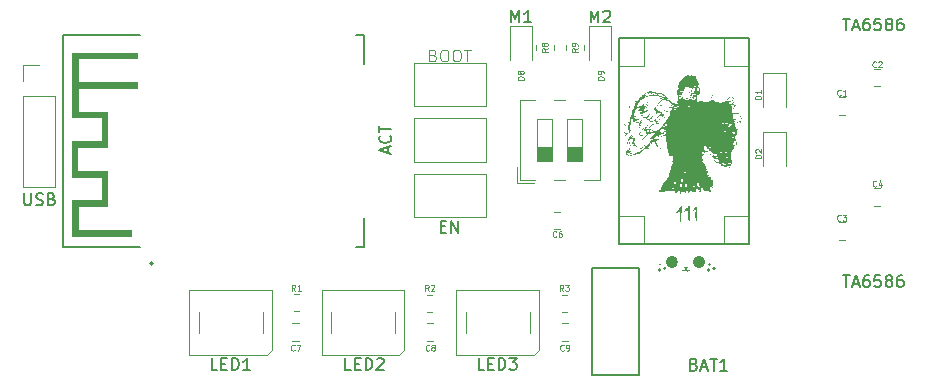
<source format=gbr>
%TF.GenerationSoftware,KiCad,Pcbnew,9.0.1*%
%TF.CreationDate,2025-10-10T15:40:47-03:00*%
%TF.ProjectId,minisumo,6d696e69-7375-46d6-9f2e-6b696361645f,rev?*%
%TF.SameCoordinates,Original*%
%TF.FileFunction,Legend,Top*%
%TF.FilePolarity,Positive*%
%FSLAX46Y46*%
G04 Gerber Fmt 4.6, Leading zero omitted, Abs format (unit mm)*
G04 Created by KiCad (PCBNEW 9.0.1) date 2025-10-10 15:40:47*
%MOMM*%
%LPD*%
G01*
G04 APERTURE LIST*
%ADD10C,0.150000*%
%ADD11C,0.129496*%
%ADD12C,0.100000*%
%ADD13C,0.120711*%
%ADD14C,0.550000*%
%ADD15C,0.138197*%
%ADD16C,0.125000*%
%ADD17C,0.080000*%
%ADD18C,0.120000*%
%ADD19C,0.127000*%
%ADD20C,0.200000*%
%ADD21C,0.010000*%
%ADD22C,0.000000*%
G04 APERTURE END LIST*
D10*
X208336041Y-83675000D02*
G75*
G02*
X208186041Y-83675000I-75000J0D01*
G01*
X208186041Y-83675000D02*
G75*
G02*
X208336041Y-83675000I75000J0D01*
G01*
D11*
X204139748Y-83675000D02*
G75*
G02*
X204010252Y-83675000I-64748J0D01*
G01*
X204010252Y-83675000D02*
G75*
G02*
X204139748Y-83675000I64748J0D01*
G01*
D12*
X205979770Y-83586754D02*
G75*
G02*
X206024507Y-83605263I30J-63246D01*
G01*
X205854370Y-83750000D02*
X205779770Y-83650000D01*
D11*
X203689748Y-83820504D02*
G75*
G02*
X203560252Y-83820504I-64748J0D01*
G01*
X203560252Y-83820504D02*
G75*
G02*
X203689748Y-83820504I64748J0D01*
G01*
D12*
X205905170Y-83750000D02*
G75*
G02*
X205854370Y-83750000I-25400J0D01*
G01*
X205813959Y-83586754D02*
X205913959Y-83586754D01*
X205913959Y-83686754D01*
X205813959Y-83686754D01*
X205813959Y-83586754D01*
G36*
X205813959Y-83586754D02*
G01*
X205913959Y-83586754D01*
X205913959Y-83686754D01*
X205813959Y-83686754D01*
X205813959Y-83586754D01*
G37*
D13*
X203697158Y-83325000D02*
G75*
G02*
X203576448Y-83325000I-60355J0D01*
G01*
X203576448Y-83325000D02*
G75*
G02*
X203697158Y-83325000I60355J0D01*
G01*
D12*
X205748147Y-83586754D02*
X205979770Y-83586754D01*
D14*
X207250762Y-83136754D02*
G75*
G02*
X206700762Y-83136754I-275000J0D01*
G01*
X206700762Y-83136754D02*
G75*
G02*
X207250762Y-83136754I275000J0D01*
G01*
D12*
X205862758Y-83763926D02*
G75*
G02*
X205601102Y-83838484I-141458J26D01*
G01*
D15*
X207930901Y-83361754D02*
G75*
G02*
X207792705Y-83361754I-69098J0D01*
G01*
X207792705Y-83361754D02*
G75*
G02*
X207930901Y-83361754I69098J0D01*
G01*
D14*
X204950761Y-83136754D02*
G75*
G02*
X204400761Y-83136754I-275000J0D01*
G01*
X204400761Y-83136754D02*
G75*
G02*
X204950761Y-83136754I275000J0D01*
G01*
D10*
X207875000Y-83825000D02*
G75*
G02*
X207725000Y-83825000I-75000J0D01*
G01*
X207725000Y-83825000D02*
G75*
G02*
X207875000Y-83825000I75000J0D01*
G01*
D12*
X205905170Y-83750000D02*
X205979770Y-83650000D01*
X205729770Y-83600000D02*
G75*
G02*
X205748144Y-83586747I50030J-50000D01*
G01*
X206150000Y-83850000D02*
G75*
G02*
X205888332Y-83775400I-120200J74600D01*
G01*
D16*
X194891666Y-80977190D02*
X194867857Y-81001000D01*
X194867857Y-81001000D02*
X194796428Y-81024809D01*
X194796428Y-81024809D02*
X194748809Y-81024809D01*
X194748809Y-81024809D02*
X194677381Y-81001000D01*
X194677381Y-81001000D02*
X194629762Y-80953380D01*
X194629762Y-80953380D02*
X194605952Y-80905761D01*
X194605952Y-80905761D02*
X194582143Y-80810523D01*
X194582143Y-80810523D02*
X194582143Y-80739095D01*
X194582143Y-80739095D02*
X194605952Y-80643857D01*
X194605952Y-80643857D02*
X194629762Y-80596238D01*
X194629762Y-80596238D02*
X194677381Y-80548619D01*
X194677381Y-80548619D02*
X194748809Y-80524809D01*
X194748809Y-80524809D02*
X194796428Y-80524809D01*
X194796428Y-80524809D02*
X194867857Y-80548619D01*
X194867857Y-80548619D02*
X194891666Y-80572428D01*
X195320238Y-80524809D02*
X195225000Y-80524809D01*
X195225000Y-80524809D02*
X195177381Y-80548619D01*
X195177381Y-80548619D02*
X195153571Y-80572428D01*
X195153571Y-80572428D02*
X195105952Y-80643857D01*
X195105952Y-80643857D02*
X195082143Y-80739095D01*
X195082143Y-80739095D02*
X195082143Y-80929571D01*
X195082143Y-80929571D02*
X195105952Y-80977190D01*
X195105952Y-80977190D02*
X195129762Y-81001000D01*
X195129762Y-81001000D02*
X195177381Y-81024809D01*
X195177381Y-81024809D02*
X195272619Y-81024809D01*
X195272619Y-81024809D02*
X195320238Y-81001000D01*
X195320238Y-81001000D02*
X195344047Y-80977190D01*
X195344047Y-80977190D02*
X195367857Y-80929571D01*
X195367857Y-80929571D02*
X195367857Y-80810523D01*
X195367857Y-80810523D02*
X195344047Y-80762904D01*
X195344047Y-80762904D02*
X195320238Y-80739095D01*
X195320238Y-80739095D02*
X195272619Y-80715285D01*
X195272619Y-80715285D02*
X195177381Y-80715285D01*
X195177381Y-80715285D02*
X195129762Y-80739095D01*
X195129762Y-80739095D02*
X195105952Y-80762904D01*
X195105952Y-80762904D02*
X195082143Y-80810523D01*
X212249809Y-74344047D02*
X211749809Y-74344047D01*
X211749809Y-74344047D02*
X211749809Y-74224999D01*
X211749809Y-74224999D02*
X211773619Y-74153571D01*
X211773619Y-74153571D02*
X211821238Y-74105952D01*
X211821238Y-74105952D02*
X211868857Y-74082142D01*
X211868857Y-74082142D02*
X211964095Y-74058333D01*
X211964095Y-74058333D02*
X212035523Y-74058333D01*
X212035523Y-74058333D02*
X212130761Y-74082142D01*
X212130761Y-74082142D02*
X212178380Y-74105952D01*
X212178380Y-74105952D02*
X212226000Y-74153571D01*
X212226000Y-74153571D02*
X212249809Y-74224999D01*
X212249809Y-74224999D02*
X212249809Y-74344047D01*
X211797428Y-73867856D02*
X211773619Y-73844047D01*
X211773619Y-73844047D02*
X211749809Y-73796428D01*
X211749809Y-73796428D02*
X211749809Y-73677380D01*
X211749809Y-73677380D02*
X211773619Y-73629761D01*
X211773619Y-73629761D02*
X211797428Y-73605952D01*
X211797428Y-73605952D02*
X211845047Y-73582142D01*
X211845047Y-73582142D02*
X211892666Y-73582142D01*
X211892666Y-73582142D02*
X211964095Y-73605952D01*
X211964095Y-73605952D02*
X212249809Y-73891666D01*
X212249809Y-73891666D02*
X212249809Y-73582142D01*
D10*
X180619104Y-73919047D02*
X180619104Y-73442857D01*
X180904819Y-74014285D02*
X179904819Y-73680952D01*
X179904819Y-73680952D02*
X180904819Y-73347619D01*
X180809580Y-72442857D02*
X180857200Y-72490476D01*
X180857200Y-72490476D02*
X180904819Y-72633333D01*
X180904819Y-72633333D02*
X180904819Y-72728571D01*
X180904819Y-72728571D02*
X180857200Y-72871428D01*
X180857200Y-72871428D02*
X180761961Y-72966666D01*
X180761961Y-72966666D02*
X180666723Y-73014285D01*
X180666723Y-73014285D02*
X180476247Y-73061904D01*
X180476247Y-73061904D02*
X180333390Y-73061904D01*
X180333390Y-73061904D02*
X180142914Y-73014285D01*
X180142914Y-73014285D02*
X180047676Y-72966666D01*
X180047676Y-72966666D02*
X179952438Y-72871428D01*
X179952438Y-72871428D02*
X179904819Y-72728571D01*
X179904819Y-72728571D02*
X179904819Y-72633333D01*
X179904819Y-72633333D02*
X179952438Y-72490476D01*
X179952438Y-72490476D02*
X180000057Y-72442857D01*
X179904819Y-72157142D02*
X179904819Y-71585714D01*
X180904819Y-71871428D02*
X179904819Y-71871428D01*
D16*
X218966666Y-69002190D02*
X218942857Y-69026000D01*
X218942857Y-69026000D02*
X218871428Y-69049809D01*
X218871428Y-69049809D02*
X218823809Y-69049809D01*
X218823809Y-69049809D02*
X218752381Y-69026000D01*
X218752381Y-69026000D02*
X218704762Y-68978380D01*
X218704762Y-68978380D02*
X218680952Y-68930761D01*
X218680952Y-68930761D02*
X218657143Y-68835523D01*
X218657143Y-68835523D02*
X218657143Y-68764095D01*
X218657143Y-68764095D02*
X218680952Y-68668857D01*
X218680952Y-68668857D02*
X218704762Y-68621238D01*
X218704762Y-68621238D02*
X218752381Y-68573619D01*
X218752381Y-68573619D02*
X218823809Y-68549809D01*
X218823809Y-68549809D02*
X218871428Y-68549809D01*
X218871428Y-68549809D02*
X218942857Y-68573619D01*
X218942857Y-68573619D02*
X218966666Y-68597428D01*
X219442857Y-69049809D02*
X219157143Y-69049809D01*
X219300000Y-69049809D02*
X219300000Y-68549809D01*
X219300000Y-68549809D02*
X219252381Y-68621238D01*
X219252381Y-68621238D02*
X219204762Y-68668857D01*
X219204762Y-68668857D02*
X219157143Y-68692666D01*
X172729166Y-90602190D02*
X172705357Y-90626000D01*
X172705357Y-90626000D02*
X172633928Y-90649809D01*
X172633928Y-90649809D02*
X172586309Y-90649809D01*
X172586309Y-90649809D02*
X172514881Y-90626000D01*
X172514881Y-90626000D02*
X172467262Y-90578380D01*
X172467262Y-90578380D02*
X172443452Y-90530761D01*
X172443452Y-90530761D02*
X172419643Y-90435523D01*
X172419643Y-90435523D02*
X172419643Y-90364095D01*
X172419643Y-90364095D02*
X172443452Y-90268857D01*
X172443452Y-90268857D02*
X172467262Y-90221238D01*
X172467262Y-90221238D02*
X172514881Y-90173619D01*
X172514881Y-90173619D02*
X172586309Y-90149809D01*
X172586309Y-90149809D02*
X172633928Y-90149809D01*
X172633928Y-90149809D02*
X172705357Y-90173619D01*
X172705357Y-90173619D02*
X172729166Y-90197428D01*
X172895833Y-90149809D02*
X173229166Y-90149809D01*
X173229166Y-90149809D02*
X173014881Y-90649809D01*
D10*
X185111905Y-80131009D02*
X185445238Y-80131009D01*
X185588095Y-80654819D02*
X185111905Y-80654819D01*
X185111905Y-80654819D02*
X185111905Y-79654819D01*
X185111905Y-79654819D02*
X185588095Y-79654819D01*
X186016667Y-80654819D02*
X186016667Y-79654819D01*
X186016667Y-79654819D02*
X186588095Y-80654819D01*
X186588095Y-80654819D02*
X186588095Y-79654819D01*
D16*
X184129166Y-90602190D02*
X184105357Y-90626000D01*
X184105357Y-90626000D02*
X184033928Y-90649809D01*
X184033928Y-90649809D02*
X183986309Y-90649809D01*
X183986309Y-90649809D02*
X183914881Y-90626000D01*
X183914881Y-90626000D02*
X183867262Y-90578380D01*
X183867262Y-90578380D02*
X183843452Y-90530761D01*
X183843452Y-90530761D02*
X183819643Y-90435523D01*
X183819643Y-90435523D02*
X183819643Y-90364095D01*
X183819643Y-90364095D02*
X183843452Y-90268857D01*
X183843452Y-90268857D02*
X183867262Y-90221238D01*
X183867262Y-90221238D02*
X183914881Y-90173619D01*
X183914881Y-90173619D02*
X183986309Y-90149809D01*
X183986309Y-90149809D02*
X184033928Y-90149809D01*
X184033928Y-90149809D02*
X184105357Y-90173619D01*
X184105357Y-90173619D02*
X184129166Y-90197428D01*
X184414881Y-90364095D02*
X184367262Y-90340285D01*
X184367262Y-90340285D02*
X184343452Y-90316476D01*
X184343452Y-90316476D02*
X184319643Y-90268857D01*
X184319643Y-90268857D02*
X184319643Y-90245047D01*
X184319643Y-90245047D02*
X184343452Y-90197428D01*
X184343452Y-90197428D02*
X184367262Y-90173619D01*
X184367262Y-90173619D02*
X184414881Y-90149809D01*
X184414881Y-90149809D02*
X184510119Y-90149809D01*
X184510119Y-90149809D02*
X184557738Y-90173619D01*
X184557738Y-90173619D02*
X184581547Y-90197428D01*
X184581547Y-90197428D02*
X184605357Y-90245047D01*
X184605357Y-90245047D02*
X184605357Y-90268857D01*
X184605357Y-90268857D02*
X184581547Y-90316476D01*
X184581547Y-90316476D02*
X184557738Y-90340285D01*
X184557738Y-90340285D02*
X184510119Y-90364095D01*
X184510119Y-90364095D02*
X184414881Y-90364095D01*
X184414881Y-90364095D02*
X184367262Y-90387904D01*
X184367262Y-90387904D02*
X184343452Y-90411714D01*
X184343452Y-90411714D02*
X184319643Y-90459333D01*
X184319643Y-90459333D02*
X184319643Y-90554571D01*
X184319643Y-90554571D02*
X184343452Y-90602190D01*
X184343452Y-90602190D02*
X184367262Y-90626000D01*
X184367262Y-90626000D02*
X184414881Y-90649809D01*
X184414881Y-90649809D02*
X184510119Y-90649809D01*
X184510119Y-90649809D02*
X184557738Y-90626000D01*
X184557738Y-90626000D02*
X184581547Y-90602190D01*
X184581547Y-90602190D02*
X184605357Y-90554571D01*
X184605357Y-90554571D02*
X184605357Y-90459333D01*
X184605357Y-90459333D02*
X184581547Y-90411714D01*
X184581547Y-90411714D02*
X184557738Y-90387904D01*
X184557738Y-90387904D02*
X184510119Y-90364095D01*
X221966666Y-66602190D02*
X221942857Y-66626000D01*
X221942857Y-66626000D02*
X221871428Y-66649809D01*
X221871428Y-66649809D02*
X221823809Y-66649809D01*
X221823809Y-66649809D02*
X221752381Y-66626000D01*
X221752381Y-66626000D02*
X221704762Y-66578380D01*
X221704762Y-66578380D02*
X221680952Y-66530761D01*
X221680952Y-66530761D02*
X221657143Y-66435523D01*
X221657143Y-66435523D02*
X221657143Y-66364095D01*
X221657143Y-66364095D02*
X221680952Y-66268857D01*
X221680952Y-66268857D02*
X221704762Y-66221238D01*
X221704762Y-66221238D02*
X221752381Y-66173619D01*
X221752381Y-66173619D02*
X221823809Y-66149809D01*
X221823809Y-66149809D02*
X221871428Y-66149809D01*
X221871428Y-66149809D02*
X221942857Y-66173619D01*
X221942857Y-66173619D02*
X221966666Y-66197428D01*
X222157143Y-66197428D02*
X222180952Y-66173619D01*
X222180952Y-66173619D02*
X222228571Y-66149809D01*
X222228571Y-66149809D02*
X222347619Y-66149809D01*
X222347619Y-66149809D02*
X222395238Y-66173619D01*
X222395238Y-66173619D02*
X222419047Y-66197428D01*
X222419047Y-66197428D02*
X222442857Y-66245047D01*
X222442857Y-66245047D02*
X222442857Y-66292666D01*
X222442857Y-66292666D02*
X222419047Y-66364095D01*
X222419047Y-66364095D02*
X222133333Y-66649809D01*
X222133333Y-66649809D02*
X222442857Y-66649809D01*
X198899809Y-67694047D02*
X198399809Y-67694047D01*
X198399809Y-67694047D02*
X198399809Y-67574999D01*
X198399809Y-67574999D02*
X198423619Y-67503571D01*
X198423619Y-67503571D02*
X198471238Y-67455952D01*
X198471238Y-67455952D02*
X198518857Y-67432142D01*
X198518857Y-67432142D02*
X198614095Y-67408333D01*
X198614095Y-67408333D02*
X198685523Y-67408333D01*
X198685523Y-67408333D02*
X198780761Y-67432142D01*
X198780761Y-67432142D02*
X198828380Y-67455952D01*
X198828380Y-67455952D02*
X198876000Y-67503571D01*
X198876000Y-67503571D02*
X198899809Y-67574999D01*
X198899809Y-67574999D02*
X198899809Y-67694047D01*
X198899809Y-67170237D02*
X198899809Y-67074999D01*
X198899809Y-67074999D02*
X198876000Y-67027380D01*
X198876000Y-67027380D02*
X198852190Y-67003571D01*
X198852190Y-67003571D02*
X198780761Y-66955952D01*
X198780761Y-66955952D02*
X198685523Y-66932142D01*
X198685523Y-66932142D02*
X198495047Y-66932142D01*
X198495047Y-66932142D02*
X198447428Y-66955952D01*
X198447428Y-66955952D02*
X198423619Y-66979761D01*
X198423619Y-66979761D02*
X198399809Y-67027380D01*
X198399809Y-67027380D02*
X198399809Y-67122618D01*
X198399809Y-67122618D02*
X198423619Y-67170237D01*
X198423619Y-67170237D02*
X198447428Y-67194047D01*
X198447428Y-67194047D02*
X198495047Y-67217856D01*
X198495047Y-67217856D02*
X198614095Y-67217856D01*
X198614095Y-67217856D02*
X198661714Y-67194047D01*
X198661714Y-67194047D02*
X198685523Y-67170237D01*
X198685523Y-67170237D02*
X198709333Y-67122618D01*
X198709333Y-67122618D02*
X198709333Y-67027380D01*
X198709333Y-67027380D02*
X198685523Y-66979761D01*
X198685523Y-66979761D02*
X198661714Y-66955952D01*
X198661714Y-66955952D02*
X198614095Y-66932142D01*
D10*
X197790476Y-62853819D02*
X197790476Y-61853819D01*
X197790476Y-61853819D02*
X198123809Y-62568104D01*
X198123809Y-62568104D02*
X198457142Y-61853819D01*
X198457142Y-61853819D02*
X198457142Y-62853819D01*
X198885714Y-61949057D02*
X198933333Y-61901438D01*
X198933333Y-61901438D02*
X199028571Y-61853819D01*
X199028571Y-61853819D02*
X199266666Y-61853819D01*
X199266666Y-61853819D02*
X199361904Y-61901438D01*
X199361904Y-61901438D02*
X199409523Y-61949057D01*
X199409523Y-61949057D02*
X199457142Y-62044295D01*
X199457142Y-62044295D02*
X199457142Y-62139533D01*
X199457142Y-62139533D02*
X199409523Y-62282390D01*
X199409523Y-62282390D02*
X198838095Y-62853819D01*
X198838095Y-62853819D02*
X199457142Y-62853819D01*
X188780952Y-92254819D02*
X188304762Y-92254819D01*
X188304762Y-92254819D02*
X188304762Y-91254819D01*
X189114286Y-91731009D02*
X189447619Y-91731009D01*
X189590476Y-92254819D02*
X189114286Y-92254819D01*
X189114286Y-92254819D02*
X189114286Y-91254819D01*
X189114286Y-91254819D02*
X189590476Y-91254819D01*
X190019048Y-92254819D02*
X190019048Y-91254819D01*
X190019048Y-91254819D02*
X190257143Y-91254819D01*
X190257143Y-91254819D02*
X190400000Y-91302438D01*
X190400000Y-91302438D02*
X190495238Y-91397676D01*
X190495238Y-91397676D02*
X190542857Y-91492914D01*
X190542857Y-91492914D02*
X190590476Y-91683390D01*
X190590476Y-91683390D02*
X190590476Y-91826247D01*
X190590476Y-91826247D02*
X190542857Y-92016723D01*
X190542857Y-92016723D02*
X190495238Y-92111961D01*
X190495238Y-92111961D02*
X190400000Y-92207200D01*
X190400000Y-92207200D02*
X190257143Y-92254819D01*
X190257143Y-92254819D02*
X190019048Y-92254819D01*
X190923810Y-91254819D02*
X191542857Y-91254819D01*
X191542857Y-91254819D02*
X191209524Y-91635771D01*
X191209524Y-91635771D02*
X191352381Y-91635771D01*
X191352381Y-91635771D02*
X191447619Y-91683390D01*
X191447619Y-91683390D02*
X191495238Y-91731009D01*
X191495238Y-91731009D02*
X191542857Y-91826247D01*
X191542857Y-91826247D02*
X191542857Y-92064342D01*
X191542857Y-92064342D02*
X191495238Y-92159580D01*
X191495238Y-92159580D02*
X191447619Y-92207200D01*
X191447619Y-92207200D02*
X191352381Y-92254819D01*
X191352381Y-92254819D02*
X191066667Y-92254819D01*
X191066667Y-92254819D02*
X190971429Y-92207200D01*
X190971429Y-92207200D02*
X190923810Y-92159580D01*
D16*
X221984166Y-76702190D02*
X221960357Y-76726000D01*
X221960357Y-76726000D02*
X221888928Y-76749809D01*
X221888928Y-76749809D02*
X221841309Y-76749809D01*
X221841309Y-76749809D02*
X221769881Y-76726000D01*
X221769881Y-76726000D02*
X221722262Y-76678380D01*
X221722262Y-76678380D02*
X221698452Y-76630761D01*
X221698452Y-76630761D02*
X221674643Y-76535523D01*
X221674643Y-76535523D02*
X221674643Y-76464095D01*
X221674643Y-76464095D02*
X221698452Y-76368857D01*
X221698452Y-76368857D02*
X221722262Y-76321238D01*
X221722262Y-76321238D02*
X221769881Y-76273619D01*
X221769881Y-76273619D02*
X221841309Y-76249809D01*
X221841309Y-76249809D02*
X221888928Y-76249809D01*
X221888928Y-76249809D02*
X221960357Y-76273619D01*
X221960357Y-76273619D02*
X221984166Y-76297428D01*
X222412738Y-76416476D02*
X222412738Y-76749809D01*
X222293690Y-76226000D02*
X222174643Y-76583142D01*
X222174643Y-76583142D02*
X222484166Y-76583142D01*
X195491666Y-85574809D02*
X195325000Y-85336714D01*
X195205952Y-85574809D02*
X195205952Y-85074809D01*
X195205952Y-85074809D02*
X195396428Y-85074809D01*
X195396428Y-85074809D02*
X195444047Y-85098619D01*
X195444047Y-85098619D02*
X195467857Y-85122428D01*
X195467857Y-85122428D02*
X195491666Y-85170047D01*
X195491666Y-85170047D02*
X195491666Y-85241476D01*
X195491666Y-85241476D02*
X195467857Y-85289095D01*
X195467857Y-85289095D02*
X195444047Y-85312904D01*
X195444047Y-85312904D02*
X195396428Y-85336714D01*
X195396428Y-85336714D02*
X195205952Y-85336714D01*
X195658333Y-85074809D02*
X195967857Y-85074809D01*
X195967857Y-85074809D02*
X195801190Y-85265285D01*
X195801190Y-85265285D02*
X195872619Y-85265285D01*
X195872619Y-85265285D02*
X195920238Y-85289095D01*
X195920238Y-85289095D02*
X195944047Y-85312904D01*
X195944047Y-85312904D02*
X195967857Y-85360523D01*
X195967857Y-85360523D02*
X195967857Y-85479571D01*
X195967857Y-85479571D02*
X195944047Y-85527190D01*
X195944047Y-85527190D02*
X195920238Y-85551000D01*
X195920238Y-85551000D02*
X195872619Y-85574809D01*
X195872619Y-85574809D02*
X195729762Y-85574809D01*
X195729762Y-85574809D02*
X195682143Y-85551000D01*
X195682143Y-85551000D02*
X195658333Y-85527190D01*
X184467857Y-65632309D02*
X184610714Y-65679928D01*
X184610714Y-65679928D02*
X184658333Y-65727547D01*
X184658333Y-65727547D02*
X184705952Y-65822785D01*
X184705952Y-65822785D02*
X184705952Y-65965642D01*
X184705952Y-65965642D02*
X184658333Y-66060880D01*
X184658333Y-66060880D02*
X184610714Y-66108500D01*
X184610714Y-66108500D02*
X184515476Y-66156119D01*
X184515476Y-66156119D02*
X184134524Y-66156119D01*
X184134524Y-66156119D02*
X184134524Y-65156119D01*
X184134524Y-65156119D02*
X184467857Y-65156119D01*
X184467857Y-65156119D02*
X184563095Y-65203738D01*
X184563095Y-65203738D02*
X184610714Y-65251357D01*
X184610714Y-65251357D02*
X184658333Y-65346595D01*
X184658333Y-65346595D02*
X184658333Y-65441833D01*
X184658333Y-65441833D02*
X184610714Y-65537071D01*
X184610714Y-65537071D02*
X184563095Y-65584690D01*
X184563095Y-65584690D02*
X184467857Y-65632309D01*
X184467857Y-65632309D02*
X184134524Y-65632309D01*
X185325000Y-65156119D02*
X185515476Y-65156119D01*
X185515476Y-65156119D02*
X185610714Y-65203738D01*
X185610714Y-65203738D02*
X185705952Y-65298976D01*
X185705952Y-65298976D02*
X185753571Y-65489452D01*
X185753571Y-65489452D02*
X185753571Y-65822785D01*
X185753571Y-65822785D02*
X185705952Y-66013261D01*
X185705952Y-66013261D02*
X185610714Y-66108500D01*
X185610714Y-66108500D02*
X185515476Y-66156119D01*
X185515476Y-66156119D02*
X185325000Y-66156119D01*
X185325000Y-66156119D02*
X185229762Y-66108500D01*
X185229762Y-66108500D02*
X185134524Y-66013261D01*
X185134524Y-66013261D02*
X185086905Y-65822785D01*
X185086905Y-65822785D02*
X185086905Y-65489452D01*
X185086905Y-65489452D02*
X185134524Y-65298976D01*
X185134524Y-65298976D02*
X185229762Y-65203738D01*
X185229762Y-65203738D02*
X185325000Y-65156119D01*
X186372619Y-65156119D02*
X186563095Y-65156119D01*
X186563095Y-65156119D02*
X186658333Y-65203738D01*
X186658333Y-65203738D02*
X186753571Y-65298976D01*
X186753571Y-65298976D02*
X186801190Y-65489452D01*
X186801190Y-65489452D02*
X186801190Y-65822785D01*
X186801190Y-65822785D02*
X186753571Y-66013261D01*
X186753571Y-66013261D02*
X186658333Y-66108500D01*
X186658333Y-66108500D02*
X186563095Y-66156119D01*
X186563095Y-66156119D02*
X186372619Y-66156119D01*
X186372619Y-66156119D02*
X186277381Y-66108500D01*
X186277381Y-66108500D02*
X186182143Y-66013261D01*
X186182143Y-66013261D02*
X186134524Y-65822785D01*
X186134524Y-65822785D02*
X186134524Y-65489452D01*
X186134524Y-65489452D02*
X186182143Y-65298976D01*
X186182143Y-65298976D02*
X186277381Y-65203738D01*
X186277381Y-65203738D02*
X186372619Y-65156119D01*
X187086905Y-65156119D02*
X187658333Y-65156119D01*
X187372619Y-66156119D02*
X187372619Y-65156119D01*
X195529166Y-90602190D02*
X195505357Y-90626000D01*
X195505357Y-90626000D02*
X195433928Y-90649809D01*
X195433928Y-90649809D02*
X195386309Y-90649809D01*
X195386309Y-90649809D02*
X195314881Y-90626000D01*
X195314881Y-90626000D02*
X195267262Y-90578380D01*
X195267262Y-90578380D02*
X195243452Y-90530761D01*
X195243452Y-90530761D02*
X195219643Y-90435523D01*
X195219643Y-90435523D02*
X195219643Y-90364095D01*
X195219643Y-90364095D02*
X195243452Y-90268857D01*
X195243452Y-90268857D02*
X195267262Y-90221238D01*
X195267262Y-90221238D02*
X195314881Y-90173619D01*
X195314881Y-90173619D02*
X195386309Y-90149809D01*
X195386309Y-90149809D02*
X195433928Y-90149809D01*
X195433928Y-90149809D02*
X195505357Y-90173619D01*
X195505357Y-90173619D02*
X195529166Y-90197428D01*
X195767262Y-90649809D02*
X195862500Y-90649809D01*
X195862500Y-90649809D02*
X195910119Y-90626000D01*
X195910119Y-90626000D02*
X195933928Y-90602190D01*
X195933928Y-90602190D02*
X195981547Y-90530761D01*
X195981547Y-90530761D02*
X196005357Y-90435523D01*
X196005357Y-90435523D02*
X196005357Y-90245047D01*
X196005357Y-90245047D02*
X195981547Y-90197428D01*
X195981547Y-90197428D02*
X195957738Y-90173619D01*
X195957738Y-90173619D02*
X195910119Y-90149809D01*
X195910119Y-90149809D02*
X195814881Y-90149809D01*
X195814881Y-90149809D02*
X195767262Y-90173619D01*
X195767262Y-90173619D02*
X195743452Y-90197428D01*
X195743452Y-90197428D02*
X195719643Y-90245047D01*
X195719643Y-90245047D02*
X195719643Y-90364095D01*
X195719643Y-90364095D02*
X195743452Y-90411714D01*
X195743452Y-90411714D02*
X195767262Y-90435523D01*
X195767262Y-90435523D02*
X195814881Y-90459333D01*
X195814881Y-90459333D02*
X195910119Y-90459333D01*
X195910119Y-90459333D02*
X195957738Y-90435523D01*
X195957738Y-90435523D02*
X195981547Y-90411714D01*
X195981547Y-90411714D02*
X196005357Y-90364095D01*
X192124809Y-67694047D02*
X191624809Y-67694047D01*
X191624809Y-67694047D02*
X191624809Y-67574999D01*
X191624809Y-67574999D02*
X191648619Y-67503571D01*
X191648619Y-67503571D02*
X191696238Y-67455952D01*
X191696238Y-67455952D02*
X191743857Y-67432142D01*
X191743857Y-67432142D02*
X191839095Y-67408333D01*
X191839095Y-67408333D02*
X191910523Y-67408333D01*
X191910523Y-67408333D02*
X192005761Y-67432142D01*
X192005761Y-67432142D02*
X192053380Y-67455952D01*
X192053380Y-67455952D02*
X192101000Y-67503571D01*
X192101000Y-67503571D02*
X192124809Y-67574999D01*
X192124809Y-67574999D02*
X192124809Y-67694047D01*
X191839095Y-67122618D02*
X191815285Y-67170237D01*
X191815285Y-67170237D02*
X191791476Y-67194047D01*
X191791476Y-67194047D02*
X191743857Y-67217856D01*
X191743857Y-67217856D02*
X191720047Y-67217856D01*
X191720047Y-67217856D02*
X191672428Y-67194047D01*
X191672428Y-67194047D02*
X191648619Y-67170237D01*
X191648619Y-67170237D02*
X191624809Y-67122618D01*
X191624809Y-67122618D02*
X191624809Y-67027380D01*
X191624809Y-67027380D02*
X191648619Y-66979761D01*
X191648619Y-66979761D02*
X191672428Y-66955952D01*
X191672428Y-66955952D02*
X191720047Y-66932142D01*
X191720047Y-66932142D02*
X191743857Y-66932142D01*
X191743857Y-66932142D02*
X191791476Y-66955952D01*
X191791476Y-66955952D02*
X191815285Y-66979761D01*
X191815285Y-66979761D02*
X191839095Y-67027380D01*
X191839095Y-67027380D02*
X191839095Y-67122618D01*
X191839095Y-67122618D02*
X191862904Y-67170237D01*
X191862904Y-67170237D02*
X191886714Y-67194047D01*
X191886714Y-67194047D02*
X191934333Y-67217856D01*
X191934333Y-67217856D02*
X192029571Y-67217856D01*
X192029571Y-67217856D02*
X192077190Y-67194047D01*
X192077190Y-67194047D02*
X192101000Y-67170237D01*
X192101000Y-67170237D02*
X192124809Y-67122618D01*
X192124809Y-67122618D02*
X192124809Y-67027380D01*
X192124809Y-67027380D02*
X192101000Y-66979761D01*
X192101000Y-66979761D02*
X192077190Y-66955952D01*
X192077190Y-66955952D02*
X192029571Y-66932142D01*
X192029571Y-66932142D02*
X191934333Y-66932142D01*
X191934333Y-66932142D02*
X191886714Y-66955952D01*
X191886714Y-66955952D02*
X191862904Y-66979761D01*
X191862904Y-66979761D02*
X191839095Y-67027380D01*
D10*
X191090476Y-62829819D02*
X191090476Y-61829819D01*
X191090476Y-61829819D02*
X191423809Y-62544104D01*
X191423809Y-62544104D02*
X191757142Y-61829819D01*
X191757142Y-61829819D02*
X191757142Y-62829819D01*
X192757142Y-62829819D02*
X192185714Y-62829819D01*
X192471428Y-62829819D02*
X192471428Y-61829819D01*
X192471428Y-61829819D02*
X192376190Y-61972676D01*
X192376190Y-61972676D02*
X192280952Y-62067914D01*
X192280952Y-62067914D02*
X192185714Y-62115533D01*
D16*
X194154809Y-65058333D02*
X193916714Y-65224999D01*
X194154809Y-65344047D02*
X193654809Y-65344047D01*
X193654809Y-65344047D02*
X193654809Y-65153571D01*
X193654809Y-65153571D02*
X193678619Y-65105952D01*
X193678619Y-65105952D02*
X193702428Y-65082142D01*
X193702428Y-65082142D02*
X193750047Y-65058333D01*
X193750047Y-65058333D02*
X193821476Y-65058333D01*
X193821476Y-65058333D02*
X193869095Y-65082142D01*
X193869095Y-65082142D02*
X193892904Y-65105952D01*
X193892904Y-65105952D02*
X193916714Y-65153571D01*
X193916714Y-65153571D02*
X193916714Y-65344047D01*
X193869095Y-64772618D02*
X193845285Y-64820237D01*
X193845285Y-64820237D02*
X193821476Y-64844047D01*
X193821476Y-64844047D02*
X193773857Y-64867856D01*
X193773857Y-64867856D02*
X193750047Y-64867856D01*
X193750047Y-64867856D02*
X193702428Y-64844047D01*
X193702428Y-64844047D02*
X193678619Y-64820237D01*
X193678619Y-64820237D02*
X193654809Y-64772618D01*
X193654809Y-64772618D02*
X193654809Y-64677380D01*
X193654809Y-64677380D02*
X193678619Y-64629761D01*
X193678619Y-64629761D02*
X193702428Y-64605952D01*
X193702428Y-64605952D02*
X193750047Y-64582142D01*
X193750047Y-64582142D02*
X193773857Y-64582142D01*
X193773857Y-64582142D02*
X193821476Y-64605952D01*
X193821476Y-64605952D02*
X193845285Y-64629761D01*
X193845285Y-64629761D02*
X193869095Y-64677380D01*
X193869095Y-64677380D02*
X193869095Y-64772618D01*
X193869095Y-64772618D02*
X193892904Y-64820237D01*
X193892904Y-64820237D02*
X193916714Y-64844047D01*
X193916714Y-64844047D02*
X193964333Y-64867856D01*
X193964333Y-64867856D02*
X194059571Y-64867856D01*
X194059571Y-64867856D02*
X194107190Y-64844047D01*
X194107190Y-64844047D02*
X194131000Y-64820237D01*
X194131000Y-64820237D02*
X194154809Y-64772618D01*
X194154809Y-64772618D02*
X194154809Y-64677380D01*
X194154809Y-64677380D02*
X194131000Y-64629761D01*
X194131000Y-64629761D02*
X194107190Y-64605952D01*
X194107190Y-64605952D02*
X194059571Y-64582142D01*
X194059571Y-64582142D02*
X193964333Y-64582142D01*
X193964333Y-64582142D02*
X193916714Y-64605952D01*
X193916714Y-64605952D02*
X193892904Y-64629761D01*
X193892904Y-64629761D02*
X193869095Y-64677380D01*
X218966666Y-79602190D02*
X218942857Y-79626000D01*
X218942857Y-79626000D02*
X218871428Y-79649809D01*
X218871428Y-79649809D02*
X218823809Y-79649809D01*
X218823809Y-79649809D02*
X218752381Y-79626000D01*
X218752381Y-79626000D02*
X218704762Y-79578380D01*
X218704762Y-79578380D02*
X218680952Y-79530761D01*
X218680952Y-79530761D02*
X218657143Y-79435523D01*
X218657143Y-79435523D02*
X218657143Y-79364095D01*
X218657143Y-79364095D02*
X218680952Y-79268857D01*
X218680952Y-79268857D02*
X218704762Y-79221238D01*
X218704762Y-79221238D02*
X218752381Y-79173619D01*
X218752381Y-79173619D02*
X218823809Y-79149809D01*
X218823809Y-79149809D02*
X218871428Y-79149809D01*
X218871428Y-79149809D02*
X218942857Y-79173619D01*
X218942857Y-79173619D02*
X218966666Y-79197428D01*
X219133333Y-79149809D02*
X219442857Y-79149809D01*
X219442857Y-79149809D02*
X219276190Y-79340285D01*
X219276190Y-79340285D02*
X219347619Y-79340285D01*
X219347619Y-79340285D02*
X219395238Y-79364095D01*
X219395238Y-79364095D02*
X219419047Y-79387904D01*
X219419047Y-79387904D02*
X219442857Y-79435523D01*
X219442857Y-79435523D02*
X219442857Y-79554571D01*
X219442857Y-79554571D02*
X219419047Y-79602190D01*
X219419047Y-79602190D02*
X219395238Y-79626000D01*
X219395238Y-79626000D02*
X219347619Y-79649809D01*
X219347619Y-79649809D02*
X219204762Y-79649809D01*
X219204762Y-79649809D02*
X219157143Y-79626000D01*
X219157143Y-79626000D02*
X219133333Y-79602190D01*
X184091666Y-85574809D02*
X183925000Y-85336714D01*
X183805952Y-85574809D02*
X183805952Y-85074809D01*
X183805952Y-85074809D02*
X183996428Y-85074809D01*
X183996428Y-85074809D02*
X184044047Y-85098619D01*
X184044047Y-85098619D02*
X184067857Y-85122428D01*
X184067857Y-85122428D02*
X184091666Y-85170047D01*
X184091666Y-85170047D02*
X184091666Y-85241476D01*
X184091666Y-85241476D02*
X184067857Y-85289095D01*
X184067857Y-85289095D02*
X184044047Y-85312904D01*
X184044047Y-85312904D02*
X183996428Y-85336714D01*
X183996428Y-85336714D02*
X183805952Y-85336714D01*
X184282143Y-85122428D02*
X184305952Y-85098619D01*
X184305952Y-85098619D02*
X184353571Y-85074809D01*
X184353571Y-85074809D02*
X184472619Y-85074809D01*
X184472619Y-85074809D02*
X184520238Y-85098619D01*
X184520238Y-85098619D02*
X184544047Y-85122428D01*
X184544047Y-85122428D02*
X184567857Y-85170047D01*
X184567857Y-85170047D02*
X184567857Y-85217666D01*
X184567857Y-85217666D02*
X184544047Y-85289095D01*
X184544047Y-85289095D02*
X184258333Y-85574809D01*
X184258333Y-85574809D02*
X184567857Y-85574809D01*
X212224809Y-69344047D02*
X211724809Y-69344047D01*
X211724809Y-69344047D02*
X211724809Y-69224999D01*
X211724809Y-69224999D02*
X211748619Y-69153571D01*
X211748619Y-69153571D02*
X211796238Y-69105952D01*
X211796238Y-69105952D02*
X211843857Y-69082142D01*
X211843857Y-69082142D02*
X211939095Y-69058333D01*
X211939095Y-69058333D02*
X212010523Y-69058333D01*
X212010523Y-69058333D02*
X212105761Y-69082142D01*
X212105761Y-69082142D02*
X212153380Y-69105952D01*
X212153380Y-69105952D02*
X212201000Y-69153571D01*
X212201000Y-69153571D02*
X212224809Y-69224999D01*
X212224809Y-69224999D02*
X212224809Y-69344047D01*
X212224809Y-68582142D02*
X212224809Y-68867856D01*
X212224809Y-68724999D02*
X211724809Y-68724999D01*
X211724809Y-68724999D02*
X211796238Y-68772618D01*
X211796238Y-68772618D02*
X211843857Y-68820237D01*
X211843857Y-68820237D02*
X211867666Y-68867856D01*
D10*
X166205952Y-92279819D02*
X165729762Y-92279819D01*
X165729762Y-92279819D02*
X165729762Y-91279819D01*
X166539286Y-91756009D02*
X166872619Y-91756009D01*
X167015476Y-92279819D02*
X166539286Y-92279819D01*
X166539286Y-92279819D02*
X166539286Y-91279819D01*
X166539286Y-91279819D02*
X167015476Y-91279819D01*
X167444048Y-92279819D02*
X167444048Y-91279819D01*
X167444048Y-91279819D02*
X167682143Y-91279819D01*
X167682143Y-91279819D02*
X167825000Y-91327438D01*
X167825000Y-91327438D02*
X167920238Y-91422676D01*
X167920238Y-91422676D02*
X167967857Y-91517914D01*
X167967857Y-91517914D02*
X168015476Y-91708390D01*
X168015476Y-91708390D02*
X168015476Y-91851247D01*
X168015476Y-91851247D02*
X167967857Y-92041723D01*
X167967857Y-92041723D02*
X167920238Y-92136961D01*
X167920238Y-92136961D02*
X167825000Y-92232200D01*
X167825000Y-92232200D02*
X167682143Y-92279819D01*
X167682143Y-92279819D02*
X167444048Y-92279819D01*
X168967857Y-92279819D02*
X168396429Y-92279819D01*
X168682143Y-92279819D02*
X168682143Y-91279819D01*
X168682143Y-91279819D02*
X168586905Y-91422676D01*
X168586905Y-91422676D02*
X168491667Y-91517914D01*
X168491667Y-91517914D02*
X168396429Y-91565533D01*
X149838095Y-77329819D02*
X149838095Y-78139342D01*
X149838095Y-78139342D02*
X149885714Y-78234580D01*
X149885714Y-78234580D02*
X149933333Y-78282200D01*
X149933333Y-78282200D02*
X150028571Y-78329819D01*
X150028571Y-78329819D02*
X150219047Y-78329819D01*
X150219047Y-78329819D02*
X150314285Y-78282200D01*
X150314285Y-78282200D02*
X150361904Y-78234580D01*
X150361904Y-78234580D02*
X150409523Y-78139342D01*
X150409523Y-78139342D02*
X150409523Y-77329819D01*
X150838095Y-78282200D02*
X150980952Y-78329819D01*
X150980952Y-78329819D02*
X151219047Y-78329819D01*
X151219047Y-78329819D02*
X151314285Y-78282200D01*
X151314285Y-78282200D02*
X151361904Y-78234580D01*
X151361904Y-78234580D02*
X151409523Y-78139342D01*
X151409523Y-78139342D02*
X151409523Y-78044104D01*
X151409523Y-78044104D02*
X151361904Y-77948866D01*
X151361904Y-77948866D02*
X151314285Y-77901247D01*
X151314285Y-77901247D02*
X151219047Y-77853628D01*
X151219047Y-77853628D02*
X151028571Y-77806009D01*
X151028571Y-77806009D02*
X150933333Y-77758390D01*
X150933333Y-77758390D02*
X150885714Y-77710771D01*
X150885714Y-77710771D02*
X150838095Y-77615533D01*
X150838095Y-77615533D02*
X150838095Y-77520295D01*
X150838095Y-77520295D02*
X150885714Y-77425057D01*
X150885714Y-77425057D02*
X150933333Y-77377438D01*
X150933333Y-77377438D02*
X151028571Y-77329819D01*
X151028571Y-77329819D02*
X151266666Y-77329819D01*
X151266666Y-77329819D02*
X151409523Y-77377438D01*
X152171428Y-77806009D02*
X152314285Y-77853628D01*
X152314285Y-77853628D02*
X152361904Y-77901247D01*
X152361904Y-77901247D02*
X152409523Y-77996485D01*
X152409523Y-77996485D02*
X152409523Y-78139342D01*
X152409523Y-78139342D02*
X152361904Y-78234580D01*
X152361904Y-78234580D02*
X152314285Y-78282200D01*
X152314285Y-78282200D02*
X152219047Y-78329819D01*
X152219047Y-78329819D02*
X151838095Y-78329819D01*
X151838095Y-78329819D02*
X151838095Y-77329819D01*
X151838095Y-77329819D02*
X152171428Y-77329819D01*
X152171428Y-77329819D02*
X152266666Y-77377438D01*
X152266666Y-77377438D02*
X152314285Y-77425057D01*
X152314285Y-77425057D02*
X152361904Y-77520295D01*
X152361904Y-77520295D02*
X152361904Y-77615533D01*
X152361904Y-77615533D02*
X152314285Y-77710771D01*
X152314285Y-77710771D02*
X152266666Y-77758390D01*
X152266666Y-77758390D02*
X152171428Y-77806009D01*
X152171428Y-77806009D02*
X151838095Y-77806009D01*
X177505952Y-92279819D02*
X177029762Y-92279819D01*
X177029762Y-92279819D02*
X177029762Y-91279819D01*
X177839286Y-91756009D02*
X178172619Y-91756009D01*
X178315476Y-92279819D02*
X177839286Y-92279819D01*
X177839286Y-92279819D02*
X177839286Y-91279819D01*
X177839286Y-91279819D02*
X178315476Y-91279819D01*
X178744048Y-92279819D02*
X178744048Y-91279819D01*
X178744048Y-91279819D02*
X178982143Y-91279819D01*
X178982143Y-91279819D02*
X179125000Y-91327438D01*
X179125000Y-91327438D02*
X179220238Y-91422676D01*
X179220238Y-91422676D02*
X179267857Y-91517914D01*
X179267857Y-91517914D02*
X179315476Y-91708390D01*
X179315476Y-91708390D02*
X179315476Y-91851247D01*
X179315476Y-91851247D02*
X179267857Y-92041723D01*
X179267857Y-92041723D02*
X179220238Y-92136961D01*
X179220238Y-92136961D02*
X179125000Y-92232200D01*
X179125000Y-92232200D02*
X178982143Y-92279819D01*
X178982143Y-92279819D02*
X178744048Y-92279819D01*
X179696429Y-91375057D02*
X179744048Y-91327438D01*
X179744048Y-91327438D02*
X179839286Y-91279819D01*
X179839286Y-91279819D02*
X180077381Y-91279819D01*
X180077381Y-91279819D02*
X180172619Y-91327438D01*
X180172619Y-91327438D02*
X180220238Y-91375057D01*
X180220238Y-91375057D02*
X180267857Y-91470295D01*
X180267857Y-91470295D02*
X180267857Y-91565533D01*
X180267857Y-91565533D02*
X180220238Y-91708390D01*
X180220238Y-91708390D02*
X179648810Y-92279819D01*
X179648810Y-92279819D02*
X180267857Y-92279819D01*
D16*
X196694809Y-65058333D02*
X196456714Y-65224999D01*
X196694809Y-65344047D02*
X196194809Y-65344047D01*
X196194809Y-65344047D02*
X196194809Y-65153571D01*
X196194809Y-65153571D02*
X196218619Y-65105952D01*
X196218619Y-65105952D02*
X196242428Y-65082142D01*
X196242428Y-65082142D02*
X196290047Y-65058333D01*
X196290047Y-65058333D02*
X196361476Y-65058333D01*
X196361476Y-65058333D02*
X196409095Y-65082142D01*
X196409095Y-65082142D02*
X196432904Y-65105952D01*
X196432904Y-65105952D02*
X196456714Y-65153571D01*
X196456714Y-65153571D02*
X196456714Y-65344047D01*
X196694809Y-64820237D02*
X196694809Y-64724999D01*
X196694809Y-64724999D02*
X196671000Y-64677380D01*
X196671000Y-64677380D02*
X196647190Y-64653571D01*
X196647190Y-64653571D02*
X196575761Y-64605952D01*
X196575761Y-64605952D02*
X196480523Y-64582142D01*
X196480523Y-64582142D02*
X196290047Y-64582142D01*
X196290047Y-64582142D02*
X196242428Y-64605952D01*
X196242428Y-64605952D02*
X196218619Y-64629761D01*
X196218619Y-64629761D02*
X196194809Y-64677380D01*
X196194809Y-64677380D02*
X196194809Y-64772618D01*
X196194809Y-64772618D02*
X196218619Y-64820237D01*
X196218619Y-64820237D02*
X196242428Y-64844047D01*
X196242428Y-64844047D02*
X196290047Y-64867856D01*
X196290047Y-64867856D02*
X196409095Y-64867856D01*
X196409095Y-64867856D02*
X196456714Y-64844047D01*
X196456714Y-64844047D02*
X196480523Y-64820237D01*
X196480523Y-64820237D02*
X196504333Y-64772618D01*
X196504333Y-64772618D02*
X196504333Y-64677380D01*
X196504333Y-64677380D02*
X196480523Y-64629761D01*
X196480523Y-64629761D02*
X196456714Y-64605952D01*
X196456714Y-64605952D02*
X196409095Y-64582142D01*
D17*
X172791666Y-85552149D02*
X172625000Y-85314054D01*
X172505952Y-85552149D02*
X172505952Y-85052149D01*
X172505952Y-85052149D02*
X172696428Y-85052149D01*
X172696428Y-85052149D02*
X172744047Y-85075959D01*
X172744047Y-85075959D02*
X172767857Y-85099768D01*
X172767857Y-85099768D02*
X172791666Y-85147387D01*
X172791666Y-85147387D02*
X172791666Y-85218816D01*
X172791666Y-85218816D02*
X172767857Y-85266435D01*
X172767857Y-85266435D02*
X172744047Y-85290244D01*
X172744047Y-85290244D02*
X172696428Y-85314054D01*
X172696428Y-85314054D02*
X172505952Y-85314054D01*
X173267857Y-85552149D02*
X172982143Y-85552149D01*
X173125000Y-85552149D02*
X173125000Y-85052149D01*
X173125000Y-85052149D02*
X173077381Y-85123578D01*
X173077381Y-85123578D02*
X173029762Y-85171197D01*
X173029762Y-85171197D02*
X172982143Y-85195006D01*
D10*
X219150000Y-62529819D02*
X219721428Y-62529819D01*
X219435714Y-63529819D02*
X219435714Y-62529819D01*
X220007143Y-63244104D02*
X220483333Y-63244104D01*
X219911905Y-63529819D02*
X220245238Y-62529819D01*
X220245238Y-62529819D02*
X220578571Y-63529819D01*
X221340476Y-62529819D02*
X221150000Y-62529819D01*
X221150000Y-62529819D02*
X221054762Y-62577438D01*
X221054762Y-62577438D02*
X221007143Y-62625057D01*
X221007143Y-62625057D02*
X220911905Y-62767914D01*
X220911905Y-62767914D02*
X220864286Y-62958390D01*
X220864286Y-62958390D02*
X220864286Y-63339342D01*
X220864286Y-63339342D02*
X220911905Y-63434580D01*
X220911905Y-63434580D02*
X220959524Y-63482200D01*
X220959524Y-63482200D02*
X221054762Y-63529819D01*
X221054762Y-63529819D02*
X221245238Y-63529819D01*
X221245238Y-63529819D02*
X221340476Y-63482200D01*
X221340476Y-63482200D02*
X221388095Y-63434580D01*
X221388095Y-63434580D02*
X221435714Y-63339342D01*
X221435714Y-63339342D02*
X221435714Y-63101247D01*
X221435714Y-63101247D02*
X221388095Y-63006009D01*
X221388095Y-63006009D02*
X221340476Y-62958390D01*
X221340476Y-62958390D02*
X221245238Y-62910771D01*
X221245238Y-62910771D02*
X221054762Y-62910771D01*
X221054762Y-62910771D02*
X220959524Y-62958390D01*
X220959524Y-62958390D02*
X220911905Y-63006009D01*
X220911905Y-63006009D02*
X220864286Y-63101247D01*
X222340476Y-62529819D02*
X221864286Y-62529819D01*
X221864286Y-62529819D02*
X221816667Y-63006009D01*
X221816667Y-63006009D02*
X221864286Y-62958390D01*
X221864286Y-62958390D02*
X221959524Y-62910771D01*
X221959524Y-62910771D02*
X222197619Y-62910771D01*
X222197619Y-62910771D02*
X222292857Y-62958390D01*
X222292857Y-62958390D02*
X222340476Y-63006009D01*
X222340476Y-63006009D02*
X222388095Y-63101247D01*
X222388095Y-63101247D02*
X222388095Y-63339342D01*
X222388095Y-63339342D02*
X222340476Y-63434580D01*
X222340476Y-63434580D02*
X222292857Y-63482200D01*
X222292857Y-63482200D02*
X222197619Y-63529819D01*
X222197619Y-63529819D02*
X221959524Y-63529819D01*
X221959524Y-63529819D02*
X221864286Y-63482200D01*
X221864286Y-63482200D02*
X221816667Y-63434580D01*
X222959524Y-62958390D02*
X222864286Y-62910771D01*
X222864286Y-62910771D02*
X222816667Y-62863152D01*
X222816667Y-62863152D02*
X222769048Y-62767914D01*
X222769048Y-62767914D02*
X222769048Y-62720295D01*
X222769048Y-62720295D02*
X222816667Y-62625057D01*
X222816667Y-62625057D02*
X222864286Y-62577438D01*
X222864286Y-62577438D02*
X222959524Y-62529819D01*
X222959524Y-62529819D02*
X223150000Y-62529819D01*
X223150000Y-62529819D02*
X223245238Y-62577438D01*
X223245238Y-62577438D02*
X223292857Y-62625057D01*
X223292857Y-62625057D02*
X223340476Y-62720295D01*
X223340476Y-62720295D02*
X223340476Y-62767914D01*
X223340476Y-62767914D02*
X223292857Y-62863152D01*
X223292857Y-62863152D02*
X223245238Y-62910771D01*
X223245238Y-62910771D02*
X223150000Y-62958390D01*
X223150000Y-62958390D02*
X222959524Y-62958390D01*
X222959524Y-62958390D02*
X222864286Y-63006009D01*
X222864286Y-63006009D02*
X222816667Y-63053628D01*
X222816667Y-63053628D02*
X222769048Y-63148866D01*
X222769048Y-63148866D02*
X222769048Y-63339342D01*
X222769048Y-63339342D02*
X222816667Y-63434580D01*
X222816667Y-63434580D02*
X222864286Y-63482200D01*
X222864286Y-63482200D02*
X222959524Y-63529819D01*
X222959524Y-63529819D02*
X223150000Y-63529819D01*
X223150000Y-63529819D02*
X223245238Y-63482200D01*
X223245238Y-63482200D02*
X223292857Y-63434580D01*
X223292857Y-63434580D02*
X223340476Y-63339342D01*
X223340476Y-63339342D02*
X223340476Y-63148866D01*
X223340476Y-63148866D02*
X223292857Y-63053628D01*
X223292857Y-63053628D02*
X223245238Y-63006009D01*
X223245238Y-63006009D02*
X223150000Y-62958390D01*
X224197619Y-62529819D02*
X224007143Y-62529819D01*
X224007143Y-62529819D02*
X223911905Y-62577438D01*
X223911905Y-62577438D02*
X223864286Y-62625057D01*
X223864286Y-62625057D02*
X223769048Y-62767914D01*
X223769048Y-62767914D02*
X223721429Y-62958390D01*
X223721429Y-62958390D02*
X223721429Y-63339342D01*
X223721429Y-63339342D02*
X223769048Y-63434580D01*
X223769048Y-63434580D02*
X223816667Y-63482200D01*
X223816667Y-63482200D02*
X223911905Y-63529819D01*
X223911905Y-63529819D02*
X224102381Y-63529819D01*
X224102381Y-63529819D02*
X224197619Y-63482200D01*
X224197619Y-63482200D02*
X224245238Y-63434580D01*
X224245238Y-63434580D02*
X224292857Y-63339342D01*
X224292857Y-63339342D02*
X224292857Y-63101247D01*
X224292857Y-63101247D02*
X224245238Y-63006009D01*
X224245238Y-63006009D02*
X224197619Y-62958390D01*
X224197619Y-62958390D02*
X224102381Y-62910771D01*
X224102381Y-62910771D02*
X223911905Y-62910771D01*
X223911905Y-62910771D02*
X223816667Y-62958390D01*
X223816667Y-62958390D02*
X223769048Y-63006009D01*
X223769048Y-63006009D02*
X223721429Y-63101247D01*
X219150000Y-84254819D02*
X219721428Y-84254819D01*
X219435714Y-85254819D02*
X219435714Y-84254819D01*
X220007143Y-84969104D02*
X220483333Y-84969104D01*
X219911905Y-85254819D02*
X220245238Y-84254819D01*
X220245238Y-84254819D02*
X220578571Y-85254819D01*
X221340476Y-84254819D02*
X221150000Y-84254819D01*
X221150000Y-84254819D02*
X221054762Y-84302438D01*
X221054762Y-84302438D02*
X221007143Y-84350057D01*
X221007143Y-84350057D02*
X220911905Y-84492914D01*
X220911905Y-84492914D02*
X220864286Y-84683390D01*
X220864286Y-84683390D02*
X220864286Y-85064342D01*
X220864286Y-85064342D02*
X220911905Y-85159580D01*
X220911905Y-85159580D02*
X220959524Y-85207200D01*
X220959524Y-85207200D02*
X221054762Y-85254819D01*
X221054762Y-85254819D02*
X221245238Y-85254819D01*
X221245238Y-85254819D02*
X221340476Y-85207200D01*
X221340476Y-85207200D02*
X221388095Y-85159580D01*
X221388095Y-85159580D02*
X221435714Y-85064342D01*
X221435714Y-85064342D02*
X221435714Y-84826247D01*
X221435714Y-84826247D02*
X221388095Y-84731009D01*
X221388095Y-84731009D02*
X221340476Y-84683390D01*
X221340476Y-84683390D02*
X221245238Y-84635771D01*
X221245238Y-84635771D02*
X221054762Y-84635771D01*
X221054762Y-84635771D02*
X220959524Y-84683390D01*
X220959524Y-84683390D02*
X220911905Y-84731009D01*
X220911905Y-84731009D02*
X220864286Y-84826247D01*
X222340476Y-84254819D02*
X221864286Y-84254819D01*
X221864286Y-84254819D02*
X221816667Y-84731009D01*
X221816667Y-84731009D02*
X221864286Y-84683390D01*
X221864286Y-84683390D02*
X221959524Y-84635771D01*
X221959524Y-84635771D02*
X222197619Y-84635771D01*
X222197619Y-84635771D02*
X222292857Y-84683390D01*
X222292857Y-84683390D02*
X222340476Y-84731009D01*
X222340476Y-84731009D02*
X222388095Y-84826247D01*
X222388095Y-84826247D02*
X222388095Y-85064342D01*
X222388095Y-85064342D02*
X222340476Y-85159580D01*
X222340476Y-85159580D02*
X222292857Y-85207200D01*
X222292857Y-85207200D02*
X222197619Y-85254819D01*
X222197619Y-85254819D02*
X221959524Y-85254819D01*
X221959524Y-85254819D02*
X221864286Y-85207200D01*
X221864286Y-85207200D02*
X221816667Y-85159580D01*
X222959524Y-84683390D02*
X222864286Y-84635771D01*
X222864286Y-84635771D02*
X222816667Y-84588152D01*
X222816667Y-84588152D02*
X222769048Y-84492914D01*
X222769048Y-84492914D02*
X222769048Y-84445295D01*
X222769048Y-84445295D02*
X222816667Y-84350057D01*
X222816667Y-84350057D02*
X222864286Y-84302438D01*
X222864286Y-84302438D02*
X222959524Y-84254819D01*
X222959524Y-84254819D02*
X223150000Y-84254819D01*
X223150000Y-84254819D02*
X223245238Y-84302438D01*
X223245238Y-84302438D02*
X223292857Y-84350057D01*
X223292857Y-84350057D02*
X223340476Y-84445295D01*
X223340476Y-84445295D02*
X223340476Y-84492914D01*
X223340476Y-84492914D02*
X223292857Y-84588152D01*
X223292857Y-84588152D02*
X223245238Y-84635771D01*
X223245238Y-84635771D02*
X223150000Y-84683390D01*
X223150000Y-84683390D02*
X222959524Y-84683390D01*
X222959524Y-84683390D02*
X222864286Y-84731009D01*
X222864286Y-84731009D02*
X222816667Y-84778628D01*
X222816667Y-84778628D02*
X222769048Y-84873866D01*
X222769048Y-84873866D02*
X222769048Y-85064342D01*
X222769048Y-85064342D02*
X222816667Y-85159580D01*
X222816667Y-85159580D02*
X222864286Y-85207200D01*
X222864286Y-85207200D02*
X222959524Y-85254819D01*
X222959524Y-85254819D02*
X223150000Y-85254819D01*
X223150000Y-85254819D02*
X223245238Y-85207200D01*
X223245238Y-85207200D02*
X223292857Y-85159580D01*
X223292857Y-85159580D02*
X223340476Y-85064342D01*
X223340476Y-85064342D02*
X223340476Y-84873866D01*
X223340476Y-84873866D02*
X223292857Y-84778628D01*
X223292857Y-84778628D02*
X223245238Y-84731009D01*
X223245238Y-84731009D02*
X223150000Y-84683390D01*
X224197619Y-84254819D02*
X224007143Y-84254819D01*
X224007143Y-84254819D02*
X223911905Y-84302438D01*
X223911905Y-84302438D02*
X223864286Y-84350057D01*
X223864286Y-84350057D02*
X223769048Y-84492914D01*
X223769048Y-84492914D02*
X223721429Y-84683390D01*
X223721429Y-84683390D02*
X223721429Y-85064342D01*
X223721429Y-85064342D02*
X223769048Y-85159580D01*
X223769048Y-85159580D02*
X223816667Y-85207200D01*
X223816667Y-85207200D02*
X223911905Y-85254819D01*
X223911905Y-85254819D02*
X224102381Y-85254819D01*
X224102381Y-85254819D02*
X224197619Y-85207200D01*
X224197619Y-85207200D02*
X224245238Y-85159580D01*
X224245238Y-85159580D02*
X224292857Y-85064342D01*
X224292857Y-85064342D02*
X224292857Y-84826247D01*
X224292857Y-84826247D02*
X224245238Y-84731009D01*
X224245238Y-84731009D02*
X224197619Y-84683390D01*
X224197619Y-84683390D02*
X224102381Y-84635771D01*
X224102381Y-84635771D02*
X223911905Y-84635771D01*
X223911905Y-84635771D02*
X223816667Y-84683390D01*
X223816667Y-84683390D02*
X223769048Y-84731009D01*
X223769048Y-84731009D02*
X223721429Y-84826247D01*
X206535714Y-91806009D02*
X206678571Y-91853628D01*
X206678571Y-91853628D02*
X206726190Y-91901247D01*
X206726190Y-91901247D02*
X206773809Y-91996485D01*
X206773809Y-91996485D02*
X206773809Y-92139342D01*
X206773809Y-92139342D02*
X206726190Y-92234580D01*
X206726190Y-92234580D02*
X206678571Y-92282200D01*
X206678571Y-92282200D02*
X206583333Y-92329819D01*
X206583333Y-92329819D02*
X206202381Y-92329819D01*
X206202381Y-92329819D02*
X206202381Y-91329819D01*
X206202381Y-91329819D02*
X206535714Y-91329819D01*
X206535714Y-91329819D02*
X206630952Y-91377438D01*
X206630952Y-91377438D02*
X206678571Y-91425057D01*
X206678571Y-91425057D02*
X206726190Y-91520295D01*
X206726190Y-91520295D02*
X206726190Y-91615533D01*
X206726190Y-91615533D02*
X206678571Y-91710771D01*
X206678571Y-91710771D02*
X206630952Y-91758390D01*
X206630952Y-91758390D02*
X206535714Y-91806009D01*
X206535714Y-91806009D02*
X206202381Y-91806009D01*
X207154762Y-92044104D02*
X207630952Y-92044104D01*
X207059524Y-92329819D02*
X207392857Y-91329819D01*
X207392857Y-91329819D02*
X207726190Y-92329819D01*
X207916667Y-91329819D02*
X208488095Y-91329819D01*
X208202381Y-92329819D02*
X208202381Y-91329819D01*
X209345238Y-92329819D02*
X208773810Y-92329819D01*
X209059524Y-92329819D02*
X209059524Y-91329819D01*
X209059524Y-91329819D02*
X208964286Y-91472676D01*
X208964286Y-91472676D02*
X208869048Y-91567914D01*
X208869048Y-91567914D02*
X208773810Y-91615533D01*
D18*
%TO.C,C6*%
X194701248Y-78915000D02*
X195223752Y-78915000D01*
X194701248Y-80385000D02*
X195223752Y-80385000D01*
%TO.C,D2*%
X212390000Y-72115000D02*
X212390000Y-74975000D01*
X214310000Y-72115000D02*
X212390000Y-72115000D01*
X214310000Y-74975000D02*
X214310000Y-72115000D01*
%TO.C,SW1*%
X182840000Y-70950000D02*
X188960000Y-70950000D01*
X182840000Y-74650000D02*
X182840000Y-70950000D01*
X188960000Y-70950000D02*
X188960000Y-74650000D01*
X188960000Y-74650000D02*
X182840000Y-74650000D01*
%TO.C,SW2*%
X191580000Y-76450000D02*
X191580000Y-75067000D01*
X191580000Y-76450000D02*
X192963000Y-76450000D01*
X191820000Y-69390000D02*
X193130000Y-69390000D01*
X191820000Y-76210000D02*
X191820000Y-69390000D01*
X191820000Y-76210000D02*
X193130000Y-76210000D01*
X193295000Y-73403333D02*
X194565000Y-73403333D01*
X194730000Y-69390000D02*
X195670000Y-69390000D01*
X194730000Y-76210000D02*
X195670000Y-76210000D01*
X195835000Y-73403333D02*
X197105000Y-73403333D01*
X197270000Y-69390000D02*
X198580000Y-69390000D01*
X197270000Y-76210000D02*
X198580000Y-76210000D01*
X198580000Y-76210000D02*
X198580000Y-69390000D01*
X193295000Y-74610000D02*
X194565000Y-74610000D01*
X194565000Y-70990000D01*
X193295000Y-70990000D01*
X193295000Y-74610000D01*
X193295000Y-74610000D02*
X194565000Y-74610000D01*
X194565000Y-73403333D01*
X193295000Y-73403333D01*
X193295000Y-74610000D01*
G36*
X193295000Y-74610000D02*
G01*
X194565000Y-74610000D01*
X194565000Y-73403333D01*
X193295000Y-73403333D01*
X193295000Y-74610000D01*
G37*
X195835000Y-74610000D02*
X197105000Y-74610000D01*
X197105000Y-70990000D01*
X195835000Y-70990000D01*
X195835000Y-74610000D01*
X195835000Y-74610000D02*
X197105000Y-74610000D01*
X197105000Y-73403333D01*
X195835000Y-73403333D01*
X195835000Y-74610000D01*
G36*
X195835000Y-74610000D02*
G01*
X197105000Y-74610000D01*
X197105000Y-73403333D01*
X195835000Y-73403333D01*
X195835000Y-74610000D01*
G37*
%TO.C,C1*%
X219323752Y-69190000D02*
X218801248Y-69190000D01*
X219323752Y-70660000D02*
X218801248Y-70660000D01*
%TO.C,C7*%
X172551248Y-88340000D02*
X173073752Y-88340000D01*
X172551248Y-89810000D02*
X173073752Y-89810000D01*
%TO.C,SW3*%
X182840000Y-75650000D02*
X188960000Y-75650000D01*
X182840000Y-79350000D02*
X182840000Y-75650000D01*
X188960000Y-75650000D02*
X188960000Y-79350000D01*
X188960000Y-79350000D02*
X182840000Y-79350000D01*
%TO.C,C8*%
X183951248Y-88340000D02*
X184473752Y-88340000D01*
X183951248Y-89810000D02*
X184473752Y-89810000D01*
%TO.C,C2*%
X222328752Y-66790000D02*
X221806248Y-66790000D01*
X222328752Y-68260000D02*
X221806248Y-68260000D01*
D19*
%TO.C,U4*%
X153150000Y-63900000D02*
X159650000Y-63900000D01*
X153150000Y-81900000D02*
X153150000Y-63900000D01*
X159650000Y-81900000D02*
X153150000Y-81900000D01*
X177900000Y-81900000D02*
X178650000Y-81900000D01*
X178650000Y-63900000D02*
X177900000Y-63900000D01*
X178650000Y-66400000D02*
X178650000Y-63900000D01*
X178650000Y-81900000D02*
X178650000Y-79400000D01*
D20*
X160724600Y-83265000D02*
G75*
G02*
X160524600Y-83265000I-100000J0D01*
G01*
X160524600Y-83265000D02*
G75*
G02*
X160724600Y-83265000I100000J0D01*
G01*
D21*
X158870400Y-65879300D02*
X153900000Y-65879300D01*
X153900000Y-65400000D01*
X158870400Y-65400000D01*
X158870400Y-65879300D01*
G36*
X158870400Y-65879300D02*
G01*
X153900000Y-65879300D01*
X153900000Y-65400000D01*
X158870400Y-65400000D01*
X158870400Y-65879300D01*
G37*
X158868900Y-68386040D02*
X153900000Y-68386040D01*
X153900000Y-67900000D01*
X158868900Y-67900000D01*
X158868900Y-68386040D01*
G36*
X158868900Y-68386040D02*
G01*
X153900000Y-68386040D01*
X153900000Y-67900000D01*
X158868900Y-67900000D01*
X158868900Y-68386040D01*
G37*
X154386300Y-70888430D02*
X153900000Y-70888430D01*
X153900000Y-65400000D01*
X154386300Y-65400000D01*
X154386300Y-70888430D01*
G36*
X154386300Y-70888430D02*
G01*
X153900000Y-70888430D01*
X153900000Y-65400000D01*
X154386300Y-65400000D01*
X154386300Y-70888430D01*
G37*
X155346400Y-70892060D02*
X153900000Y-70892060D01*
X153900000Y-70400000D01*
X155346400Y-70400000D01*
X155346400Y-70892060D01*
G36*
X155346400Y-70892060D02*
G01*
X153900000Y-70892060D01*
X153900000Y-70400000D01*
X155346400Y-70400000D01*
X155346400Y-70892060D01*
G37*
X154351200Y-75910120D02*
X153900000Y-75910120D01*
X153900000Y-72900000D01*
X154351200Y-72900000D01*
X154351200Y-75910120D01*
G36*
X154351200Y-75910120D02*
G01*
X153900000Y-75910120D01*
X153900000Y-72900000D01*
X154351200Y-72900000D01*
X154351200Y-75910120D01*
G37*
X154383500Y-80909110D02*
X153900000Y-80909110D01*
X153900000Y-77900000D01*
X154383500Y-77900000D01*
X154383500Y-80909110D01*
G36*
X154383500Y-80909110D02*
G01*
X153900000Y-80909110D01*
X153900000Y-77900000D01*
X154383500Y-77900000D01*
X154383500Y-80909110D01*
G37*
X158371100Y-80922030D02*
X153900000Y-80922030D01*
X153900000Y-80400000D01*
X158371100Y-80400000D01*
X158371100Y-80922030D01*
G36*
X158371100Y-80922030D02*
G01*
X153900000Y-80922030D01*
X153900000Y-80400000D01*
X158371100Y-80400000D01*
X158371100Y-80922030D01*
G37*
X156847200Y-70891200D02*
X154400000Y-70891200D01*
X154400000Y-70400000D01*
X156847200Y-70400000D01*
X156847200Y-70891200D01*
G36*
X156847200Y-70891200D02*
G01*
X154400000Y-70891200D01*
X154400000Y-70400000D01*
X156847200Y-70400000D01*
X156847200Y-70891200D01*
G37*
X156851200Y-73402034D02*
X154400000Y-73402034D01*
X154400000Y-72900000D01*
X156851200Y-72900000D01*
X156851200Y-73402034D01*
G36*
X156851200Y-73402034D02*
G01*
X154400000Y-73402034D01*
X154400000Y-72900000D01*
X156851200Y-72900000D01*
X156851200Y-73402034D01*
G37*
X156859200Y-75910230D02*
X154400000Y-75910230D01*
X154400000Y-75400000D01*
X156859200Y-75400000D01*
X156859200Y-75910230D01*
G36*
X156859200Y-75910230D02*
G01*
X154400000Y-75910230D01*
X154400000Y-75400000D01*
X156859200Y-75400000D01*
X156859200Y-75910230D01*
G37*
X156852600Y-78421680D02*
X154400000Y-78421680D01*
X154400000Y-77900000D01*
X156852600Y-77900000D01*
X156852600Y-78421680D01*
G36*
X156852600Y-78421680D02*
G01*
X154400000Y-78421680D01*
X154400000Y-77900000D01*
X156852600Y-77900000D01*
X156852600Y-78421680D01*
G37*
X156849900Y-73402088D02*
X156400000Y-73402088D01*
X156400000Y-70400000D01*
X156849900Y-70400000D01*
X156849900Y-73402088D01*
G36*
X156849900Y-73402088D02*
G01*
X156400000Y-73402088D01*
X156400000Y-70400000D01*
X156849900Y-70400000D01*
X156849900Y-73402088D01*
G37*
X156881900Y-78408290D02*
X156400000Y-78408290D01*
X156400000Y-75400000D01*
X156881900Y-75400000D01*
X156881900Y-78408290D01*
G36*
X156881900Y-78408290D02*
G01*
X156400000Y-78408290D01*
X156400000Y-75400000D01*
X156881900Y-75400000D01*
X156881900Y-78408290D01*
G37*
X158874600Y-80920330D02*
X158400000Y-80920330D01*
X158400000Y-80400000D01*
X158874600Y-80400000D01*
X158874600Y-80920330D01*
G36*
X158874600Y-80920330D02*
G01*
X158400000Y-80920330D01*
X158400000Y-80400000D01*
X158874600Y-80400000D01*
X158874600Y-80920330D01*
G37*
X159374390Y-65881130D02*
X158900000Y-65881130D01*
X158900000Y-65400000D01*
X159374390Y-65400000D01*
X159374390Y-65881130D01*
G36*
X159374390Y-65881130D02*
G01*
X158900000Y-65881130D01*
X158900000Y-65400000D01*
X159374390Y-65400000D01*
X159374390Y-65881130D01*
G37*
X159382930Y-68391910D02*
X158900000Y-68391910D01*
X158900000Y-67900000D01*
X159382930Y-67900000D01*
X159382930Y-68391910D01*
G36*
X159382930Y-68391910D02*
G01*
X158900000Y-68391910D01*
X158900000Y-67900000D01*
X159382930Y-67900000D01*
X159382930Y-68391910D01*
G37*
D18*
%TO.C,D9*%
X197640000Y-63140000D02*
X197640000Y-66000000D01*
X199560000Y-63140000D02*
X197640000Y-63140000D01*
X199560000Y-66000000D02*
X199560000Y-63140000D01*
%TO.C,LED3*%
X186425000Y-85525000D02*
X186425000Y-91025000D01*
X186425000Y-85525000D02*
X193425000Y-85525000D01*
X186425000Y-91025000D02*
X192975000Y-91025000D01*
X187225000Y-89175000D02*
X187225000Y-87375000D01*
X192625000Y-89175000D02*
X192625000Y-87375000D01*
X192975000Y-91025000D02*
X193425000Y-90575000D01*
X193425000Y-90575000D02*
X193425000Y-85525000D01*
%TO.C,C4*%
X222328752Y-76890000D02*
X221806248Y-76890000D01*
X222328752Y-78360000D02*
X221806248Y-78360000D01*
%TO.C,R3*%
X195802064Y-85890000D02*
X195347936Y-85890000D01*
X195802064Y-87360000D02*
X195347936Y-87360000D01*
%TO.C,SW4*%
X182840000Y-66250000D02*
X188960000Y-66250000D01*
X182840000Y-69950000D02*
X182840000Y-66250000D01*
X188960000Y-66250000D02*
X188960000Y-69950000D01*
X188960000Y-69950000D02*
X182840000Y-69950000D01*
%TO.C,C9*%
X195351248Y-88340000D02*
X195873752Y-88340000D01*
X195351248Y-89810000D02*
X195873752Y-89810000D01*
%TO.C,D8*%
X190940000Y-63140000D02*
X190940000Y-66000000D01*
X192860000Y-63140000D02*
X190940000Y-63140000D01*
X192860000Y-66000000D02*
X192860000Y-63140000D01*
%TO.C,R8*%
X193195000Y-65202064D02*
X193195000Y-64747936D01*
X194665000Y-65202064D02*
X194665000Y-64747936D01*
%TO.C,C3*%
X219323752Y-79790000D02*
X218801248Y-79790000D01*
X219323752Y-81260000D02*
X218801248Y-81260000D01*
%TO.C,R2*%
X184402064Y-85890000D02*
X183947936Y-85890000D01*
X184402064Y-87360000D02*
X183947936Y-87360000D01*
%TO.C,D1*%
X212390000Y-67115000D02*
X212390000Y-69975000D01*
X214310000Y-67115000D02*
X212390000Y-67115000D01*
X214310000Y-69975000D02*
X214310000Y-67115000D01*
%TO.C,SW6*%
D20*
X197875000Y-92675000D02*
X201875000Y-92675000D01*
X201875000Y-83675000D01*
X197875000Y-83675000D01*
X197875000Y-92675000D01*
D18*
%TO.C,LED1*%
X163825000Y-85525000D02*
X163825000Y-91025000D01*
X163825000Y-85525000D02*
X170825000Y-85525000D01*
X163825000Y-91025000D02*
X170375000Y-91025000D01*
X164625000Y-89175000D02*
X164625000Y-87375000D01*
X170025000Y-89175000D02*
X170025000Y-87375000D01*
X170375000Y-91025000D02*
X170825000Y-90575000D01*
X170825000Y-90575000D02*
X170825000Y-85525000D01*
D10*
%TO.C,U6*%
X200160000Y-81650000D02*
X200160000Y-64150000D01*
X200160000Y-81650000D02*
X211230000Y-81650000D01*
X211230000Y-64150000D02*
X200160000Y-64150000D01*
X211230000Y-64150000D02*
X211230000Y-81650000D01*
D12*
X200160000Y-66550000D02*
X202300000Y-66550000D01*
X202300000Y-64150000D01*
X200160000Y-64150000D01*
X200160000Y-66550000D01*
X200160000Y-81650000D02*
X202300000Y-81650000D01*
X202300000Y-79250000D01*
X200160000Y-79250000D01*
X200160000Y-81650000D01*
X209090000Y-66550000D02*
X211230000Y-66550000D01*
X211230000Y-64150000D01*
X209090000Y-64150000D01*
X209090000Y-66550000D01*
X209090000Y-81650000D02*
X211230000Y-81650000D01*
X211230000Y-79250000D01*
X209090000Y-79250000D01*
X209090000Y-81650000D01*
D18*
%TO.C,J3*%
X149720000Y-66440000D02*
X151100000Y-66440000D01*
X149720000Y-67820000D02*
X149720000Y-66440000D01*
X149720000Y-69090000D02*
X149720000Y-76820000D01*
X149720000Y-69090000D02*
X152480000Y-69090000D01*
X149720000Y-76820000D02*
X152480000Y-76820000D01*
X152480000Y-69090000D02*
X152480000Y-76820000D01*
%TO.C,LED2*%
X175025000Y-85525000D02*
X175025000Y-91025000D01*
X175025000Y-85525000D02*
X182025000Y-85525000D01*
X175025000Y-91025000D02*
X181575000Y-91025000D01*
X175825000Y-89175000D02*
X175825000Y-87375000D01*
X181225000Y-89175000D02*
X181225000Y-87375000D01*
X181575000Y-91025000D02*
X182025000Y-90575000D01*
X182025000Y-90575000D02*
X182025000Y-85525000D01*
%TO.C,R9*%
X195735000Y-65202064D02*
X195735000Y-64747936D01*
X197205000Y-65202064D02*
X197205000Y-64747936D01*
%TO.C,R1*%
X173102064Y-85840000D02*
X172647936Y-85840000D01*
X173102064Y-87310000D02*
X172647936Y-87310000D01*
D22*
%TO.C,G\u002A\u002A\u002A*%
G36*
X200641755Y-71907280D02*
G01*
X200628158Y-71920877D01*
X200614560Y-71907280D01*
X200628158Y-71893683D01*
X200641755Y-71907280D01*
G37*
G36*
X200750535Y-71227408D02*
G01*
X200736937Y-71241006D01*
X200723340Y-71227408D01*
X200736937Y-71213811D01*
X200750535Y-71227408D01*
G37*
G36*
X200859314Y-73538972D02*
G01*
X200845717Y-73552569D01*
X200832119Y-73538972D01*
X200845717Y-73525374D01*
X200859314Y-73538972D01*
G37*
G36*
X200995288Y-72587152D02*
G01*
X200981691Y-72600749D01*
X200968093Y-72587152D01*
X200981691Y-72573554D01*
X200995288Y-72587152D01*
G37*
G36*
X201185652Y-69813276D02*
G01*
X201172055Y-69826873D01*
X201158458Y-69813276D01*
X201172055Y-69799678D01*
X201185652Y-69813276D01*
G37*
G36*
X201348822Y-73729336D02*
G01*
X201335224Y-73742933D01*
X201321627Y-73729336D01*
X201335224Y-73715738D01*
X201348822Y-73729336D01*
G37*
G36*
X201376016Y-73321413D02*
G01*
X201362419Y-73335010D01*
X201348822Y-73321413D01*
X201362419Y-73307815D01*
X201376016Y-73321413D01*
G37*
G36*
X201484796Y-69786081D02*
G01*
X201471198Y-69799678D01*
X201457601Y-69786081D01*
X201471198Y-69772483D01*
X201484796Y-69786081D01*
G37*
G36*
X202137473Y-69758886D02*
G01*
X202123875Y-69772483D01*
X202110278Y-69758886D01*
X202123875Y-69745289D01*
X202137473Y-69758886D01*
G37*
G36*
X202436616Y-69514132D02*
G01*
X202423019Y-69527730D01*
X202409421Y-69514132D01*
X202423019Y-69500535D01*
X202436616Y-69514132D01*
G37*
G36*
X204041113Y-70601927D02*
G01*
X204027515Y-70615524D01*
X204013918Y-70601927D01*
X204027515Y-70588329D01*
X204041113Y-70601927D01*
G37*
G36*
X204449036Y-70329978D02*
G01*
X204435438Y-70343575D01*
X204421841Y-70329978D01*
X204435438Y-70316381D01*
X204449036Y-70329978D01*
G37*
G36*
X208473875Y-74218843D02*
G01*
X208460278Y-74232441D01*
X208446680Y-74218843D01*
X208460278Y-74205246D01*
X208473875Y-74218843D01*
G37*
G36*
X208501070Y-74273233D02*
G01*
X208487473Y-74286830D01*
X208473875Y-74273233D01*
X208487473Y-74259635D01*
X208501070Y-74273233D01*
G37*
G36*
X209616059Y-69704496D02*
G01*
X209602462Y-69718094D01*
X209588864Y-69704496D01*
X209602462Y-69690899D01*
X209616059Y-69704496D01*
G37*
G36*
X209915203Y-70710706D02*
G01*
X209901605Y-70724304D01*
X209888008Y-70710706D01*
X209901605Y-70697109D01*
X209915203Y-70710706D01*
G37*
G36*
X200605495Y-72065917D02*
G01*
X200608750Y-72098191D01*
X200605495Y-72102176D01*
X200589328Y-72098443D01*
X200587365Y-72084047D01*
X200597316Y-72061662D01*
X200605495Y-72065917D01*
G37*
G36*
X200768665Y-73697608D02*
G01*
X200771919Y-73729882D01*
X200768665Y-73733868D01*
X200752497Y-73730135D01*
X200750535Y-73715738D01*
X200760485Y-73693354D01*
X200768665Y-73697608D01*
G37*
G36*
X200959029Y-72365060D02*
G01*
X200962283Y-72397334D01*
X200959029Y-72401320D01*
X200942861Y-72397587D01*
X200940899Y-72383190D01*
X200950849Y-72360806D01*
X200959029Y-72365060D01*
G37*
G36*
X200986223Y-72093112D02*
G01*
X200982490Y-72109279D01*
X200968093Y-72111241D01*
X200945709Y-72101291D01*
X200949964Y-72093112D01*
X200982238Y-72089857D01*
X200986223Y-72093112D01*
G37*
G36*
X201502926Y-69319236D02*
G01*
X201506180Y-69351510D01*
X201502926Y-69355496D01*
X201486758Y-69351763D01*
X201484796Y-69337366D01*
X201494746Y-69314981D01*
X201502926Y-69319236D01*
G37*
G36*
X202617915Y-72990542D02*
G01*
X202614182Y-73006709D01*
X202599785Y-73008672D01*
X202577401Y-72998722D01*
X202581655Y-72990542D01*
X202613929Y-72987287D01*
X202617915Y-72990542D01*
G37*
G36*
X202862669Y-69917523D02*
G01*
X202858936Y-69933690D01*
X202844539Y-69935653D01*
X202822154Y-69925702D01*
X202826409Y-69917523D01*
X202858683Y-69914268D01*
X202862669Y-69917523D01*
G37*
G36*
X203161812Y-68584974D02*
G01*
X203158079Y-68601142D01*
X203143682Y-68603104D01*
X203121298Y-68593154D01*
X203125552Y-68584974D01*
X203157826Y-68581720D01*
X203161812Y-68584974D01*
G37*
G36*
X203950463Y-73180906D02*
G01*
X203946730Y-73197073D01*
X203932333Y-73199036D01*
X203909949Y-73189086D01*
X203914203Y-73180906D01*
X203946477Y-73177651D01*
X203950463Y-73180906D01*
G37*
G36*
X203977658Y-71250071D02*
G01*
X203980913Y-71282345D01*
X203977658Y-71286331D01*
X203961491Y-71282598D01*
X203959528Y-71268201D01*
X203969478Y-71245816D01*
X203977658Y-71250071D01*
G37*
G36*
X206533975Y-68503390D02*
G01*
X206537230Y-68535664D01*
X206533975Y-68539650D01*
X206517808Y-68535917D01*
X206515845Y-68521520D01*
X206525795Y-68499135D01*
X206533975Y-68503390D01*
G37*
G36*
X209770163Y-69591184D02*
G01*
X209766430Y-69607352D01*
X209752034Y-69609314D01*
X209729649Y-69599364D01*
X209733904Y-69591184D01*
X209766178Y-69587930D01*
X209770163Y-69591184D01*
G37*
G36*
X203900937Y-73672349D02*
G01*
X203930132Y-73699731D01*
X203924143Y-73715474D01*
X203920341Y-73715738D01*
X203897339Y-73696422D01*
X203888944Y-73684342D01*
X203885739Y-73665732D01*
X203900937Y-73672349D01*
G37*
G36*
X201340485Y-72530796D02*
G01*
X201304384Y-72556973D01*
X201261737Y-72572615D01*
X201255241Y-72573138D01*
X201253812Y-72560559D01*
X201282393Y-72534985D01*
X201327399Y-72510059D01*
X201347991Y-72509269D01*
X201340485Y-72530796D01*
G37*
G36*
X201503459Y-72400757D02*
G01*
X201498393Y-72410385D01*
X201472770Y-72436356D01*
X201467989Y-72437580D01*
X201466133Y-72420013D01*
X201471198Y-72410385D01*
X201496822Y-72384414D01*
X201501603Y-72383190D01*
X201503459Y-72400757D01*
G37*
G36*
X201829797Y-73706110D02*
G01*
X201824732Y-73715738D01*
X201799108Y-73741709D01*
X201794327Y-73742933D01*
X201792471Y-73725367D01*
X201797537Y-73715738D01*
X201823160Y-73689767D01*
X201827942Y-73688543D01*
X201829797Y-73706110D01*
G37*
G36*
X201973513Y-70418660D02*
G01*
X201974303Y-70425160D01*
X201953609Y-70451565D01*
X201947108Y-70452355D01*
X201920704Y-70431660D01*
X201919914Y-70425160D01*
X201940608Y-70398755D01*
X201947108Y-70397965D01*
X201973513Y-70418660D01*
G37*
G36*
X202564058Y-73053433D02*
G01*
X202558993Y-73063062D01*
X202533369Y-73089033D01*
X202528588Y-73090256D01*
X202526733Y-73072690D01*
X202531798Y-73063062D01*
X202557421Y-73037090D01*
X202562203Y-73035867D01*
X202564058Y-73053433D01*
G37*
G36*
X202804259Y-69718933D02*
G01*
X202804481Y-69719281D01*
X202795528Y-69739774D01*
X202764559Y-69745289D01*
X202719429Y-69740909D01*
X202708565Y-69734601D01*
X202730019Y-69714019D01*
X202772738Y-69707068D01*
X202804259Y-69718933D01*
G37*
G36*
X202971981Y-73080628D02*
G01*
X202966916Y-73090256D01*
X202941292Y-73116228D01*
X202936511Y-73117451D01*
X202934656Y-73099885D01*
X202939721Y-73090256D01*
X202965344Y-73064285D01*
X202970126Y-73063062D01*
X202971981Y-73080628D01*
G37*
G36*
X203442826Y-71009850D02*
G01*
X203468769Y-71034287D01*
X203470021Y-71038649D01*
X203448980Y-71050330D01*
X203442826Y-71050642D01*
X203416676Y-71029736D01*
X203415631Y-71021842D01*
X203432292Y-71005600D01*
X203442826Y-71009850D01*
G37*
G36*
X203660385Y-70228557D02*
G01*
X203638663Y-70261283D01*
X203619592Y-70271825D01*
X203584192Y-70280659D01*
X203578800Y-70278065D01*
X203596785Y-70255344D01*
X203619592Y-70234796D01*
X203652721Y-70218248D01*
X203660385Y-70228557D01*
G37*
G36*
X203679048Y-76887909D02*
G01*
X203673982Y-76897537D01*
X203648359Y-76923508D01*
X203643577Y-76924732D01*
X203641722Y-76907165D01*
X203646787Y-76897537D01*
X203672411Y-76871566D01*
X203677192Y-76870342D01*
X203679048Y-76887909D01*
G37*
G36*
X203706541Y-71006148D02*
G01*
X203705121Y-71034877D01*
X203686792Y-71051704D01*
X203635513Y-71075852D01*
X203615797Y-71069466D01*
X203636123Y-71036164D01*
X203640312Y-71031864D01*
X203682645Y-71003969D01*
X203706541Y-71006148D01*
G37*
G36*
X203733437Y-69762855D02*
G01*
X203728372Y-69772483D01*
X203702748Y-69798455D01*
X203697967Y-69799678D01*
X203696112Y-69782112D01*
X203701177Y-69772483D01*
X203726800Y-69746512D01*
X203731582Y-69745289D01*
X203733437Y-69762855D01*
G37*
G36*
X203787827Y-71584911D02*
G01*
X203782762Y-71594539D01*
X203757138Y-71620510D01*
X203752357Y-71621734D01*
X203750501Y-71604167D01*
X203755567Y-71594539D01*
X203781190Y-71568568D01*
X203785972Y-71567344D01*
X203787827Y-71584911D01*
G37*
G36*
X203881847Y-69680278D02*
G01*
X203891541Y-69690899D01*
X203883214Y-69712304D01*
X203852354Y-69718094D01*
X203807299Y-69706998D01*
X203796359Y-69690899D01*
X203818269Y-69666507D01*
X203835546Y-69663704D01*
X203881847Y-69680278D01*
G37*
G36*
X203931500Y-71363383D02*
G01*
X203917960Y-71408074D01*
X203905138Y-71431370D01*
X203883590Y-71453137D01*
X203878776Y-71444967D01*
X203892317Y-71400276D01*
X203905138Y-71376980D01*
X203926687Y-71355213D01*
X203931500Y-71363383D01*
G37*
G36*
X204053126Y-70490019D02*
G01*
X204054710Y-70506745D01*
X204015363Y-70531767D01*
X203998716Y-70533940D01*
X203963568Y-70518734D01*
X203959528Y-70506745D01*
X203982374Y-70484863D01*
X204015523Y-70479550D01*
X204053126Y-70490019D01*
G37*
G36*
X204121591Y-69574666D02*
G01*
X204122697Y-69582119D01*
X204113419Y-69608607D01*
X204110705Y-69609314D01*
X204087487Y-69590258D01*
X204081905Y-69582119D01*
X204084061Y-69557060D01*
X204093898Y-69554925D01*
X204121591Y-69574666D01*
G37*
G36*
X204258360Y-71316436D02*
G01*
X204258672Y-71322590D01*
X204237766Y-71348740D01*
X204229872Y-71349785D01*
X204213630Y-71333125D01*
X204217879Y-71322590D01*
X204242317Y-71296647D01*
X204246679Y-71295396D01*
X204258360Y-71316436D01*
G37*
G36*
X204630951Y-69099411D02*
G01*
X204635180Y-69168383D01*
X204630951Y-69194593D01*
X204623069Y-69203056D01*
X204618777Y-69165453D01*
X204618514Y-69147002D01*
X204621349Y-69097526D01*
X204628409Y-69091695D01*
X204630951Y-69099411D01*
G37*
G36*
X207459133Y-73434161D02*
G01*
X207454068Y-73443790D01*
X207428444Y-73469761D01*
X207423663Y-73470984D01*
X207421808Y-73453418D01*
X207426873Y-73443790D01*
X207452496Y-73417818D01*
X207457278Y-73416595D01*
X207459133Y-73434161D01*
G37*
G36*
X209860501Y-69983888D02*
G01*
X209860813Y-69990042D01*
X209839907Y-70016192D01*
X209832013Y-70017237D01*
X209815771Y-70000577D01*
X209820021Y-69990042D01*
X209844458Y-69964099D01*
X209848821Y-69962847D01*
X209860501Y-69983888D01*
G37*
G36*
X209914015Y-70057295D02*
G01*
X209927580Y-70090762D01*
X209915467Y-70133452D01*
X209888008Y-70153211D01*
X209860790Y-70131683D01*
X209851313Y-70113290D01*
X209853766Y-70068253D01*
X209887726Y-70049269D01*
X209914015Y-70057295D01*
G37*
G36*
X200995288Y-70248104D02*
G01*
X201045757Y-70287718D01*
X201074193Y-70309027D01*
X201074607Y-70309292D01*
X201065857Y-70316080D01*
X201058425Y-70316381D01*
X201022600Y-70297492D01*
X200979107Y-70255192D01*
X200927301Y-70194004D01*
X200995288Y-70248104D01*
G37*
G36*
X201316289Y-73349598D02*
G01*
X201295328Y-73378149D01*
X201262702Y-73421486D01*
X201250461Y-73438800D01*
X201234758Y-73428969D01*
X201228406Y-73419769D01*
X201236197Y-73388399D01*
X201273274Y-73359117D01*
X201315656Y-73338573D01*
X201316289Y-73349598D01*
G37*
G36*
X203716177Y-71686932D02*
G01*
X203691464Y-71723715D01*
X203645674Y-71783700D01*
X203617958Y-71810119D01*
X203613698Y-71799557D01*
X203630748Y-71762270D01*
X203674742Y-71703203D01*
X203705428Y-71673887D01*
X203727658Y-71661182D01*
X203716177Y-71686932D01*
G37*
G36*
X203761158Y-73474957D02*
G01*
X203762853Y-73476977D01*
X203779527Y-73522113D01*
X203763442Y-73555820D01*
X203725929Y-73558682D01*
X203717692Y-73554372D01*
X203695770Y-73518036D01*
X203706855Y-73486102D01*
X203732807Y-73456122D01*
X203761158Y-73474957D01*
G37*
G36*
X206212645Y-68713400D02*
G01*
X206187918Y-68760320D01*
X206175044Y-68778270D01*
X206145431Y-68811025D01*
X206135491Y-68799145D01*
X206135117Y-68788399D01*
X206154521Y-68736011D01*
X206175909Y-68711884D01*
X206208682Y-68694198D01*
X206212645Y-68713400D01*
G37*
G36*
X200886281Y-71070074D02*
G01*
X200886509Y-71074289D01*
X200869576Y-71110748D01*
X200832601Y-71155391D01*
X200796320Y-71184473D01*
X200788428Y-71186616D01*
X200789257Y-71166658D01*
X200804114Y-71133741D01*
X200838853Y-71083679D01*
X200870483Y-71059396D01*
X200886281Y-71070074D01*
G37*
G36*
X202600540Y-70002090D02*
G01*
X202605946Y-70030871D01*
X202561774Y-70065342D01*
X202556861Y-70067650D01*
X202497741Y-70092821D01*
X202475908Y-70091287D01*
X202479320Y-70059255D01*
X202483126Y-70044432D01*
X202515559Y-70000176D01*
X202546962Y-69990042D01*
X202600540Y-70002090D01*
G37*
G36*
X204280056Y-70485175D02*
G01*
X204264427Y-70500952D01*
X204258672Y-70504282D01*
X204200776Y-70529885D01*
X204149892Y-70547060D01*
X204103301Y-70559067D01*
X204105200Y-70549296D01*
X204136295Y-70524020D01*
X204199988Y-70490383D01*
X204245074Y-70481242D01*
X204280056Y-70485175D01*
G37*
G36*
X204312939Y-70076156D02*
G01*
X204292667Y-70094382D01*
X204285867Y-70098822D01*
X204227659Y-70122208D01*
X204204282Y-70125184D01*
X204177209Y-70121487D01*
X204197481Y-70103262D01*
X204204282Y-70098822D01*
X204262490Y-70075436D01*
X204285867Y-70072460D01*
X204312939Y-70076156D01*
G37*
G36*
X206260354Y-69154395D02*
G01*
X206261354Y-69187436D01*
X206239030Y-69235662D01*
X206207128Y-69274456D01*
X206188550Y-69282976D01*
X206164732Y-69261183D01*
X206162312Y-69245513D01*
X206178369Y-69203752D01*
X206213817Y-69166029D01*
X206249574Y-69150080D01*
X206260354Y-69154395D01*
G37*
G36*
X202423803Y-73233551D02*
G01*
X202380805Y-73287881D01*
X202355157Y-73316089D01*
X202306773Y-73362001D01*
X202277520Y-73378750D01*
X202273573Y-73374092D01*
X202291633Y-73338593D01*
X202336889Y-73285133D01*
X202355031Y-73267023D01*
X202410905Y-73218604D01*
X202433832Y-73208953D01*
X202423803Y-73233551D01*
G37*
G36*
X202538830Y-69059320D02*
G01*
X202571662Y-69086867D01*
X202603656Y-69092612D01*
X202639811Y-69103452D01*
X202640577Y-69119807D01*
X202602940Y-69141166D01*
X202559934Y-69147002D01*
X202513849Y-69138075D01*
X202508514Y-69101117D01*
X202511915Y-69086515D01*
X202527499Y-69052526D01*
X202538830Y-69059320D01*
G37*
G36*
X203519772Y-68555060D02*
G01*
X203531209Y-68555997D01*
X203558311Y-68560483D01*
X203536355Y-68563998D01*
X203470675Y-68566063D01*
X203415631Y-68566407D01*
X203327382Y-68565385D01*
X203279816Y-68562639D01*
X203278263Y-68558648D01*
X203300053Y-68555997D01*
X203408353Y-68551718D01*
X203519772Y-68555060D01*
G37*
G36*
X209231128Y-75151594D02*
G01*
X209335342Y-75159843D01*
X209389388Y-75167617D01*
X209392120Y-75174282D01*
X209342392Y-75179204D01*
X209284527Y-75181106D01*
X209198328Y-75179520D01*
X209136847Y-75172137D01*
X209117155Y-75163865D01*
X209133599Y-75153527D01*
X209189575Y-75150057D01*
X209231128Y-75151594D01*
G37*
G36*
X209630297Y-75076517D02*
G01*
X209631237Y-75121241D01*
X209603974Y-75173517D01*
X209563735Y-75208154D01*
X209548720Y-75211456D01*
X209507468Y-75199114D01*
X209500332Y-75191059D01*
X209508791Y-75160338D01*
X209543419Y-75120072D01*
X209586915Y-75085510D01*
X209621976Y-75071900D01*
X209630297Y-75076517D01*
G37*
G36*
X202202805Y-73430572D02*
G01*
X202162150Y-73465800D01*
X202137473Y-73484582D01*
X202065148Y-73530076D01*
X202007331Y-73552463D01*
X201976460Y-73547553D01*
X201974303Y-73539524D01*
X201996041Y-73520817D01*
X202048938Y-73489520D01*
X202114517Y-73455284D01*
X202174302Y-73427759D01*
X202209660Y-73416595D01*
X202202805Y-73430572D01*
G37*
G36*
X204609081Y-69279464D02*
G01*
X204612204Y-69336506D01*
X204612205Y-69337366D01*
X204605687Y-69394668D01*
X204589984Y-69418945D01*
X204589720Y-69418950D01*
X204577455Y-69395719D01*
X204578889Y-69339602D01*
X204579209Y-69337366D01*
X204590636Y-69280175D01*
X204601526Y-69255791D01*
X204601694Y-69255781D01*
X204609081Y-69279464D01*
G37*
G36*
X204063427Y-70237251D02*
G01*
X204079253Y-70267224D01*
X204112276Y-70308641D01*
X204169894Y-70332294D01*
X204245711Y-70343575D01*
X204321855Y-70354297D01*
X204346234Y-70366478D01*
X204331233Y-70377569D01*
X204228310Y-70397322D01*
X204126037Y-70380906D01*
X204069656Y-70350136D01*
X204027071Y-70294437D01*
X204029362Y-70253388D01*
X204045681Y-70223008D01*
X204063427Y-70237251D01*
G37*
G36*
X201115469Y-69933130D02*
G01*
X201114703Y-69993358D01*
X201157293Y-70044367D01*
X201162067Y-70048103D01*
X201205979Y-70084666D01*
X201205383Y-70093903D01*
X201158762Y-70076620D01*
X201131263Y-70064442D01*
X201078320Y-70039946D01*
X201054349Y-70027895D01*
X201060077Y-70003171D01*
X201085999Y-69950784D01*
X201089336Y-69944856D01*
X201117383Y-69897992D01*
X201124009Y-69897274D01*
X201115469Y-69933130D01*
G37*
G36*
X206372772Y-68934375D02*
G01*
X206374617Y-68955096D01*
X206349435Y-69004570D01*
X206325583Y-69044364D01*
X206291823Y-69092080D01*
X206272759Y-69104186D01*
X206271193Y-69098454D01*
X206261344Y-69077449D01*
X206223406Y-69089246D01*
X206210102Y-69096144D01*
X206178027Y-69110480D01*
X206177649Y-69098759D01*
X206210908Y-69054797D01*
X206230498Y-69031077D01*
X206285876Y-68972334D01*
X206332105Y-68936410D01*
X206345877Y-68931406D01*
X206372772Y-68934375D01*
G37*
G36*
X202587533Y-69655555D02*
G01*
X202553117Y-69738236D01*
X202550128Y-69783810D01*
X202578431Y-69799465D01*
X202584836Y-69799678D01*
X202632895Y-69820499D01*
X202646025Y-69836083D01*
X202686584Y-69878633D01*
X202722162Y-69903244D01*
X202759983Y-69926671D01*
X202749140Y-69933942D01*
X202718693Y-69934826D01*
X202655637Y-69917400D01*
X202626980Y-69894860D01*
X202580680Y-69860302D01*
X202555663Y-69854068D01*
X202526261Y-69832386D01*
X202518692Y-69778934D01*
X202531520Y-69711104D01*
X202563309Y-69646287D01*
X202573935Y-69632723D01*
X202629670Y-69568522D01*
X202587533Y-69655555D01*
G37*
G36*
X200940132Y-73021341D02*
G01*
X200940482Y-73037925D01*
X200960187Y-73106624D01*
X201003840Y-73167101D01*
X201062020Y-73214928D01*
X201093254Y-73220023D01*
X201103861Y-73182684D01*
X201104068Y-73171841D01*
X201114318Y-73125058D01*
X201139020Y-73124539D01*
X201169100Y-73167509D01*
X201180215Y-73195126D01*
X201192710Y-73257849D01*
X201187463Y-73305831D01*
X201169140Y-73326065D01*
X201142410Y-73305548D01*
X201141239Y-73303707D01*
X201099487Y-73264378D01*
X201049678Y-73235638D01*
X200985615Y-73189929D01*
X200935206Y-73124505D01*
X200908822Y-73056944D01*
X200915039Y-73007442D01*
X200933321Y-72990213D01*
X200940132Y-73021341D01*
G37*
G36*
X200963004Y-72173159D02*
G01*
X200965728Y-72176379D01*
X200979009Y-72215252D01*
X200950652Y-72250406D01*
X200907688Y-72279247D01*
X200889128Y-72284672D01*
X200836050Y-72298010D01*
X200782893Y-72361755D01*
X200749072Y-72427192D01*
X200710680Y-72504322D01*
X200686180Y-72541058D01*
X200679448Y-72535491D01*
X200694358Y-72485712D01*
X200709959Y-72446464D01*
X200744092Y-72373014D01*
X200775243Y-72318813D01*
X200780235Y-72312183D01*
X200787452Y-72281120D01*
X200750107Y-72248240D01*
X200726989Y-72235505D01*
X200665457Y-72198081D01*
X200627866Y-72165055D01*
X200626889Y-72163578D01*
X200634954Y-72154695D01*
X200678056Y-72170162D01*
X200691801Y-72176982D01*
X200781863Y-72213587D01*
X200846909Y-72212599D01*
X200895463Y-72179987D01*
X200932514Y-72154434D01*
X200963004Y-72173159D01*
G37*
G36*
X202286061Y-71823726D02*
G01*
X202245667Y-71876410D01*
X202183325Y-71945839D01*
X202174035Y-71955544D01*
X202094771Y-72041515D01*
X202022150Y-72126672D01*
X201974960Y-72188349D01*
X201939809Y-72252584D01*
X201940030Y-72300301D01*
X201980848Y-72338068D01*
X202067490Y-72372451D01*
X202137473Y-72392541D01*
X202220168Y-72415141D01*
X202253766Y-72427073D01*
X202241718Y-72431708D01*
X202187472Y-72432417D01*
X202178265Y-72432398D01*
X202089444Y-72427594D01*
X202012948Y-72416109D01*
X202004072Y-72413854D01*
X201927735Y-72370459D01*
X201897013Y-72298311D01*
X201902843Y-72237774D01*
X201925906Y-72193345D01*
X201974196Y-72126389D01*
X202038852Y-72046800D01*
X202111013Y-71964473D01*
X202181819Y-71889306D01*
X202242409Y-71831193D01*
X202283922Y-71800031D01*
X202296145Y-71798536D01*
X202286061Y-71823726D01*
G37*
G36*
X206769393Y-78506263D02*
G01*
X206784371Y-78540871D01*
X206795473Y-78595891D01*
X206803230Y-78678625D01*
X206808172Y-78796377D01*
X206810832Y-78956449D01*
X206811587Y-79086723D01*
X206811851Y-79287921D01*
X206810578Y-79440776D01*
X206806766Y-79551333D01*
X206799411Y-79625636D01*
X206787509Y-79669729D01*
X206770058Y-79689657D01*
X206746054Y-79691464D01*
X206714494Y-79681195D01*
X206713008Y-79680597D01*
X206692442Y-79645211D01*
X206681311Y-79558586D01*
X206679014Y-79465185D01*
X206675647Y-79364438D01*
X206666597Y-79293352D01*
X206653438Y-79263721D01*
X206652069Y-79263490D01*
X206638274Y-79238781D01*
X206638110Y-79170739D01*
X206650843Y-79068486D01*
X206675739Y-78941147D01*
X206679249Y-78925741D01*
X206700959Y-78806653D01*
X206702574Y-78727630D01*
X206684122Y-78693438D01*
X206677913Y-78692398D01*
X206638891Y-78707381D01*
X206579790Y-78744190D01*
X206569468Y-78751654D01*
X206504444Y-78789826D01*
X206471506Y-78788466D01*
X206475070Y-78750304D01*
X206498564Y-78707801D01*
X206531081Y-78644834D01*
X206543040Y-78598173D01*
X206560038Y-78561417D01*
X206575281Y-78556423D01*
X206616650Y-78539206D01*
X206668152Y-78499464D01*
X206728783Y-78442505D01*
X206769393Y-78506263D01*
G37*
G36*
X202156677Y-71102975D02*
G01*
X202128061Y-71146037D01*
X202060755Y-71223950D01*
X202046404Y-71239422D01*
X201968476Y-71329031D01*
X201925587Y-71392810D01*
X201920091Y-71426792D01*
X201932467Y-71431370D01*
X201956896Y-71413892D01*
X202008407Y-71368231D01*
X202070937Y-71308993D01*
X202142567Y-71245412D01*
X202204282Y-71201165D01*
X202239231Y-71186616D01*
X202244540Y-71200198D01*
X202211863Y-71235054D01*
X202175546Y-71263608D01*
X202101950Y-71326835D01*
X202043206Y-71394096D01*
X202029433Y-71415913D01*
X202004918Y-71471129D01*
X202012019Y-71503919D01*
X202041430Y-71529286D01*
X202074740Y-71556911D01*
X202062124Y-71566356D01*
X202022126Y-71567344D01*
X201957294Y-71583577D01*
X201928811Y-71624187D01*
X201932714Y-71677039D01*
X201965037Y-71730000D01*
X202021815Y-71770936D01*
X202094096Y-71787614D01*
X202149229Y-71790460D01*
X202153272Y-71797045D01*
X202110278Y-71812098D01*
X202035875Y-71831981D01*
X201987584Y-71829277D01*
X201941266Y-71802213D01*
X201937544Y-71799414D01*
X201897965Y-71743024D01*
X201889495Y-71698298D01*
X201891238Y-71635981D01*
X201893222Y-71543961D01*
X201894377Y-71480131D01*
X201898442Y-71392749D01*
X201913381Y-71332479D01*
X201948676Y-71278844D01*
X202013804Y-71211366D01*
X202022883Y-71202523D01*
X202102836Y-71129256D01*
X202147851Y-71096727D01*
X202156677Y-71102975D01*
G37*
G36*
X205510142Y-78367982D02*
G01*
X205518520Y-78378735D01*
X205523669Y-78403439D01*
X205525579Y-78447660D01*
X205524237Y-78516965D01*
X205519634Y-78616921D01*
X205511759Y-78753095D01*
X205500601Y-78931053D01*
X205486149Y-79156362D01*
X205482083Y-79219753D01*
X205471280Y-79398742D01*
X205465173Y-79530671D01*
X205463832Y-79622669D01*
X205467326Y-79681869D01*
X205475726Y-79715401D01*
X205487071Y-79729240D01*
X205506240Y-79747961D01*
X205478769Y-79752581D01*
X205433570Y-79731873D01*
X205387587Y-79681696D01*
X205357107Y-79603717D01*
X205336051Y-79484877D01*
X205325292Y-79338031D01*
X205325706Y-79176032D01*
X205338166Y-79011733D01*
X205340631Y-78991541D01*
X205351612Y-78892184D01*
X205356860Y-78815639D01*
X205355467Y-78776173D01*
X205354475Y-78774145D01*
X205331151Y-78784965D01*
X205283186Y-78826758D01*
X205234601Y-78876126D01*
X205155386Y-78950500D01*
X205089150Y-78985714D01*
X205046340Y-78991541D01*
X204989473Y-78984289D01*
X204965738Y-78966848D01*
X204965738Y-78966794D01*
X204984187Y-78934107D01*
X205032433Y-78875916D01*
X205099824Y-78803079D01*
X205175709Y-78726455D01*
X205249437Y-78656901D01*
X205310355Y-78605275D01*
X205339667Y-78585621D01*
X205386673Y-78543203D01*
X205400856Y-78503301D01*
X205415366Y-78416733D01*
X205456477Y-78371407D01*
X205483741Y-78366059D01*
X205498545Y-78365612D01*
X205510142Y-78367982D01*
G37*
G36*
X206184431Y-78361113D02*
G01*
X206196410Y-78420537D01*
X206213944Y-78447499D01*
X206215253Y-78447644D01*
X206238356Y-78470491D01*
X206252970Y-78508832D01*
X206261361Y-78550326D01*
X206248811Y-78543189D01*
X206232163Y-78521631D01*
X206202049Y-78490499D01*
X206184144Y-78504639D01*
X206180817Y-78512649D01*
X206176093Y-78553767D01*
X206173862Y-78638205D01*
X206173857Y-78754965D01*
X206175811Y-78893050D01*
X206179456Y-79041459D01*
X206184526Y-79189194D01*
X206190752Y-79325257D01*
X206197869Y-79438649D01*
X206205170Y-79515042D01*
X206207798Y-79603414D01*
X206189689Y-79644594D01*
X206154839Y-79636463D01*
X206107241Y-79576897D01*
X206102758Y-79569432D01*
X206078790Y-79504579D01*
X206055554Y-79400409D01*
X206035006Y-79271980D01*
X206019100Y-79134351D01*
X206009791Y-79002581D01*
X206009032Y-78891727D01*
X206010985Y-78862366D01*
X206014233Y-78788739D01*
X206002646Y-78754789D01*
X205973092Y-78746787D01*
X205926014Y-78764269D01*
X205859693Y-78808888D01*
X205820084Y-78842332D01*
X205741581Y-78905744D01*
X205689367Y-78926065D01*
X205658534Y-78904754D01*
X205653219Y-78891993D01*
X205667618Y-78862215D01*
X205714026Y-78805627D01*
X205784109Y-78731897D01*
X205828286Y-78688907D01*
X205922213Y-78595070D01*
X206010864Y-78498320D01*
X206079057Y-78415473D01*
X206094325Y-78394282D01*
X206175909Y-78274582D01*
X206184431Y-78361113D01*
G37*
G36*
X201138659Y-73491357D02*
G01*
X201130874Y-73509446D01*
X201107441Y-73558132D01*
X201104068Y-73585203D01*
X201084459Y-73626204D01*
X201061009Y-73634154D01*
X201025933Y-73644339D01*
X201032665Y-73669291D01*
X201073810Y-73700601D01*
X201141970Y-73729862D01*
X201146458Y-73731277D01*
X201200979Y-73751638D01*
X201215328Y-73764927D01*
X201206049Y-73767276D01*
X201167996Y-73786726D01*
X201164501Y-73828772D01*
X201190048Y-73879239D01*
X201239119Y-73923950D01*
X201273550Y-73940743D01*
X201292359Y-73964617D01*
X201286329Y-73976203D01*
X201250019Y-73981342D01*
X201218342Y-73966264D01*
X201157203Y-73928930D01*
X201104068Y-73901757D01*
X201061113Y-73878078D01*
X201065583Y-73864441D01*
X201083672Y-73859036D01*
X201124118Y-73829607D01*
X201131263Y-73805978D01*
X201116280Y-73777298D01*
X201065526Y-73780730D01*
X201007279Y-73781817D01*
X200987341Y-73763282D01*
X200966444Y-73742101D01*
X200942035Y-73764042D01*
X200920733Y-73818790D01*
X200909976Y-73883865D01*
X200914253Y-73965799D01*
X200951697Y-74028586D01*
X200975733Y-74052534D01*
X201032549Y-74110380D01*
X201047394Y-74141530D01*
X201022586Y-74150856D01*
X201022483Y-74150856D01*
X200996066Y-74131452D01*
X200995288Y-74125421D01*
X200972294Y-74100575D01*
X200915462Y-74071455D01*
X200900106Y-74065569D01*
X200831292Y-74029983D01*
X200805817Y-73983932D01*
X200804924Y-73969978D01*
X200788308Y-73911601D01*
X200763878Y-73885834D01*
X200750741Y-73867007D01*
X200750742Y-73867005D01*
X200809126Y-73867005D01*
X200815850Y-73900359D01*
X200836321Y-73900169D01*
X200869759Y-73870143D01*
X200872911Y-73856245D01*
X200858291Y-73825643D01*
X200829383Y-73831382D01*
X200809126Y-73867005D01*
X200750742Y-73867005D01*
X200763849Y-73833309D01*
X200807849Y-73777433D01*
X200886255Y-73693240D01*
X200959951Y-73614533D01*
X201016378Y-73550051D01*
X201046772Y-73509989D01*
X201049678Y-73503128D01*
X201072493Y-73486427D01*
X201103679Y-73482639D01*
X201138659Y-73491357D01*
G37*
G36*
X201276637Y-72374460D02*
G01*
X201274993Y-72405703D01*
X201252679Y-72447203D01*
X201212581Y-72518027D01*
X201213231Y-72564304D01*
X201258451Y-72590292D01*
X201352064Y-72600250D01*
X201390467Y-72600749D01*
X201503029Y-72605944D01*
X201565943Y-72625120D01*
X201583266Y-72663666D01*
X201559058Y-72726968D01*
X201525578Y-72780118D01*
X201485240Y-72852624D01*
X201466118Y-72913781D01*
X201466620Y-72931444D01*
X201459103Y-72977748D01*
X201440998Y-72992465D01*
X201406855Y-73022681D01*
X201404494Y-73059340D01*
X201430595Y-73080324D01*
X201453811Y-73077862D01*
X201519771Y-73083798D01*
X201588786Y-73136619D01*
X201653512Y-73229823D01*
X201675162Y-73273822D01*
X201705536Y-73347892D01*
X201707137Y-73380305D01*
X201676095Y-73377757D01*
X201627569Y-73356209D01*
X201580658Y-73319628D01*
X201566380Y-73287901D01*
X201552557Y-73262993D01*
X201503519Y-73263378D01*
X201481394Y-73267770D01*
X201423712Y-73275108D01*
X201412710Y-73260642D01*
X201415011Y-73256334D01*
X201456209Y-73228582D01*
X201472803Y-73226231D01*
X201507951Y-73211026D01*
X201511991Y-73199036D01*
X201488760Y-73178444D01*
X201445355Y-73171841D01*
X201384163Y-73155213D01*
X201353860Y-73127421D01*
X201312255Y-73095728D01*
X201243730Y-73095516D01*
X201184078Y-73096600D01*
X201158521Y-73081228D01*
X201158458Y-73080108D01*
X201144360Y-73070629D01*
X201125824Y-73084817D01*
X201086571Y-73113538D01*
X201060623Y-73100195D01*
X201041740Y-73039493D01*
X201036081Y-73008672D01*
X201015612Y-72931184D01*
X200990005Y-72899412D01*
X200962811Y-72917546D01*
X200961219Y-72920289D01*
X200956045Y-72919090D01*
X200959069Y-72904165D01*
X200980636Y-72818490D01*
X201061879Y-72818490D01*
X201073348Y-72885538D01*
X201108818Y-72955060D01*
X201159643Y-73010590D01*
X201217179Y-73035666D01*
X201222476Y-73035867D01*
X201286561Y-73011204D01*
X201313645Y-72974678D01*
X201345871Y-72904328D01*
X201378556Y-72831905D01*
X201407147Y-72768268D01*
X201425850Y-72727092D01*
X201426189Y-72726359D01*
X201409675Y-72715952D01*
X201355905Y-72715237D01*
X201280737Y-72722180D01*
X201200027Y-72734749D01*
X201129631Y-72750907D01*
X201085404Y-72768622D01*
X201083058Y-72770378D01*
X201061879Y-72818490D01*
X200980636Y-72818490D01*
X200982074Y-72812778D01*
X200988453Y-72762498D01*
X200972458Y-72741140D01*
X200928342Y-72736521D01*
X200880074Y-72736723D01*
X200786068Y-72723164D01*
X200714271Y-72687844D01*
X200676206Y-72638801D01*
X200677610Y-72595524D01*
X200689951Y-72581941D01*
X200693998Y-72606591D01*
X200721173Y-72659534D01*
X200787590Y-72696645D01*
X200872080Y-72709528D01*
X200946022Y-72695155D01*
X201016896Y-72659703D01*
X201065804Y-72614676D01*
X201076873Y-72584877D01*
X201096069Y-72560129D01*
X201114310Y-72562432D01*
X201149312Y-72551266D01*
X201170042Y-72503904D01*
X201196294Y-72437548D01*
X201232111Y-72388050D01*
X201265851Y-72369550D01*
X201276637Y-72374460D01*
G37*
G36*
X203322759Y-70011653D02*
G01*
X203305728Y-70059401D01*
X203295627Y-70083740D01*
X203274372Y-70145536D01*
X203271203Y-70180326D01*
X203274246Y-70182905D01*
X203312734Y-70186007D01*
X203374839Y-70189704D01*
X203437426Y-70203878D01*
X203463266Y-70244758D01*
X203465113Y-70255192D01*
X203488957Y-70303968D01*
X203517902Y-70316381D01*
X203543833Y-70321621D01*
X203527382Y-70343798D01*
X203509212Y-70359000D01*
X203481047Y-70384675D01*
X203487632Y-70394674D01*
X203536769Y-70392453D01*
X203575401Y-70388326D01*
X203677815Y-70387783D01*
X203761574Y-70407193D01*
X203813353Y-70442153D01*
X203823554Y-70470318D01*
X203845415Y-70502557D01*
X203864346Y-70506745D01*
X203900536Y-70521429D01*
X203905138Y-70533940D01*
X203884444Y-70560344D01*
X203877944Y-70561134D01*
X203853264Y-70579443D01*
X203855962Y-70617271D01*
X203883112Y-70648970D01*
X203888227Y-70651282D01*
X203938583Y-70647501D01*
X203960204Y-70633795D01*
X203983827Y-70615591D01*
X203976712Y-70633976D01*
X203983758Y-70663432D01*
X204020313Y-70677519D01*
X204056308Y-70687049D01*
X204050288Y-70700068D01*
X203997986Y-70724335D01*
X203993522Y-70726218D01*
X203934613Y-70759091D01*
X203905732Y-70791053D01*
X203905138Y-70794954D01*
X203929583Y-70827148D01*
X203993071Y-70860376D01*
X204080831Y-70887769D01*
X204122697Y-70896102D01*
X204147080Y-70903630D01*
X204118334Y-70909060D01*
X204081157Y-70910964D01*
X203988290Y-70900950D01*
X203909298Y-70869726D01*
X203859798Y-70825119D01*
X203850749Y-70795489D01*
X203832408Y-70754100D01*
X203788169Y-70702195D01*
X203786978Y-70701070D01*
X203723207Y-70641160D01*
X203554613Y-70805109D01*
X203475684Y-70879200D01*
X203410107Y-70935864D01*
X203368350Y-70966245D01*
X203360810Y-70969057D01*
X203337442Y-70992422D01*
X203313894Y-71049474D01*
X203311631Y-71057441D01*
X203303971Y-71146453D01*
X203332098Y-71199652D01*
X203387024Y-71212101D01*
X203459763Y-71178863D01*
X203488664Y-71154681D01*
X203537109Y-71116057D01*
X203550664Y-71117662D01*
X203524591Y-71154458D01*
X203506403Y-71173544D01*
X203478025Y-71212972D01*
X203493597Y-71238742D01*
X203495389Y-71239877D01*
X203503630Y-71260085D01*
X203458609Y-71278816D01*
X203457075Y-71279204D01*
X203404068Y-71303781D01*
X203400086Y-71333201D01*
X203441088Y-71360386D01*
X203512939Y-71377068D01*
X203575617Y-71388135D01*
X203588467Y-71400277D01*
X203569777Y-71411061D01*
X203466513Y-71428261D01*
X203395235Y-71413359D01*
X203365799Y-71377807D01*
X203361241Y-71352423D01*
X203341933Y-71303242D01*
X203295027Y-71247716D01*
X203290787Y-71243945D01*
X203243297Y-71206849D01*
X203203541Y-71196967D01*
X203147969Y-71211971D01*
X203111549Y-71226212D01*
X202991410Y-71256648D01*
X202888284Y-71249069D01*
X202812105Y-71205592D01*
X202780415Y-71155687D01*
X202748114Y-71099553D01*
X202695707Y-71079280D01*
X202662509Y-71077837D01*
X202593093Y-71066809D01*
X202547492Y-71023557D01*
X202530717Y-70994162D01*
X202497407Y-70940380D01*
X202459352Y-70921139D01*
X202393916Y-70926326D01*
X202382922Y-70928147D01*
X202301711Y-70933457D01*
X202240627Y-70910034D01*
X202205343Y-70882646D01*
X202136987Y-70812346D01*
X202092043Y-70744224D01*
X202076293Y-70689792D01*
X202094039Y-70661093D01*
X202141827Y-70661552D01*
X202154555Y-70669399D01*
X202199237Y-70694166D01*
X202232655Y-70704912D01*
X202268608Y-70715126D01*
X202252568Y-70719615D01*
X202227461Y-70721149D01*
X202164806Y-70734627D01*
X202146231Y-70761686D01*
X202165177Y-70796061D01*
X202215084Y-70831486D01*
X202289392Y-70861696D01*
X202381543Y-70880427D01*
X202395656Y-70881790D01*
X202482393Y-70886761D01*
X202531020Y-70880103D01*
X202557377Y-70857094D01*
X202570700Y-70829603D01*
X202604702Y-70771055D01*
X202658733Y-70700970D01*
X202720103Y-70633313D01*
X202776118Y-70582050D01*
X202814088Y-70561147D01*
X202814672Y-70561134D01*
X202842836Y-70575205D01*
X202826199Y-70615413D01*
X202773298Y-70671972D01*
X202705458Y-70745361D01*
X202645097Y-70828828D01*
X202600947Y-70907970D01*
X202581743Y-70968381D01*
X202583396Y-70985185D01*
X202619531Y-71012739D01*
X202687417Y-71023447D01*
X202744259Y-71015031D01*
X202803818Y-70984699D01*
X202878652Y-70924823D01*
X202933664Y-70873875D01*
X203012163Y-70803399D01*
X203079458Y-70750792D01*
X203123418Y-70725340D01*
X203129030Y-70724304D01*
X203127359Y-70741599D01*
X203092389Y-70788286D01*
X203030506Y-70856567D01*
X202973817Y-70913798D01*
X202886166Y-71000366D01*
X202832286Y-71058053D01*
X202806903Y-71095846D01*
X202804742Y-71122729D01*
X202820531Y-71147687D01*
X202830155Y-71158552D01*
X202904983Y-71204459D01*
X202999963Y-71212744D01*
X203099924Y-71187145D01*
X203189693Y-71131398D01*
X203251239Y-71054826D01*
X203325594Y-70945305D01*
X203430764Y-70829665D01*
X203549059Y-70726397D01*
X203600281Y-70689924D01*
X203681301Y-70623953D01*
X203714237Y-70565376D01*
X203714774Y-70557892D01*
X203713128Y-70532048D01*
X203702108Y-70516597D01*
X203672597Y-70511299D01*
X203615477Y-70515914D01*
X203521629Y-70530203D01*
X203406104Y-70549787D01*
X203301395Y-70567722D01*
X203310922Y-70435253D01*
X203314876Y-70356010D01*
X203306407Y-70315925D01*
X203277418Y-70299938D01*
X203235264Y-70294500D01*
X203178691Y-70284940D01*
X203160586Y-70259845D01*
X203169229Y-70201341D01*
X203170489Y-70195727D01*
X203195489Y-70107537D01*
X203227820Y-70054463D01*
X203279334Y-70017422D01*
X203282156Y-70015899D01*
X203315571Y-70000523D01*
X203322759Y-70011653D01*
G37*
G36*
X206443962Y-67363879D02*
G01*
X206494728Y-67410749D01*
X206525704Y-67412086D01*
X206527632Y-67409460D01*
X206560337Y-67381472D01*
X206587028Y-67387393D01*
X206587595Y-67420128D01*
X206587030Y-67455146D01*
X206598283Y-67460920D01*
X206623997Y-67441073D01*
X206624625Y-67435581D01*
X206646723Y-67420129D01*
X206696908Y-67418337D01*
X206751015Y-67428767D01*
X206780812Y-67444874D01*
X206777842Y-67471959D01*
X206754529Y-67490972D01*
X206724591Y-67517631D01*
X206727722Y-67558687D01*
X206740604Y-67590913D01*
X206769485Y-67648400D01*
X206790849Y-67678479D01*
X206818463Y-67715080D01*
X206859415Y-67786351D01*
X206906095Y-67876768D01*
X206950888Y-67970810D01*
X206986182Y-68052954D01*
X207004364Y-68107676D01*
X207005353Y-68115856D01*
X206985044Y-68159678D01*
X206950963Y-68167987D01*
X206909572Y-68173310D01*
X206901577Y-68195307D01*
X206927975Y-68243021D01*
X206964734Y-68293008D01*
X207008684Y-68365440D01*
X207031954Y-68432646D01*
X207033055Y-68445147D01*
X207031602Y-68569169D01*
X207027163Y-68695127D01*
X207020532Y-68810568D01*
X207012507Y-68903041D01*
X207003883Y-68960094D01*
X206999400Y-68971656D01*
X206968396Y-68968809D01*
X206915695Y-68938146D01*
X206904804Y-68929876D01*
X206828586Y-68869720D01*
X206808868Y-69028757D01*
X206798541Y-69122078D01*
X206792464Y-69196978D01*
X206791733Y-69228586D01*
X206792919Y-69276560D01*
X206793338Y-69358958D01*
X206793043Y-69435458D01*
X206791769Y-69601538D01*
X206884093Y-69569799D01*
X206964853Y-69529103D01*
X207030901Y-69475231D01*
X207031677Y-69474344D01*
X207086937Y-69410628D01*
X207086937Y-69472088D01*
X207095516Y-69515529D01*
X207128352Y-69515440D01*
X207134528Y-69512894D01*
X207185745Y-69501057D01*
X207271466Y-69490904D01*
X207358886Y-69485333D01*
X207535652Y-69478427D01*
X207379282Y-69507480D01*
X207295006Y-69528215D01*
X207238408Y-69551934D01*
X207222911Y-69568932D01*
X207246326Y-69587087D01*
X207305483Y-69592361D01*
X207383757Y-69586557D01*
X207464520Y-69571475D01*
X207531145Y-69548916D01*
X207557219Y-69532716D01*
X207591950Y-69504936D01*
X207595701Y-69515307D01*
X207588303Y-69536053D01*
X207585481Y-69566121D01*
X207615692Y-69579309D01*
X207675516Y-69581703D01*
X207759585Y-69574715D01*
X207817345Y-69557492D01*
X207838648Y-69534526D01*
X207824102Y-69515927D01*
X207822922Y-69514132D01*
X207929978Y-69514132D01*
X207943575Y-69527730D01*
X207957173Y-69514132D01*
X207943575Y-69500535D01*
X207929978Y-69514132D01*
X207822922Y-69514132D01*
X207797320Y-69475181D01*
X207794004Y-69452940D01*
X207797912Y-69424343D01*
X207816822Y-69440172D01*
X207828715Y-69456025D01*
X207873529Y-69491709D01*
X207915062Y-69478946D01*
X207949716Y-69423673D01*
X207973889Y-69331833D01*
X207983982Y-69209365D01*
X207984068Y-69199681D01*
X207999242Y-69143038D01*
X208036409Y-69083521D01*
X208083700Y-69033492D01*
X208129241Y-69005313D01*
X208161163Y-69011347D01*
X208162739Y-69013624D01*
X208157728Y-69054890D01*
X208106372Y-69112471D01*
X208098616Y-69119079D01*
X208045320Y-69171127D01*
X208020999Y-69224722D01*
X208015695Y-69304129D01*
X208015938Y-69320472D01*
X208019698Y-69398075D01*
X208031137Y-69433320D01*
X208056685Y-69438228D01*
X208076245Y-69433217D01*
X208129514Y-69424152D01*
X208220166Y-69415460D01*
X208331209Y-69408668D01*
X208365096Y-69407261D01*
X208452451Y-69404603D01*
X208498293Y-69404416D01*
X208497655Y-69406623D01*
X208473875Y-69408981D01*
X208351605Y-69424403D01*
X208246823Y-69447187D01*
X208170066Y-69474087D01*
X208131875Y-69501857D01*
X208130412Y-69514745D01*
X208125169Y-69561370D01*
X208112778Y-69578806D01*
X208107263Y-69598521D01*
X208145966Y-69607824D01*
X208196488Y-69609314D01*
X208272384Y-69602175D01*
X208307414Y-69585130D01*
X208297413Y-69564740D01*
X208238216Y-69547562D01*
X208235920Y-69547208D01*
X208195818Y-69539653D01*
X208204645Y-69535051D01*
X208259785Y-69531804D01*
X208342123Y-69540582D01*
X208392291Y-69568522D01*
X208440779Y-69596026D01*
X208514687Y-69609441D01*
X208524796Y-69609686D01*
X208638667Y-69615776D01*
X208705493Y-69635040D01*
X208731673Y-69670546D01*
X208729017Y-69707600D01*
X208726917Y-69759962D01*
X208745422Y-69772483D01*
X208777909Y-69749747D01*
X208792334Y-69718094D01*
X208818086Y-69673923D01*
X208840510Y-69663704D01*
X208883723Y-69648006D01*
X208942858Y-69609851D01*
X208947550Y-69606214D01*
X209001033Y-69573816D01*
X209037590Y-69566989D01*
X209045491Y-69584332D01*
X209022758Y-69615206D01*
X208995967Y-69667973D01*
X208991182Y-69703137D01*
X208994507Y-69737561D01*
X209010415Y-69733671D01*
X209022726Y-69719699D01*
X209398500Y-69719699D01*
X209419243Y-69744556D01*
X209425695Y-69745289D01*
X209449562Y-69723153D01*
X209452541Y-69705018D01*
X209475831Y-69705018D01*
X209503718Y-69740579D01*
X209541273Y-69753291D01*
X209640763Y-69766702D01*
X209705897Y-69757376D01*
X209753279Y-69721589D01*
X209768620Y-69702288D01*
X209822286Y-69631821D01*
X209867047Y-69576401D01*
X209898140Y-69522811D01*
X209892189Y-69490304D01*
X209853219Y-69490236D01*
X209838766Y-69496631D01*
X209780557Y-69517892D01*
X209702715Y-69537187D01*
X209699065Y-69537892D01*
X209604999Y-69567080D01*
X209532452Y-69610106D01*
X209487402Y-69658806D01*
X209475831Y-69705018D01*
X209452541Y-69705018D01*
X209452890Y-69702891D01*
X209439706Y-69674743D01*
X209425695Y-69677301D01*
X209399538Y-69712069D01*
X209398500Y-69719699D01*
X209022726Y-69719699D01*
X209048103Y-69690899D01*
X209083933Y-69652915D01*
X209091833Y-69659939D01*
X209088602Y-69671915D01*
X209086177Y-69705261D01*
X209099768Y-69704242D01*
X209110453Y-69677301D01*
X209180941Y-69677301D01*
X209194539Y-69690899D01*
X209208136Y-69677301D01*
X209194539Y-69663704D01*
X209180941Y-69677301D01*
X209110453Y-69677301D01*
X209113916Y-69668568D01*
X209109044Y-69617014D01*
X209107846Y-69551085D01*
X209142938Y-69509742D01*
X209188477Y-69472329D01*
X209257260Y-69410289D01*
X209330513Y-69340786D01*
X209449498Y-69241913D01*
X209550400Y-69194315D01*
X209561670Y-69191982D01*
X209620259Y-69183256D01*
X209631214Y-69188053D01*
X209600197Y-69208799D01*
X209512573Y-69267274D01*
X209446626Y-69324249D01*
X209412085Y-69370374D01*
X209411231Y-69390352D01*
X209408110Y-69408312D01*
X209393114Y-69405744D01*
X209355196Y-69415698D01*
X209293032Y-69454361D01*
X209235331Y-69500426D01*
X209167987Y-69564966D01*
X209146299Y-69600588D01*
X209159003Y-69608503D01*
X209208179Y-69588526D01*
X209246761Y-69549767D01*
X209283109Y-69512224D01*
X209307059Y-69508808D01*
X209304794Y-69539799D01*
X209275693Y-69582595D01*
X209243677Y-69630641D01*
X209253972Y-69665803D01*
X209257730Y-69669786D01*
X209298114Y-69685081D01*
X209332246Y-69652810D01*
X209353650Y-69579793D01*
X209355228Y-69567037D01*
X209372190Y-69507110D01*
X209398378Y-69477913D01*
X209419674Y-69482489D01*
X209414278Y-69497007D01*
X209417363Y-69523666D01*
X209435421Y-69527730D01*
X209478334Y-69547310D01*
X209486994Y-69561723D01*
X209506597Y-69581642D01*
X209536851Y-69564382D01*
X209586195Y-69538097D01*
X209663392Y-69510081D01*
X209692054Y-69501820D01*
X209783738Y-69458376D01*
X209841180Y-69393924D01*
X209862414Y-69320533D01*
X209845477Y-69250270D01*
X209788403Y-69195203D01*
X209744889Y-69177337D01*
X209694632Y-69160115D01*
X209695634Y-69151348D01*
X209715816Y-69149454D01*
X209815619Y-69164034D01*
X209879139Y-69212672D01*
X209900452Y-69288249D01*
X209886561Y-69354770D01*
X209872084Y-69414304D01*
X209892741Y-69454462D01*
X209916981Y-69474681D01*
X209956987Y-69515197D01*
X209954540Y-69557551D01*
X209945003Y-69577250D01*
X209897427Y-69636282D01*
X209860190Y-69664038D01*
X209812809Y-69703648D01*
X209818868Y-69741774D01*
X209877417Y-69776839D01*
X209939871Y-69796403D01*
X210014960Y-69821443D01*
X210079543Y-69852536D01*
X210125515Y-69883334D01*
X210144772Y-69907491D01*
X210129208Y-69918661D01*
X210091304Y-69914986D01*
X210034964Y-69914894D01*
X210008175Y-69950369D01*
X210005578Y-69959365D01*
X209982505Y-70009698D01*
X209961477Y-70011121D01*
X209954940Y-69968110D01*
X209958561Y-69942451D01*
X209962670Y-69895509D01*
X209943555Y-69865093D01*
X209889397Y-69838270D01*
X209850122Y-69823812D01*
X209769561Y-69799614D01*
X209726580Y-69804419D01*
X209713841Y-69845656D01*
X209724006Y-69930755D01*
X209727154Y-69948313D01*
X209736249Y-70023163D01*
X209734325Y-70075197D01*
X209731524Y-70082812D01*
X209737966Y-70096038D01*
X209761799Y-70090458D01*
X209792678Y-70084552D01*
X209786494Y-70111986D01*
X209779858Y-70124841D01*
X209756484Y-70191534D01*
X209752034Y-70226964D01*
X209732538Y-70282038D01*
X209697644Y-70323668D01*
X209651447Y-70382185D01*
X209650260Y-70433279D01*
X209686271Y-70463043D01*
X209732017Y-70476845D01*
X209750305Y-70460588D01*
X209755737Y-70404764D01*
X209759493Y-70358402D01*
X209765416Y-70363813D01*
X209771153Y-70390610D01*
X209805188Y-70465123D01*
X209876272Y-70514000D01*
X209988823Y-70538986D01*
X210147257Y-70541827D01*
X210153158Y-70541571D01*
X210260039Y-70540506D01*
X210336551Y-70546733D01*
X210377354Y-70558140D01*
X210377106Y-70572618D01*
X210330466Y-70588053D01*
X210289132Y-70595316D01*
X210178196Y-70607682D01*
X210069602Y-70613096D01*
X209976367Y-70611734D01*
X209911504Y-70603773D01*
X209888008Y-70589889D01*
X209866437Y-70563433D01*
X209852605Y-70561134D01*
X209830878Y-70584728D01*
X209816708Y-70641628D01*
X209812307Y-70711015D01*
X209819890Y-70772069D01*
X209828089Y-70791748D01*
X209837515Y-70835729D01*
X209837318Y-70904842D01*
X209837095Y-70907529D01*
X209841803Y-70978296D01*
X209865524Y-71006478D01*
X210020466Y-71044578D01*
X210177100Y-71074021D01*
X210310533Y-71090216D01*
X210324233Y-71091075D01*
X210408345Y-71091771D01*
X210458328Y-71077671D01*
X210493860Y-71041924D01*
X210502679Y-71028975D01*
X210527892Y-70983691D01*
X210534198Y-70940359D01*
X210521768Y-70878779D01*
X210504419Y-70821603D01*
X210480144Y-70743118D01*
X210473073Y-70709805D01*
X210483883Y-70715017D01*
X210511709Y-70750093D01*
X210549782Y-70821674D01*
X210577536Y-70911618D01*
X210580340Y-70926860D01*
X210587183Y-71003236D01*
X210570660Y-71053089D01*
X210524492Y-71100431D01*
X210477066Y-71135643D01*
X210428662Y-71151653D01*
X210359920Y-71152084D01*
X210287339Y-71144827D01*
X210184292Y-71130680D01*
X210091880Y-71114323D01*
X210047023Y-71103840D01*
X209979616Y-71094592D01*
X209954664Y-71116010D01*
X209970970Y-71160720D01*
X209994042Y-71217846D01*
X209988683Y-71258864D01*
X209969592Y-71268201D01*
X209948972Y-71244978D01*
X209942398Y-71201819D01*
X209933313Y-71144902D01*
X209917657Y-71120146D01*
X209868683Y-71115367D01*
X209822524Y-71142070D01*
X209806423Y-71177871D01*
X209825308Y-71229405D01*
X209867672Y-71276707D01*
X209909082Y-71295396D01*
X209948312Y-71306635D01*
X210011613Y-71334167D01*
X210021236Y-71338894D01*
X210078418Y-71363784D01*
X210121371Y-71364437D01*
X210173582Y-71337769D01*
X210208979Y-71314258D01*
X210293934Y-71266375D01*
X210379433Y-71232478D01*
X210397774Y-71227837D01*
X210461174Y-71220790D01*
X210494537Y-71241016D01*
X210511128Y-71275586D01*
X210525326Y-71334144D01*
X210539785Y-71428220D01*
X210551695Y-71539026D01*
X210553130Y-71556464D01*
X210570025Y-71771306D01*
X210471885Y-71832494D01*
X210393892Y-71871612D01*
X210322403Y-71892568D01*
X210308161Y-71893683D01*
X210250643Y-71917028D01*
X210219852Y-71983637D01*
X210217713Y-72088365D01*
X210222354Y-72122855D01*
X210215427Y-72224630D01*
X210170362Y-72321518D01*
X210098203Y-72393373D01*
X210064762Y-72410390D01*
X210019078Y-72437607D01*
X209999851Y-72484889D01*
X209996787Y-72542777D01*
X210004803Y-72615609D01*
X210025067Y-72658800D01*
X210030781Y-72662410D01*
X210057325Y-72694286D01*
X210087407Y-72761122D01*
X210102765Y-72808093D01*
X210133073Y-72902731D01*
X210165436Y-72987557D01*
X210177568Y-73014153D01*
X210197861Y-73101715D01*
X210165430Y-73179413D01*
X210079795Y-73248146D01*
X210042788Y-73267573D01*
X209972598Y-73305816D01*
X209940699Y-73341536D01*
X209934512Y-73391451D01*
X209935652Y-73409973D01*
X209936607Y-73455668D01*
X209927057Y-73496409D01*
X209900601Y-73543716D01*
X209850839Y-73609113D01*
X209773919Y-73701117D01*
X209737642Y-73749738D01*
X209714352Y-73801691D01*
X209700138Y-73871973D01*
X209691086Y-73975580D01*
X209687999Y-74030373D01*
X209684641Y-74141686D01*
X209686394Y-74232853D01*
X209692796Y-74289862D01*
X209696897Y-74300428D01*
X209708046Y-74337914D01*
X209720363Y-74416352D01*
X209731976Y-74522391D01*
X209737587Y-74590412D01*
X209745624Y-74713279D01*
X209747187Y-74794406D01*
X209740816Y-74846210D01*
X209725050Y-74881109D01*
X209700005Y-74909951D01*
X209659217Y-74957287D01*
X209643254Y-74988069D01*
X209620657Y-75007745D01*
X209595663Y-75012625D01*
X209532031Y-75022163D01*
X209480085Y-75034069D01*
X209434607Y-75044260D01*
X209436200Y-75033529D01*
X209459689Y-75013313D01*
X209502271Y-74963017D01*
X209492413Y-74926102D01*
X209439465Y-74905689D01*
X209382816Y-74909260D01*
X209337241Y-74933756D01*
X209319015Y-74967298D01*
X209328117Y-74986968D01*
X209355951Y-74984467D01*
X209372860Y-74965914D01*
X209389893Y-74948618D01*
X209390583Y-74979452D01*
X209388621Y-74993897D01*
X209380467Y-75029088D01*
X209360786Y-75049088D01*
X209317231Y-75057773D01*
X209237458Y-75059018D01*
X209183983Y-75058136D01*
X209055765Y-75049408D01*
X208946761Y-75030298D01*
X208867719Y-75003662D01*
X208829385Y-74972354D01*
X208827408Y-74963403D01*
X208844732Y-74940850D01*
X208896261Y-74959919D01*
X208930137Y-74981841D01*
X208977154Y-75008994D01*
X208985944Y-74997765D01*
X208956486Y-74948063D01*
X208906708Y-74882232D01*
X208845600Y-74817056D01*
X208816761Y-74797383D01*
X208924083Y-74797383D01*
X208963855Y-74834511D01*
X209047830Y-74883905D01*
X209151579Y-74923301D01*
X209237713Y-74922777D01*
X209296721Y-74882603D01*
X209300575Y-74876726D01*
X209314344Y-74831405D01*
X209283365Y-74792628D01*
X209277724Y-74788342D01*
X209258370Y-74776981D01*
X209452890Y-74776981D01*
X209474387Y-74832132D01*
X209500481Y-74855744D01*
X209560407Y-74882168D01*
X209586686Y-74870110D01*
X209588864Y-74854593D01*
X209599613Y-74838010D01*
X209625241Y-74854257D01*
X209663075Y-74861619D01*
X209694678Y-74827168D01*
X209714532Y-74763477D01*
X209717120Y-74683117D01*
X209713068Y-74654135D01*
X209697411Y-74591562D01*
X209678381Y-74574279D01*
X209655245Y-74587307D01*
X209628690Y-74634825D01*
X209615400Y-74708201D01*
X209615096Y-74718479D01*
X209612719Y-74779889D01*
X209603887Y-74793401D01*
X209583484Y-74765489D01*
X209581102Y-74761498D01*
X209537462Y-74722279D01*
X209489398Y-74720000D01*
X209457003Y-74752233D01*
X209452890Y-74776981D01*
X209258370Y-74776981D01*
X209218451Y-74753548D01*
X209188057Y-74761783D01*
X209180941Y-74801928D01*
X209168454Y-74853988D01*
X209153747Y-74871520D01*
X209135076Y-74860221D01*
X209126694Y-74805355D01*
X209126552Y-74794712D01*
X209109605Y-74717320D01*
X209064476Y-74683582D01*
X208999727Y-74697054D01*
X208959479Y-74725334D01*
X208924288Y-74763977D01*
X208924083Y-74797383D01*
X208816761Y-74797383D01*
X208792134Y-74780583D01*
X208755919Y-74777589D01*
X208745824Y-74802268D01*
X208725271Y-74809670D01*
X208675364Y-74792479D01*
X208671038Y-74790331D01*
X208588825Y-74752667D01*
X208509445Y-74720963D01*
X208431067Y-74672188D01*
X208346839Y-74588029D01*
X208269506Y-74484214D01*
X208211812Y-74376469D01*
X208203664Y-74353919D01*
X208263101Y-74353919D01*
X208280423Y-74414660D01*
X208324169Y-74487642D01*
X208385959Y-74562452D01*
X208457417Y-74628674D01*
X208530164Y-74675893D01*
X208584014Y-74693029D01*
X208608123Y-74680742D01*
X208675278Y-74680742D01*
X208677837Y-74694753D01*
X208712604Y-74720911D01*
X208720234Y-74721948D01*
X208745091Y-74701205D01*
X208745824Y-74694753D01*
X208723688Y-74670887D01*
X208703426Y-74667558D01*
X208675278Y-74680742D01*
X208608123Y-74680742D01*
X208613605Y-74677948D01*
X208631605Y-74662119D01*
X208636625Y-74651695D01*
X208827408Y-74651695D01*
X208849304Y-74689157D01*
X208870467Y-74694753D01*
X208902184Y-74678941D01*
X208902265Y-74676623D01*
X209244396Y-74676623D01*
X209248129Y-74692791D01*
X209262526Y-74694753D01*
X209284910Y-74684803D01*
X209280656Y-74676623D01*
X209248382Y-74673369D01*
X209244396Y-74676623D01*
X208902265Y-74676623D01*
X208902761Y-74662459D01*
X208875692Y-74626547D01*
X208843106Y-74621981D01*
X208827408Y-74651695D01*
X208636625Y-74651695D01*
X208662257Y-74598467D01*
X208646738Y-74531121D01*
X208623111Y-74504111D01*
X208603372Y-74476100D01*
X208703137Y-74476100D01*
X208726645Y-74509317D01*
X208759955Y-74514019D01*
X208778552Y-74489223D01*
X208924732Y-74489223D01*
X208926068Y-74504253D01*
X208942116Y-74530970D01*
X208979260Y-74574855D01*
X209008680Y-74585299D01*
X209017772Y-74565321D01*
X208997373Y-74536558D01*
X208962769Y-74510317D01*
X208924732Y-74489223D01*
X208778552Y-74489223D01*
X208784586Y-74481177D01*
X208783471Y-74472662D01*
X209262526Y-74472662D01*
X209284181Y-74516007D01*
X209320595Y-74531584D01*
X209331655Y-74511470D01*
X209326750Y-74490792D01*
X209300570Y-74456864D01*
X209272179Y-74451988D01*
X209262526Y-74472662D01*
X208783471Y-74472662D01*
X208781989Y-74461346D01*
X208773709Y-74451604D01*
X209588864Y-74451604D01*
X209609607Y-74476462D01*
X209616059Y-74477194D01*
X209639926Y-74455059D01*
X209643254Y-74434797D01*
X209630070Y-74406649D01*
X209616059Y-74409207D01*
X209589902Y-74443975D01*
X209588864Y-74451604D01*
X208773709Y-74451604D01*
X208750875Y-74424736D01*
X208711438Y-74439061D01*
X208703137Y-74476100D01*
X208603372Y-74476100D01*
X208596945Y-74466980D01*
X208614263Y-74431084D01*
X208628829Y-74405808D01*
X208604772Y-74402483D01*
X208567007Y-74409769D01*
X208498560Y-74425770D01*
X208454808Y-74437310D01*
X208412353Y-74428579D01*
X208359626Y-74395151D01*
X208322530Y-74360488D01*
X209001641Y-74360488D01*
X209005336Y-74370294D01*
X209031589Y-74394408D01*
X209044435Y-74366943D01*
X209044967Y-74353213D01*
X209031587Y-74325203D01*
X209017329Y-74327897D01*
X209001641Y-74360488D01*
X208322530Y-74360488D01*
X208320665Y-74358745D01*
X208323309Y-74344283D01*
X208344699Y-74342125D01*
X208385836Y-74329913D01*
X208383325Y-74292580D01*
X208352363Y-74244437D01*
X208321746Y-74216946D01*
X208310420Y-74240015D01*
X208313029Y-74276991D01*
X208295585Y-74304650D01*
X208280581Y-74315836D01*
X208263101Y-74353919D01*
X208203664Y-74353919D01*
X208196955Y-74335351D01*
X208154298Y-74247083D01*
X208081421Y-74190823D01*
X208073621Y-74187012D01*
X207992703Y-74124684D01*
X207924608Y-74030883D01*
X207883146Y-73927623D01*
X207876719Y-73873192D01*
X207884187Y-73856397D01*
X207903954Y-73889759D01*
X207925890Y-73946293D01*
X207976989Y-74053305D01*
X208044816Y-74122156D01*
X208063182Y-74133792D01*
X208152433Y-74185917D01*
X208134377Y-74025614D01*
X208130298Y-73999631D01*
X208197492Y-73999631D01*
X208205322Y-74077934D01*
X208220063Y-74141530D01*
X208231966Y-74163772D01*
X208276006Y-74172938D01*
X208311016Y-74156974D01*
X208372550Y-74127048D01*
X208400532Y-74137802D01*
X208399529Y-74188601D01*
X208402728Y-74277939D01*
X208447077Y-74337570D01*
X208526506Y-74359350D01*
X208526796Y-74359350D01*
X208584724Y-74352504D01*
X208609821Y-74335970D01*
X208609849Y-74335337D01*
X208598047Y-74297191D01*
X208588332Y-74276296D01*
X209081510Y-74276296D01*
X209085759Y-74286830D01*
X209110197Y-74312774D01*
X209114559Y-74314025D01*
X209126240Y-74292985D01*
X209126552Y-74286830D01*
X209105646Y-74260680D01*
X209097752Y-74259635D01*
X209081510Y-74276296D01*
X208588332Y-74276296D01*
X208569084Y-74234896D01*
X208566958Y-74230836D01*
X209153747Y-74230836D01*
X209164842Y-74275891D01*
X209180941Y-74286830D01*
X209205333Y-74264920D01*
X209208136Y-74247643D01*
X209204266Y-74236831D01*
X209293174Y-74236831D01*
X209307590Y-74291586D01*
X209334995Y-74352730D01*
X209374019Y-74417185D01*
X209403108Y-74428572D01*
X209420774Y-74387553D01*
X209425695Y-74312420D01*
X209421853Y-74242995D01*
X209403823Y-74212401D01*
X209361851Y-74205264D01*
X209357708Y-74205246D01*
X209309358Y-74211445D01*
X209293174Y-74236831D01*
X209204266Y-74236831D01*
X209191562Y-74201342D01*
X209180941Y-74191648D01*
X209159537Y-74199975D01*
X209153747Y-74230836D01*
X208566958Y-74230836D01*
X208563532Y-74224291D01*
X208534259Y-74157726D01*
X208529483Y-74136483D01*
X209328421Y-74136483D01*
X209332084Y-74153398D01*
X209364864Y-74174375D01*
X209398223Y-74151849D01*
X209412849Y-74113127D01*
X209489433Y-74113127D01*
X209493682Y-74123661D01*
X209518120Y-74149605D01*
X209522482Y-74150856D01*
X209534163Y-74129816D01*
X209534475Y-74123661D01*
X209513569Y-74097511D01*
X209505675Y-74096466D01*
X209489433Y-74113127D01*
X209412849Y-74113127D01*
X209419656Y-74095107D01*
X209420703Y-74087570D01*
X209419840Y-74034530D01*
X209406848Y-74014882D01*
X209373162Y-74037120D01*
X209342309Y-74086381D01*
X209328421Y-74136483D01*
X208529483Y-74136483D01*
X208523544Y-74110064D01*
X209072162Y-74110064D01*
X209085759Y-74123661D01*
X209099357Y-74110064D01*
X209085759Y-74096466D01*
X209072162Y-74110064D01*
X208523544Y-74110064D01*
X208523230Y-74108668D01*
X208523662Y-74104440D01*
X208506421Y-74071025D01*
X208455763Y-74033304D01*
X208448953Y-74029654D01*
X208383835Y-73997818D01*
X208351071Y-73991004D01*
X208335269Y-74008178D01*
X208330200Y-74021680D01*
X208324049Y-74028825D01*
X208326447Y-74005077D01*
X208313114Y-73962097D01*
X208718629Y-73962097D01*
X208739372Y-73986954D01*
X208745824Y-73987687D01*
X208769690Y-73965551D01*
X208773019Y-73945290D01*
X208759835Y-73917141D01*
X208745824Y-73919700D01*
X208719666Y-73954467D01*
X208718629Y-73962097D01*
X208313114Y-73962097D01*
X208311338Y-73956373D01*
X208281751Y-73940717D01*
X208268159Y-73933297D01*
X208419485Y-73933297D01*
X208429436Y-73955682D01*
X208437615Y-73951427D01*
X208440870Y-73919153D01*
X208437615Y-73915167D01*
X208421448Y-73918900D01*
X208419485Y-73933297D01*
X208268159Y-73933297D01*
X208238572Y-73917146D01*
X208229121Y-73898398D01*
X208216486Y-73884239D01*
X208209833Y-73889131D01*
X208198389Y-73929177D01*
X208197492Y-73999631D01*
X208130298Y-73999631D01*
X208118903Y-73927037D01*
X208100149Y-73878907D01*
X208664239Y-73878907D01*
X208674189Y-73901292D01*
X208682369Y-73897037D01*
X208685624Y-73864763D01*
X208682369Y-73860777D01*
X208666202Y-73864511D01*
X208664239Y-73878907D01*
X208100149Y-73878907D01*
X208092838Y-73860143D01*
X208045497Y-73802223D01*
X208032028Y-73789548D01*
X208774821Y-73789548D01*
X208779847Y-73832633D01*
X208805652Y-73873468D01*
X208848737Y-73899703D01*
X208891071Y-73905099D01*
X208908993Y-73887847D01*
X208890835Y-73852027D01*
X208875995Y-73835400D01*
X209191262Y-73835400D01*
X209205245Y-73888156D01*
X209211749Y-73896857D01*
X209257675Y-73925509D01*
X209295787Y-73904677D01*
X209311544Y-73859926D01*
X209298559Y-73807935D01*
X209265709Y-73790276D01*
X209214560Y-73796564D01*
X209191262Y-73835400D01*
X208875995Y-73835400D01*
X208850544Y-73806883D01*
X208809390Y-73774576D01*
X208795999Y-73770128D01*
X208774821Y-73789548D01*
X208032028Y-73789548D01*
X208016351Y-73774796D01*
X207955967Y-73723629D01*
X207923331Y-73707909D01*
X207908643Y-73723730D01*
X207906828Y-73731152D01*
X207892425Y-73759350D01*
X207877655Y-73746277D01*
X207848947Y-73733266D01*
X207789115Y-73747206D01*
X207727393Y-73772321D01*
X207641427Y-73805778D01*
X207582436Y-73814110D01*
X207530644Y-73799980D01*
X207528694Y-73799101D01*
X207475776Y-73779654D01*
X207450585Y-73778144D01*
X207440120Y-73808503D01*
X207424891Y-73874275D01*
X207416635Y-73916116D01*
X207392015Y-74005094D01*
X207358176Y-74078472D01*
X207344251Y-74097613D01*
X207299942Y-74136698D01*
X207283725Y-74131700D01*
X207300204Y-74087596D01*
X207313909Y-74064832D01*
X207346835Y-73994040D01*
X207372011Y-73907005D01*
X207373498Y-73899304D01*
X207380698Y-73818465D01*
X207377199Y-73732566D01*
X207365179Y-73658563D01*
X207346818Y-73613414D01*
X207335922Y-73606959D01*
X207309425Y-73631994D01*
X207282580Y-73698709D01*
X207258682Y-73794513D01*
X207241025Y-73906819D01*
X207233722Y-73997412D01*
X207227847Y-74092777D01*
X207220202Y-74164579D01*
X207212418Y-74197594D01*
X207212247Y-74197780D01*
X207211225Y-74229869D01*
X207220867Y-74255769D01*
X207244534Y-74311276D01*
X207273041Y-74387220D01*
X207275989Y-74395610D01*
X207310204Y-74495878D01*
X207326978Y-74554400D01*
X207327435Y-74580556D01*
X207312697Y-74583723D01*
X207297929Y-74578837D01*
X207250359Y-74569445D01*
X207244167Y-74592628D01*
X207278604Y-74646560D01*
X207352920Y-74729413D01*
X207364520Y-74741251D01*
X207457116Y-74846032D01*
X207504177Y-74927394D01*
X207511291Y-74960805D01*
X207528912Y-75029805D01*
X207568480Y-75112334D01*
X207585064Y-75138720D01*
X207629366Y-75222502D01*
X207637241Y-75284550D01*
X207608599Y-75317160D01*
X207587133Y-75320235D01*
X207552714Y-75333955D01*
X207558458Y-75362909D01*
X207596841Y-75387232D01*
X207649957Y-75415244D01*
X207715010Y-75461449D01*
X207720262Y-75465705D01*
X207772940Y-75526540D01*
X207781375Y-75577651D01*
X207748502Y-75608424D01*
X207680646Y-75608945D01*
X207627784Y-75601749D01*
X207617142Y-75616324D01*
X207630794Y-75646497D01*
X207678112Y-75702719D01*
X207716716Y-75730458D01*
X207753302Y-75759271D01*
X207740723Y-75781862D01*
X207723563Y-75808499D01*
X207737115Y-75858340D01*
X207752069Y-75889117D01*
X207808514Y-75968988D01*
X207871036Y-75997474D01*
X207921035Y-75988486D01*
X207942616Y-75972113D01*
X207930217Y-75944685D01*
X207878938Y-75896214D01*
X207873444Y-75891500D01*
X207820355Y-75842467D01*
X207807647Y-75817993D01*
X207831566Y-75810848D01*
X207831585Y-75810848D01*
X207878885Y-75828979D01*
X207942489Y-75876424D01*
X207978234Y-75910971D01*
X208073704Y-76012199D01*
X208003756Y-76064422D01*
X207957713Y-76103977D01*
X207951482Y-76136851D01*
X207975663Y-76180524D01*
X208024497Y-76227548D01*
X208077404Y-76229371D01*
X208135243Y-76236366D01*
X208171944Y-76279695D01*
X208180417Y-76343147D01*
X208155477Y-76407853D01*
X208128501Y-76450271D01*
X208138080Y-76459089D01*
X208172813Y-76449431D01*
X208214139Y-76440237D01*
X208213033Y-76460396D01*
X208198479Y-76485029D01*
X208178357Y-76538218D01*
X208196528Y-76578291D01*
X208214177Y-76623277D01*
X208183080Y-76649127D01*
X208149803Y-76652783D01*
X208114530Y-76675939D01*
X208106744Y-76716616D01*
X208121360Y-76767556D01*
X208147524Y-76777804D01*
X208182741Y-76798993D01*
X208197291Y-76838525D01*
X208195187Y-76885153D01*
X208159913Y-76894811D01*
X208143193Y-76892915D01*
X208087231Y-76863799D01*
X208070221Y-76829550D01*
X208046106Y-76769423D01*
X208004658Y-76713163D01*
X207962170Y-76681580D01*
X207953107Y-76679978D01*
X207945193Y-76705232D01*
X207941604Y-76773534D01*
X207942594Y-76873696D01*
X207946638Y-76965524D01*
X207951284Y-77082572D01*
X207951086Y-77176356D01*
X207946315Y-77235697D01*
X207939690Y-77250884D01*
X207911289Y-77230250D01*
X207868087Y-77178764D01*
X207851687Y-77155702D01*
X207795794Y-77084977D01*
X207758594Y-77063730D01*
X207740984Y-77092287D01*
X207739614Y-77115096D01*
X207732702Y-77158100D01*
X207708960Y-77162214D01*
X207663882Y-77125327D01*
X207594447Y-77047109D01*
X207557092Y-77006316D01*
X207739614Y-77006316D01*
X207749564Y-77028701D01*
X207757744Y-77024446D01*
X207760998Y-76992172D01*
X207757744Y-76988186D01*
X207741576Y-76991920D01*
X207739614Y-77006316D01*
X207557092Y-77006316D01*
X207520177Y-76966003D01*
X207470893Y-76929541D01*
X207447898Y-76938163D01*
X207452492Y-76992311D01*
X207454326Y-76999518D01*
X207474062Y-77089631D01*
X207472720Y-77138555D01*
X207449625Y-77155517D01*
X207442897Y-77155888D01*
X207410009Y-77132581D01*
X207377908Y-77075077D01*
X207372656Y-77060706D01*
X207340875Y-76993298D01*
X207294803Y-76963496D01*
X207259134Y-76957337D01*
X207184036Y-76963691D01*
X207137554Y-77005898D01*
X207113406Y-77091153D01*
X207109360Y-77128812D01*
X207093668Y-77208922D01*
X207061350Y-77243853D01*
X207053915Y-77245852D01*
X207014738Y-77230799D01*
X206988396Y-77184496D01*
X206982046Y-77129786D01*
X207002846Y-77089513D01*
X207004575Y-77088381D01*
X207022819Y-77063286D01*
X207008256Y-77048903D01*
X206981205Y-77049297D01*
X206978158Y-77060706D01*
X206967578Y-77081485D01*
X206944316Y-77065212D01*
X206921084Y-77022931D01*
X206915989Y-77006703D01*
X206914079Y-76969636D01*
X206926304Y-76967092D01*
X206949120Y-76961706D01*
X206950963Y-76950986D01*
X206928241Y-76919599D01*
X206896573Y-76905417D01*
X206852317Y-76872984D01*
X206842689Y-76843147D01*
X207168522Y-76843147D01*
X207177303Y-76903164D01*
X207209362Y-76924064D01*
X207221307Y-76924732D01*
X207271911Y-76914373D01*
X207288160Y-76901969D01*
X207284581Y-76865810D01*
X207549250Y-76865810D01*
X207570905Y-76909154D01*
X207607319Y-76924732D01*
X207613913Y-76912739D01*
X207685224Y-76912739D01*
X207698408Y-76940888D01*
X207712419Y-76938329D01*
X207738576Y-76903562D01*
X207739614Y-76895932D01*
X207718871Y-76871075D01*
X207712419Y-76870342D01*
X207688552Y-76892478D01*
X207685224Y-76912739D01*
X207613913Y-76912739D01*
X207618379Y-76904617D01*
X207613474Y-76883940D01*
X207587294Y-76850011D01*
X207558903Y-76845136D01*
X207549250Y-76865810D01*
X207284581Y-76865810D01*
X207284506Y-76865050D01*
X207261853Y-76824539D01*
X207795092Y-76824539D01*
X207806391Y-76905066D01*
X207827399Y-76960513D01*
X207860795Y-77019914D01*
X207869878Y-76960287D01*
X207863676Y-76893845D01*
X207837571Y-76824313D01*
X207796181Y-76747965D01*
X207795092Y-76824539D01*
X207261853Y-76824539D01*
X207256155Y-76814349D01*
X207218490Y-76772846D01*
X207194175Y-76761563D01*
X207176161Y-76785201D01*
X207168524Y-76842152D01*
X207168522Y-76843147D01*
X206842689Y-76843147D01*
X206842183Y-76841580D01*
X206827263Y-76789467D01*
X206793790Y-76769273D01*
X206758697Y-76790954D01*
X206757975Y-76792072D01*
X206735071Y-76856057D01*
X206759183Y-76897205D01*
X206780995Y-76905986D01*
X206813278Y-76916311D01*
X206793112Y-76920799D01*
X206782416Y-76921577D01*
X206753178Y-76936389D01*
X206736325Y-76983432D01*
X206728026Y-77064906D01*
X206719807Y-77205080D01*
X206556637Y-77216070D01*
X206465098Y-77220595D01*
X206410930Y-77214753D01*
X206377313Y-77192826D01*
X206347427Y-77149094D01*
X206344340Y-77143883D01*
X206296521Y-77079085D01*
X206257713Y-77066916D01*
X206223411Y-77107321D01*
X206208397Y-77142237D01*
X206177700Y-77198810D01*
X206139586Y-77210731D01*
X206126490Y-77207540D01*
X206090695Y-77203458D01*
X206089310Y-77233862D01*
X206094494Y-77251603D01*
X206101080Y-77295458D01*
X206077174Y-77299726D01*
X206076782Y-77299597D01*
X206050681Y-77265769D01*
X206043499Y-77207996D01*
X206036435Y-77143397D01*
X206016304Y-77106227D01*
X206001401Y-77081992D01*
X206019539Y-77069967D01*
X206049727Y-77045785D01*
X206046519Y-77031906D01*
X206407066Y-77031906D01*
X206426807Y-77059599D01*
X206434261Y-77060706D01*
X206460748Y-77051428D01*
X206461455Y-77048714D01*
X206442399Y-77025495D01*
X206434261Y-77019914D01*
X206409201Y-77022070D01*
X206407066Y-77031906D01*
X206046519Y-77031906D01*
X206040651Y-77006519D01*
X205998970Y-76951728D01*
X205954629Y-76913908D01*
X205925009Y-76908216D01*
X205922648Y-76931915D01*
X205943371Y-76963859D01*
X205958022Y-76996471D01*
X205951085Y-77044216D01*
X205919739Y-77120533D01*
X205903263Y-77154880D01*
X205854135Y-77244701D01*
X205816202Y-77294040D01*
X205793201Y-77300633D01*
X205788868Y-77262215D01*
X205796072Y-77219822D01*
X205814881Y-77134184D01*
X205709849Y-77154915D01*
X205625058Y-77168666D01*
X205553692Y-77175425D01*
X205545684Y-77175571D01*
X205487220Y-77200652D01*
X205453759Y-77254658D01*
X205415129Y-77328073D01*
X205382150Y-77350064D01*
X205356829Y-77320435D01*
X205359001Y-77266070D01*
X205376391Y-77234184D01*
X205396776Y-77195691D01*
X205373566Y-77162835D01*
X205360638Y-77152945D01*
X205277390Y-77116735D01*
X205191608Y-77130909D01*
X205098817Y-77196565D01*
X205071396Y-77223875D01*
X205013299Y-77283581D01*
X204972353Y-77323100D01*
X204960029Y-77332673D01*
X204954845Y-77308712D01*
X204952220Y-77249666D01*
X204952141Y-77235966D01*
X204952141Y-77139241D01*
X204787857Y-77132287D01*
X204693266Y-77124749D01*
X204617737Y-77112405D01*
X204584824Y-77101383D01*
X204534979Y-77085586D01*
X204455852Y-77074378D01*
X204423100Y-77072253D01*
X204335695Y-77075306D01*
X204283560Y-77097222D01*
X204263490Y-77119377D01*
X204213028Y-77157386D01*
X204171380Y-77154077D01*
X204117064Y-77153208D01*
X204095672Y-77169212D01*
X204057739Y-77187638D01*
X203975153Y-77201733D01*
X203861112Y-77209704D01*
X203753343Y-77212681D01*
X203685137Y-77209322D01*
X203641715Y-77195568D01*
X203608297Y-77167358D01*
X203579334Y-77132282D01*
X203544554Y-77084560D01*
X203547102Y-77076351D01*
X203563449Y-77087901D01*
X203599076Y-77112436D01*
X203606058Y-77097938D01*
X203596809Y-77055574D01*
X203591221Y-76997375D01*
X203602785Y-76967508D01*
X203624859Y-76978745D01*
X203640030Y-77020880D01*
X203640734Y-77078135D01*
X203626639Y-77105547D01*
X203622039Y-77128651D01*
X203651787Y-77154454D01*
X203698518Y-77168791D01*
X203704500Y-77169069D01*
X203728471Y-77145801D01*
X203879334Y-77145801D01*
X203894640Y-77168175D01*
X203946046Y-77150957D01*
X203959301Y-77143007D01*
X203985221Y-77114705D01*
X203976925Y-77101498D01*
X204146483Y-77101498D01*
X204191977Y-77047109D01*
X204802569Y-77047109D01*
X204816166Y-77060706D01*
X204884153Y-77060706D01*
X204893432Y-77087194D01*
X204896146Y-77087901D01*
X204919364Y-77068845D01*
X204924946Y-77060706D01*
X204923635Y-77045464D01*
X205191491Y-77045464D01*
X205194345Y-77056581D01*
X205215956Y-77083535D01*
X205246047Y-77082366D01*
X205276255Y-77071394D01*
X205305844Y-77041750D01*
X205319510Y-76996571D01*
X205313029Y-76959879D01*
X205297274Y-76951927D01*
X205251136Y-76968638D01*
X205209661Y-77006136D01*
X205191491Y-77045464D01*
X204923635Y-77045464D01*
X204922790Y-77035646D01*
X204912953Y-77033511D01*
X204885260Y-77053252D01*
X204884153Y-77060706D01*
X204816166Y-77060706D01*
X204829764Y-77047109D01*
X204816166Y-77033511D01*
X204802569Y-77047109D01*
X204191977Y-77047109D01*
X204203351Y-77033511D01*
X204225183Y-77005463D01*
X204557815Y-77005463D01*
X204574856Y-77031550D01*
X204624609Y-77015760D01*
X204638612Y-77007379D01*
X204663783Y-76977517D01*
X204660181Y-76963643D01*
X204621412Y-76955821D01*
X204576946Y-76974909D01*
X204557815Y-77005463D01*
X204225183Y-77005463D01*
X204252318Y-76970602D01*
X204286714Y-76919584D01*
X204295786Y-76882162D01*
X204684262Y-76882162D01*
X204692179Y-76921422D01*
X204696603Y-76929990D01*
X204720252Y-76965853D01*
X204746238Y-76963843D01*
X204784337Y-76934508D01*
X204815405Y-76911467D01*
X204811651Y-76921448D01*
X204809368Y-76924094D01*
X204777764Y-76975199D01*
X204793097Y-77000751D01*
X204836562Y-77001409D01*
X204891038Y-76970883D01*
X204906929Y-76927807D01*
X204905062Y-76905195D01*
X205357097Y-76905195D01*
X205363584Y-76949134D01*
X205389941Y-77014749D01*
X205431450Y-77033511D01*
X205473656Y-77016103D01*
X205473937Y-77015397D01*
X205578788Y-77015397D01*
X205591816Y-77032685D01*
X205602491Y-77033511D01*
X205643459Y-77011496D01*
X205656297Y-76990495D01*
X205664837Y-76951927D01*
X205808779Y-76951927D01*
X205818729Y-76974311D01*
X205826909Y-76970057D01*
X205830163Y-76937783D01*
X205826909Y-76933797D01*
X205810741Y-76937530D01*
X205808779Y-76951927D01*
X205664837Y-76951927D01*
X205671238Y-76923022D01*
X205657184Y-76896777D01*
X205625429Y-76916452D01*
X205596168Y-76965524D01*
X205578788Y-77015397D01*
X205473937Y-77015397D01*
X205482440Y-76993999D01*
X205471708Y-76939328D01*
X205446404Y-76877156D01*
X205416868Y-76829308D01*
X205398096Y-76815952D01*
X205363852Y-76839005D01*
X205357097Y-76905195D01*
X204905062Y-76905195D01*
X204903817Y-76890109D01*
X205111737Y-76890109D01*
X205127527Y-76897537D01*
X205156191Y-76874709D01*
X205192444Y-76816915D01*
X205199343Y-76802355D01*
X205564858Y-76802355D01*
X205568966Y-76838031D01*
X205586245Y-76823453D01*
X205591220Y-76815952D01*
X205781584Y-76815952D01*
X205802278Y-76842357D01*
X205808779Y-76843147D01*
X205815520Y-76837864D01*
X206221888Y-76837864D01*
X206224112Y-76882738D01*
X206257494Y-76897537D01*
X206293548Y-76919306D01*
X206298286Y-76938329D01*
X206315202Y-76974920D01*
X206349746Y-76971112D01*
X206364918Y-76954119D01*
X206360718Y-76917481D01*
X206346211Y-76897537D01*
X206434261Y-76897537D01*
X206439745Y-76940762D01*
X206460251Y-76936418D01*
X206466894Y-76930171D01*
X206485526Y-76893164D01*
X206466894Y-76864903D01*
X206442540Y-76851517D01*
X206434459Y-76884448D01*
X206434261Y-76897537D01*
X206346211Y-76897537D01*
X206339328Y-76888074D01*
X206305602Y-76828235D01*
X206297421Y-76783901D01*
X206294347Y-76740046D01*
X206279035Y-76745147D01*
X206256629Y-76773559D01*
X206221888Y-76837864D01*
X205815520Y-76837864D01*
X205835183Y-76822453D01*
X205835974Y-76815952D01*
X205815279Y-76789548D01*
X205808779Y-76788758D01*
X205782374Y-76809452D01*
X205781584Y-76815952D01*
X205591220Y-76815952D01*
X205613912Y-76754045D01*
X205617582Y-76720770D01*
X205613473Y-76685094D01*
X205596195Y-76699673D01*
X205591220Y-76707173D01*
X205568528Y-76769081D01*
X205564858Y-76802355D01*
X205199343Y-76802355D01*
X205209007Y-76781959D01*
X205238764Y-76698811D01*
X205248831Y-76660261D01*
X205392440Y-76660261D01*
X205397893Y-76730121D01*
X205410188Y-76760017D01*
X205443494Y-76781373D01*
X205471422Y-76767895D01*
X205496981Y-76714257D01*
X205508748Y-76669740D01*
X205796746Y-76669740D01*
X205805145Y-76707710D01*
X205829916Y-76741343D01*
X205840916Y-76753226D01*
X205891749Y-76795420D01*
X205924237Y-76790909D01*
X205940909Y-76737368D01*
X205942420Y-76704512D01*
X206206251Y-76704512D01*
X206213050Y-76721651D01*
X206238692Y-76718428D01*
X206268443Y-76680378D01*
X206291627Y-76625017D01*
X206298286Y-76581823D01*
X206305636Y-76512346D01*
X206314793Y-76478241D01*
X206314746Y-76441976D01*
X206301196Y-76435224D01*
X206276506Y-76457900D01*
X206271091Y-76488009D01*
X206260167Y-76539001D01*
X206247144Y-76555594D01*
X206224010Y-76591850D01*
X206208447Y-76650905D01*
X206206251Y-76704512D01*
X205942420Y-76704512D01*
X205944560Y-76657977D01*
X205941718Y-76560410D01*
X205934559Y-76439043D01*
X205927024Y-76346780D01*
X205915876Y-76249868D01*
X205908900Y-76220822D01*
X206063077Y-76220822D01*
X206064739Y-76275898D01*
X206078696Y-76294040D01*
X206094937Y-76325380D01*
X206097297Y-76405481D01*
X206091419Y-76485251D01*
X206084517Y-76586824D01*
X206088636Y-76636807D01*
X206101754Y-76639186D01*
X206116820Y-76600118D01*
X206130345Y-76522790D01*
X206134807Y-76474719D01*
X206193551Y-76474719D01*
X206206324Y-76480229D01*
X206211266Y-76476017D01*
X206237851Y-76431318D01*
X206243994Y-76412775D01*
X206436043Y-76412775D01*
X206439006Y-76497685D01*
X206452459Y-76589980D01*
X206460801Y-76625588D01*
X206484750Y-76709135D01*
X206512327Y-76795812D01*
X206538246Y-76870136D01*
X206557221Y-76916623D01*
X206562927Y-76924732D01*
X206576433Y-76902350D01*
X206602015Y-76846572D01*
X206610849Y-76825781D01*
X206631193Y-76771010D01*
X206636079Y-76725555D01*
X206622952Y-76672246D01*
X206589263Y-76593908D01*
X206570422Y-76553760D01*
X206529695Y-76463933D01*
X206500403Y-76392408D01*
X206488668Y-76354170D01*
X206488650Y-76353567D01*
X206467953Y-76327232D01*
X206461455Y-76326445D01*
X206443537Y-76350583D01*
X206436043Y-76412775D01*
X206243994Y-76412775D01*
X206259081Y-76367237D01*
X206267047Y-76314145D01*
X206254274Y-76308635D01*
X206249332Y-76312847D01*
X206222747Y-76357546D01*
X206201518Y-76421627D01*
X206193551Y-76474719D01*
X206134807Y-76474719D01*
X206139577Y-76423319D01*
X206140051Y-76414828D01*
X206142427Y-76319265D01*
X206140151Y-76272055D01*
X206407066Y-76272055D01*
X206417016Y-76294440D01*
X206425196Y-76290185D01*
X206428450Y-76257911D01*
X206425196Y-76253925D01*
X206409028Y-76257658D01*
X206407066Y-76272055D01*
X206140151Y-76272055D01*
X206139050Y-76249215D01*
X206130662Y-76218141D01*
X206129207Y-76217665D01*
X206109951Y-76197090D01*
X206109947Y-76152332D01*
X206114476Y-76140217D01*
X206615330Y-76140217D01*
X206616446Y-76231842D01*
X206621610Y-76329404D01*
X206630188Y-76416859D01*
X206641544Y-76478166D01*
X206645648Y-76489614D01*
X206656588Y-76489892D01*
X206658201Y-76482607D01*
X206821649Y-76482607D01*
X206844385Y-76580691D01*
X206892227Y-76692997D01*
X206942604Y-76779338D01*
X206987280Y-76834270D01*
X207015244Y-76837680D01*
X207026228Y-76789893D01*
X207019963Y-76691232D01*
X207019418Y-76686777D01*
X207014602Y-76660578D01*
X207118516Y-76660578D01*
X207125133Y-76675776D01*
X207152515Y-76704971D01*
X207168257Y-76698982D01*
X207168522Y-76695180D01*
X207149206Y-76672179D01*
X207137125Y-76663784D01*
X207118516Y-76660578D01*
X207014602Y-76660578D01*
X207009886Y-76634927D01*
X207777506Y-76634927D01*
X207782424Y-76661833D01*
X207804246Y-76702861D01*
X207817317Y-76690483D01*
X207821198Y-76633747D01*
X207814609Y-76585240D01*
X207793990Y-76587545D01*
X207793112Y-76588407D01*
X207777506Y-76634927D01*
X207009886Y-76634927D01*
X207000492Y-76583824D01*
X206973110Y-76490187D01*
X206967053Y-76476279D01*
X207223507Y-76476279D01*
X207236221Y-76519990D01*
X207241041Y-76525874D01*
X207265894Y-76542009D01*
X207275968Y-76516875D01*
X207277301Y-76476017D01*
X207267992Y-76424909D01*
X207250106Y-76408029D01*
X207228847Y-76429714D01*
X207223507Y-76476279D01*
X206967053Y-76476279D01*
X206955096Y-76448822D01*
X206924131Y-76392024D01*
X206907775Y-76360940D01*
X206907264Y-76359798D01*
X206883688Y-76361587D01*
X206859673Y-76369507D01*
X206826064Y-76408845D01*
X206821649Y-76482607D01*
X206658201Y-76482607D01*
X206665649Y-76448959D01*
X206672125Y-76379984D01*
X206675312Y-76296133D01*
X206674573Y-76217665D01*
X207086937Y-76217665D01*
X207096887Y-76240050D01*
X207105067Y-76235795D01*
X207108322Y-76203521D01*
X207105067Y-76199536D01*
X207088900Y-76203269D01*
X207086937Y-76217665D01*
X206674573Y-76217665D01*
X206674506Y-76210573D01*
X206669002Y-76136472D01*
X206665697Y-76114929D01*
X206649106Y-76058758D01*
X206630258Y-76038032D01*
X206627788Y-76038943D01*
X206618899Y-76070570D01*
X206615330Y-76140217D01*
X206114476Y-76140217D01*
X206126205Y-76108841D01*
X206143804Y-76093410D01*
X206168219Y-76055039D01*
X206177747Y-75964419D01*
X206177797Y-75933348D01*
X206172520Y-75835802D01*
X206161306Y-75780686D01*
X206146525Y-75771361D01*
X206130546Y-75811187D01*
X206122217Y-75854555D01*
X206108026Y-75941557D01*
X206089295Y-76051890D01*
X206077132Y-76121637D01*
X206063077Y-76220822D01*
X205908900Y-76220822D01*
X205903650Y-76198964D01*
X205887407Y-76185717D01*
X205873091Y-76193521D01*
X205849465Y-76242074D01*
X205851090Y-76282025D01*
X205852655Y-76338014D01*
X205842248Y-76426255D01*
X205824622Y-76516168D01*
X205803609Y-76611278D01*
X205796746Y-76669740D01*
X205508748Y-76669740D01*
X205523181Y-76615136D01*
X205532252Y-76571199D01*
X205591220Y-76571199D01*
X205611914Y-76597603D01*
X205618415Y-76598393D01*
X205644819Y-76577699D01*
X205645610Y-76571199D01*
X205624915Y-76544794D01*
X205618415Y-76544004D01*
X205592010Y-76564698D01*
X205591220Y-76571199D01*
X205532252Y-76571199D01*
X205541067Y-76528506D01*
X205545358Y-76506421D01*
X205754389Y-76506421D01*
X205767990Y-76533309D01*
X205781584Y-76530406D01*
X205806333Y-76491175D01*
X205808779Y-76472807D01*
X205795177Y-76445919D01*
X205781584Y-76448822D01*
X205756834Y-76488053D01*
X205754389Y-76506421D01*
X205545358Y-76506421D01*
X205564005Y-76410457D01*
X205584517Y-76304732D01*
X205599261Y-76228566D01*
X205602673Y-76210867D01*
X205605031Y-76172768D01*
X205761647Y-76172768D01*
X205763545Y-76261143D01*
X205765987Y-76281796D01*
X205783946Y-76359512D01*
X205805585Y-76401616D01*
X205824772Y-76403146D01*
X205835377Y-76359140D01*
X205835974Y-76338437D01*
X205826900Y-76290275D01*
X205805865Y-76287453D01*
X205786219Y-76285156D01*
X205789982Y-76255065D01*
X205801670Y-76198522D01*
X205815113Y-76113198D01*
X205821120Y-76068094D01*
X205824811Y-76040899D01*
X205868470Y-76040899D01*
X205871410Y-76087343D01*
X205879923Y-76091432D01*
X205881007Y-76089007D01*
X205886386Y-76035021D01*
X205882014Y-76007423D01*
X205873358Y-75996333D01*
X205868649Y-76032454D01*
X205868470Y-76040899D01*
X205824811Y-76040899D01*
X205834271Y-75971197D01*
X205847825Y-75884512D01*
X205852762Y-75857334D01*
X205855137Y-75803748D01*
X205840604Y-75782548D01*
X205819938Y-75807415D01*
X205799634Y-75872757D01*
X205781767Y-75964688D01*
X205768413Y-76069321D01*
X205761647Y-76172768D01*
X205605031Y-76172768D01*
X205606055Y-76156217D01*
X205581486Y-76137113D01*
X205565151Y-76136081D01*
X205521196Y-76115461D01*
X205504643Y-76063392D01*
X205487109Y-76005675D01*
X205462633Y-75979738D01*
X205446279Y-75987585D01*
X205438873Y-76029897D01*
X205439762Y-76114106D01*
X205444159Y-76190098D01*
X205448190Y-76297868D01*
X205445482Y-76385469D01*
X205436665Y-76437835D01*
X205433529Y-76443720D01*
X205411823Y-76495850D01*
X205397605Y-76575100D01*
X205392440Y-76660261D01*
X205248831Y-76660261D01*
X205263063Y-76605760D01*
X205279435Y-76517148D01*
X205285410Y-76447321D01*
X205278520Y-76410624D01*
X205273347Y-76408217D01*
X205255808Y-76432460D01*
X205229528Y-76496410D01*
X205199668Y-76587190D01*
X205194313Y-76605380D01*
X205163771Y-76707878D01*
X205136440Y-76794212D01*
X205117796Y-76847147D01*
X205116617Y-76849946D01*
X205111737Y-76890109D01*
X204903817Y-76890109D01*
X204902169Y-76870143D01*
X204884026Y-76843069D01*
X204866505Y-76815093D01*
X204887416Y-76766444D01*
X204907120Y-76715859D01*
X204902216Y-76688975D01*
X204864687Y-76682608D01*
X204820620Y-76711519D01*
X204787022Y-76761956D01*
X204779869Y-76787885D01*
X204752408Y-76842034D01*
X204719330Y-76862895D01*
X204684262Y-76882162D01*
X204295786Y-76882162D01*
X204298245Y-76872017D01*
X204287135Y-76857528D01*
X204255657Y-76865821D01*
X204217232Y-76912274D01*
X204181381Y-76983212D01*
X204164617Y-77033511D01*
X204146483Y-77101498D01*
X203976925Y-77101498D01*
X203964967Y-77082462D01*
X203931024Y-77062367D01*
X203904422Y-77088128D01*
X203879334Y-77145801D01*
X203728471Y-77145801D01*
X203728799Y-77145483D01*
X203747017Y-77086786D01*
X203750313Y-77060706D01*
X203986723Y-77060706D01*
X204006242Y-77087123D01*
X204012313Y-77087901D01*
X204049144Y-77068133D01*
X204054710Y-77060706D01*
X204048545Y-77037425D01*
X204029120Y-77033511D01*
X203991912Y-77047710D01*
X203986723Y-77060706D01*
X203750313Y-77060706D01*
X203756450Y-77012152D01*
X203754398Y-76940754D01*
X203742593Y-76898703D01*
X203740231Y-76846357D01*
X204530620Y-76846357D01*
X204547376Y-76861101D01*
X204557815Y-76856745D01*
X204583995Y-76820719D01*
X204585010Y-76812742D01*
X204573206Y-76802355D01*
X204612205Y-76802355D01*
X204626004Y-76836201D01*
X204641439Y-76837935D01*
X204669536Y-76809859D01*
X204670674Y-76802355D01*
X204649502Y-76770468D01*
X204641439Y-76766775D01*
X204616642Y-76779902D01*
X204612205Y-76802355D01*
X204573206Y-76802355D01*
X204568254Y-76797998D01*
X204557815Y-76802355D01*
X204531636Y-76838380D01*
X204530620Y-76846357D01*
X203740231Y-76846357D01*
X203740019Y-76841647D01*
X203747387Y-76820907D01*
X203813019Y-76820907D01*
X203840857Y-76828781D01*
X203876278Y-76803836D01*
X203901672Y-76761455D01*
X203905138Y-76740420D01*
X203898945Y-76715779D01*
X203872637Y-76728945D01*
X203851390Y-76747385D01*
X203816731Y-76791460D01*
X203813019Y-76820907D01*
X203747387Y-76820907D01*
X203770971Y-76754520D01*
X203801880Y-76697939D01*
X203928350Y-76697939D01*
X203945563Y-76703691D01*
X203994080Y-76665934D01*
X203999538Y-76660220D01*
X204233105Y-76660220D01*
X204249738Y-76665220D01*
X204268252Y-76651879D01*
X204421841Y-76651879D01*
X204441987Y-76679015D01*
X204449036Y-76679978D01*
X204475456Y-76660814D01*
X204476231Y-76654870D01*
X204492347Y-76619344D01*
X204526729Y-76571199D01*
X204856959Y-76571199D01*
X204866909Y-76593583D01*
X204875089Y-76589329D01*
X204878343Y-76557055D01*
X204875089Y-76553069D01*
X204858921Y-76556802D01*
X204856959Y-76571199D01*
X204526729Y-76571199D01*
X204532142Y-76563620D01*
X204542452Y-76551062D01*
X204593229Y-76475231D01*
X204626919Y-76397572D01*
X204628222Y-76392605D01*
X204633565Y-76377614D01*
X204884817Y-76377614D01*
X204892505Y-76445740D01*
X204912042Y-76506649D01*
X204917890Y-76517178D01*
X204950739Y-76559285D01*
X204969085Y-76571199D01*
X204979719Y-76546275D01*
X204992063Y-76480288D01*
X205003766Y-76386410D01*
X205005845Y-76365214D01*
X205013570Y-76265358D01*
X205015950Y-76201802D01*
X205212639Y-76201802D01*
X205217639Y-76237074D01*
X205226922Y-76237495D01*
X205233414Y-76201098D01*
X205229069Y-76185372D01*
X205216994Y-76175071D01*
X205212639Y-76201802D01*
X205015950Y-76201802D01*
X205016444Y-76188599D01*
X205014008Y-76149110D01*
X205012932Y-76147015D01*
X204977779Y-76143093D01*
X204935524Y-76167147D01*
X204911748Y-76203673D01*
X204911348Y-76208582D01*
X204925164Y-76234520D01*
X204938232Y-76231455D01*
X204953685Y-76235833D01*
X204948920Y-76257045D01*
X204922290Y-76293900D01*
X204908439Y-76299250D01*
X204889841Y-76322155D01*
X204884817Y-76377614D01*
X204633565Y-76377614D01*
X204652440Y-76324661D01*
X204694180Y-76233872D01*
X204728465Y-76168837D01*
X204751652Y-76122483D01*
X205101712Y-76122483D01*
X205115310Y-76136081D01*
X205128907Y-76122483D01*
X205115310Y-76108886D01*
X205101712Y-76122483D01*
X204751652Y-76122483D01*
X204767858Y-76090084D01*
X204789000Y-76030388D01*
X204788543Y-76005667D01*
X204762729Y-76006910D01*
X204756859Y-76017287D01*
X204737893Y-76054952D01*
X204698904Y-76123884D01*
X204649236Y-76207651D01*
X204574576Y-76335111D01*
X204509449Y-76453894D01*
X204459045Y-76553860D01*
X204428555Y-76624869D01*
X204421841Y-76651879D01*
X204268252Y-76651879D01*
X204285867Y-76639186D01*
X204326621Y-76587005D01*
X204339351Y-76546588D01*
X204330872Y-76525577D01*
X204302699Y-76547026D01*
X204284962Y-76567413D01*
X204244810Y-76624720D01*
X204233105Y-76660220D01*
X203999538Y-76660220D01*
X204048742Y-76608713D01*
X204119474Y-76523897D01*
X204187087Y-76433939D01*
X204204615Y-76408029D01*
X204421841Y-76408029D01*
X204431791Y-76430414D01*
X204439971Y-76426159D01*
X204443225Y-76393885D01*
X204439971Y-76389900D01*
X204423803Y-76393633D01*
X204421841Y-76408029D01*
X204204615Y-76408029D01*
X204242867Y-76351483D01*
X204257024Y-76326445D01*
X204449036Y-76326445D01*
X204458986Y-76348829D01*
X204467166Y-76344575D01*
X204470420Y-76312301D01*
X204467166Y-76308315D01*
X204450998Y-76312048D01*
X204449036Y-76326445D01*
X204257024Y-76326445D01*
X204278096Y-76289176D01*
X204285867Y-76264684D01*
X204270096Y-76266271D01*
X204228978Y-76300136D01*
X204171807Y-76356622D01*
X204107873Y-76426073D01*
X204046469Y-76498834D01*
X203997525Y-76564308D01*
X203944863Y-76650778D01*
X203928350Y-76697939D01*
X203801880Y-76697939D01*
X203830449Y-76645643D01*
X203913455Y-76523339D01*
X204014989Y-76395928D01*
X204102365Y-76299873D01*
X204190519Y-76201285D01*
X204262090Y-76108886D01*
X204503425Y-76108886D01*
X204512704Y-76135374D01*
X204515418Y-76136081D01*
X204538636Y-76117024D01*
X204544218Y-76108886D01*
X204542062Y-76083826D01*
X204532225Y-76081691D01*
X204504532Y-76101432D01*
X204503425Y-76108886D01*
X204262090Y-76108886D01*
X204267018Y-76102524D01*
X204306311Y-76040899D01*
X204421841Y-76040899D01*
X204435438Y-76054496D01*
X204449036Y-76040899D01*
X204435438Y-76027301D01*
X204421841Y-76040899D01*
X204306311Y-76040899D01*
X204320171Y-76019161D01*
X204332243Y-75993698D01*
X204340676Y-75975831D01*
X204646384Y-75975831D01*
X204654804Y-75967921D01*
X205132019Y-75967921D01*
X205132034Y-75986509D01*
X205134778Y-76050482D01*
X205141084Y-76064866D01*
X205153782Y-76034459D01*
X205156102Y-76027301D01*
X205173428Y-75947120D01*
X205180170Y-75877730D01*
X205178010Y-75826693D01*
X205165249Y-75824558D01*
X205156102Y-75836937D01*
X205139561Y-75889514D01*
X205132019Y-75967921D01*
X204654804Y-75967921D01*
X204705833Y-75919982D01*
X204759822Y-75879645D01*
X204800922Y-75864132D01*
X204824856Y-75843482D01*
X204821745Y-75789346D01*
X204826107Y-75724531D01*
X205700864Y-75724531D01*
X205702367Y-75818705D01*
X205707452Y-75866601D01*
X205718708Y-75876322D01*
X205738727Y-75855970D01*
X205741656Y-75852136D01*
X205773770Y-75787076D01*
X205781751Y-75743356D01*
X205794300Y-75679638D01*
X205808560Y-75644437D01*
X205987749Y-75644437D01*
X205989293Y-75703836D01*
X205993641Y-75728158D01*
X206005603Y-75761716D01*
X206014716Y-75752595D01*
X206024116Y-75695654D01*
X206026828Y-75673768D01*
X206031794Y-75607191D01*
X206486238Y-75607191D01*
X206489157Y-75676339D01*
X206499828Y-75765252D01*
X206516263Y-75852575D01*
X206533700Y-75911337D01*
X206548367Y-75928827D01*
X206548377Y-75928821D01*
X206568598Y-75892808D01*
X206570235Y-75877463D01*
X206564329Y-75817077D01*
X206549490Y-75740089D01*
X206530041Y-75663168D01*
X206513895Y-75613940D01*
X206814989Y-75613940D01*
X206834740Y-75653480D01*
X206875900Y-75690685D01*
X206902969Y-75700963D01*
X206905158Y-75694734D01*
X207283514Y-75694734D01*
X207287751Y-75728198D01*
X207303162Y-75806934D01*
X207319270Y-75863464D01*
X207324066Y-75873796D01*
X207343678Y-75886506D01*
X207354502Y-75856808D01*
X207354538Y-75796263D01*
X207346988Y-75741250D01*
X207325345Y-75663527D01*
X207302490Y-75628751D01*
X207286015Y-75638596D01*
X207283514Y-75694734D01*
X206905158Y-75694734D01*
X206909888Y-75681277D01*
X206896573Y-75646573D01*
X206862847Y-75605020D01*
X206830048Y-75591669D01*
X206814993Y-75613247D01*
X206814989Y-75613940D01*
X206513895Y-75613940D01*
X206510301Y-75602984D01*
X206494591Y-75576206D01*
X206492197Y-75576394D01*
X206486238Y-75607191D01*
X206031794Y-75607191D01*
X206033067Y-75590120D01*
X206031251Y-75525250D01*
X206028345Y-75510599D01*
X206015856Y-75499186D01*
X206003369Y-75527457D01*
X205993221Y-75580759D01*
X205987749Y-75644437D01*
X205808560Y-75644437D01*
X205823368Y-75607882D01*
X205845990Y-75538962D01*
X205852639Y-75487030D01*
X206760599Y-75487030D01*
X206770701Y-75533294D01*
X206791994Y-75554217D01*
X206810683Y-75537114D01*
X206803241Y-75492375D01*
X206790853Y-75475586D01*
X206765804Y-75462429D01*
X206760599Y-75487030D01*
X205852639Y-75487030D01*
X205856850Y-75454140D01*
X205856425Y-75429014D01*
X206384165Y-75429014D01*
X206388438Y-75467621D01*
X206397881Y-75463008D01*
X206401473Y-75407331D01*
X206397881Y-75395021D01*
X206387956Y-75391605D01*
X206384165Y-75429014D01*
X205856425Y-75429014D01*
X205855481Y-75373249D01*
X205841414Y-75316123D01*
X205830554Y-75303288D01*
X205817268Y-75318688D01*
X205809560Y-75373317D01*
X205808779Y-75402761D01*
X205803082Y-75479248D01*
X205781570Y-75517631D01*
X205754389Y-75529914D01*
X205724947Y-75544179D01*
X205708595Y-75576122D01*
X205701792Y-75638627D01*
X205700864Y-75724531D01*
X204826107Y-75724531D01*
X204826427Y-75719771D01*
X204857674Y-75650816D01*
X204903757Y-75602703D01*
X204936104Y-75592184D01*
X204963776Y-75576534D01*
X204952677Y-75539522D01*
X204926639Y-75512005D01*
X204896139Y-75499091D01*
X204867564Y-75524136D01*
X204841844Y-75569863D01*
X204791401Y-75658218D01*
X204735577Y-75741755D01*
X204690011Y-75818808D01*
X204661601Y-75895141D01*
X204660695Y-75899586D01*
X204646384Y-75975831D01*
X204340676Y-75975831D01*
X204367727Y-75918522D01*
X204476231Y-75918522D01*
X204485509Y-75945010D01*
X204488223Y-75945717D01*
X204511441Y-75926660D01*
X204517023Y-75918522D01*
X204514867Y-75893462D01*
X204505030Y-75891327D01*
X204477337Y-75911068D01*
X204476231Y-75918522D01*
X204367727Y-75918522D01*
X204371875Y-75909735D01*
X204408558Y-75850535D01*
X204557815Y-75850535D01*
X204571413Y-75864132D01*
X204585010Y-75850535D01*
X204571413Y-75836937D01*
X204557815Y-75850535D01*
X204408558Y-75850535D01*
X204415010Y-75840122D01*
X204427586Y-75824769D01*
X204449550Y-75782548D01*
X204517023Y-75782548D01*
X204518266Y-75807647D01*
X204527410Y-75809743D01*
X204553752Y-75796145D01*
X204612205Y-75796145D01*
X204625802Y-75809743D01*
X204639400Y-75796145D01*
X204625802Y-75782548D01*
X204612205Y-75796145D01*
X204553752Y-75796145D01*
X204565855Y-75789897D01*
X204571413Y-75782548D01*
X204570169Y-75757448D01*
X204561025Y-75755353D01*
X204522580Y-75775198D01*
X204517023Y-75782548D01*
X204449550Y-75782548D01*
X204463280Y-75756155D01*
X204460988Y-75688160D01*
X204460917Y-75623488D01*
X204503565Y-75623488D01*
X204515412Y-75622266D01*
X204544293Y-75588271D01*
X204580444Y-75536058D01*
X204614104Y-75480186D01*
X204628331Y-75450293D01*
X205569713Y-75450293D01*
X205589240Y-75495380D01*
X205617561Y-75510599D01*
X205640573Y-75487902D01*
X205645610Y-75457814D01*
X205633031Y-75405807D01*
X205604835Y-75384595D01*
X205577092Y-75402678D01*
X205569713Y-75450293D01*
X204628331Y-75450293D01*
X204635509Y-75435212D01*
X204638551Y-75422216D01*
X204619074Y-75402072D01*
X204615303Y-75401820D01*
X204589358Y-75424326D01*
X204555855Y-75478815D01*
X204524645Y-75545740D01*
X204505582Y-75605557D01*
X204503565Y-75623488D01*
X204460917Y-75623488D01*
X204460915Y-75621272D01*
X204483127Y-75526563D01*
X204529821Y-75395317D01*
X204543260Y-75361509D01*
X204578273Y-75265845D01*
X206356970Y-75265845D01*
X206361244Y-75304452D01*
X206370687Y-75299839D01*
X206374030Y-75248010D01*
X206547316Y-75248010D01*
X206554787Y-75291315D01*
X206555283Y-75293040D01*
X206570431Y-75364468D01*
X206574270Y-75408618D01*
X206586738Y-75448949D01*
X206601281Y-75456209D01*
X206616365Y-75432665D01*
X206610616Y-75369228D01*
X206610323Y-75367826D01*
X206589349Y-75298444D01*
X206580449Y-75282218D01*
X206709769Y-75282218D01*
X206718614Y-75340333D01*
X206736911Y-75396907D01*
X206758578Y-75427972D01*
X206762760Y-75429014D01*
X206787320Y-75408508D01*
X206787794Y-75403590D01*
X206778769Y-75356170D01*
X206757778Y-75300810D01*
X206733942Y-75257595D01*
X206716458Y-75246532D01*
X206709769Y-75282218D01*
X206580449Y-75282218D01*
X206564428Y-75253008D01*
X206563670Y-75252248D01*
X206547316Y-75248010D01*
X206374030Y-75248010D01*
X206374278Y-75244162D01*
X206370687Y-75231852D01*
X206360761Y-75228435D01*
X206356970Y-75265845D01*
X204578273Y-75265845D01*
X204584851Y-75247872D01*
X205076992Y-75247872D01*
X205084916Y-75253555D01*
X205103682Y-75218011D01*
X205113427Y-75193326D01*
X205301141Y-75193326D01*
X205304874Y-75209493D01*
X205319271Y-75211456D01*
X205341656Y-75201505D01*
X205337401Y-75193326D01*
X205305127Y-75190071D01*
X205301141Y-75193326D01*
X205113427Y-75193326D01*
X205129576Y-75152419D01*
X205142889Y-75114049D01*
X207440470Y-75114049D01*
X207457152Y-75168510D01*
X207494378Y-75206599D01*
X207512324Y-75211456D01*
X207536913Y-75201272D01*
X207524863Y-75162402D01*
X207522055Y-75157066D01*
X207490487Y-75118236D01*
X207457182Y-75100016D01*
X207440538Y-75112107D01*
X207440470Y-75114049D01*
X205142889Y-75114049D01*
X205158882Y-75067957D01*
X205182191Y-74993897D01*
X205754389Y-74993897D01*
X205764666Y-75055575D01*
X205790088Y-75075762D01*
X205822527Y-75048043D01*
X205829176Y-75003002D01*
X205815305Y-74949699D01*
X205789399Y-74915059D01*
X205779751Y-74912312D01*
X205761941Y-74935951D01*
X205754391Y-74992905D01*
X205754389Y-74993897D01*
X205182191Y-74993897D01*
X205187885Y-74975805D01*
X205212871Y-74887141D01*
X205223687Y-74840755D01*
X205899098Y-74840755D01*
X205905448Y-74923847D01*
X205918852Y-75002449D01*
X205937769Y-75057357D01*
X205939586Y-75060321D01*
X205952075Y-75056386D01*
X205961833Y-75013564D01*
X205963078Y-74999632D01*
X207358886Y-74999632D01*
X207369983Y-75047201D01*
X207377016Y-75057351D01*
X207414436Y-75074867D01*
X207439331Y-75059510D01*
X207440470Y-75051616D01*
X207421865Y-75016175D01*
X207399678Y-74993897D01*
X207367349Y-74974377D01*
X207358901Y-74997229D01*
X207358886Y-74999632D01*
X205963078Y-74999632D01*
X205967751Y-74947335D01*
X205968723Y-74873178D01*
X205963641Y-74806573D01*
X205959342Y-74784206D01*
X205937060Y-74741112D01*
X205913720Y-74737918D01*
X205901341Y-74772378D01*
X205899098Y-74840755D01*
X205223687Y-74840755D01*
X205230125Y-74813143D01*
X205235952Y-74769539D01*
X205228694Y-74715309D01*
X205210492Y-74694753D01*
X205190643Y-74718226D01*
X205182946Y-74769539D01*
X205174655Y-74834676D01*
X205153440Y-74929033D01*
X205128556Y-75016716D01*
X205100805Y-75115045D01*
X205082210Y-75199900D01*
X205076992Y-75247872D01*
X204584851Y-75247872D01*
X204597739Y-75212659D01*
X204624802Y-75105002D01*
X204625868Y-75048585D01*
X204627787Y-74984147D01*
X204665324Y-74908376D01*
X204692186Y-74870702D01*
X204752006Y-74782213D01*
X204771333Y-74727044D01*
X204750545Y-74702632D01*
X204717183Y-74701873D01*
X204662693Y-74694764D01*
X204651918Y-74658730D01*
X204684860Y-74597209D01*
X204717116Y-74558632D01*
X204735329Y-74533189D01*
X205863168Y-74533189D01*
X205873637Y-74570792D01*
X205890363Y-74572376D01*
X205915386Y-74533029D01*
X205915575Y-74531584D01*
X207114132Y-74531584D01*
X207124082Y-74553969D01*
X207132262Y-74549714D01*
X207135517Y-74517440D01*
X207132262Y-74513454D01*
X207116095Y-74517187D01*
X207114132Y-74531584D01*
X205915575Y-74531584D01*
X205917558Y-74516382D01*
X205902353Y-74481234D01*
X205890363Y-74477194D01*
X205868482Y-74500040D01*
X205863168Y-74533189D01*
X204735329Y-74533189D01*
X204771506Y-74482651D01*
X204806661Y-74403356D01*
X204808398Y-74395610D01*
X205156102Y-74395610D01*
X205176797Y-74422014D01*
X205183297Y-74422805D01*
X205209702Y-74402110D01*
X205210492Y-74395610D01*
X205189797Y-74369205D01*
X205183297Y-74368415D01*
X205156892Y-74389109D01*
X205156102Y-74395610D01*
X204808398Y-74395610D01*
X204810638Y-74385616D01*
X204810625Y-74307497D01*
X204808946Y-74301027D01*
X206543322Y-74301027D01*
X206546539Y-74385769D01*
X206556068Y-74450382D01*
X206559547Y-74461373D01*
X206584544Y-74504049D01*
X206604920Y-74497540D01*
X206618170Y-74447009D01*
X206621792Y-74357620D01*
X206621096Y-74334421D01*
X206617786Y-74276859D01*
X206950963Y-74276859D01*
X206964371Y-74316734D01*
X206991239Y-74332266D01*
X207001273Y-74327169D01*
X206997520Y-74299230D01*
X206983143Y-74280938D01*
X206955764Y-74265607D01*
X206950963Y-74276859D01*
X206617786Y-74276859D01*
X206614227Y-74214950D01*
X206608958Y-74176716D01*
X206951802Y-74176716D01*
X206968450Y-74201051D01*
X206984956Y-74198583D01*
X207015796Y-74165595D01*
X207027640Y-74128330D01*
X207023761Y-74096466D01*
X207091231Y-74096466D01*
X207095505Y-74135073D01*
X207104948Y-74130460D01*
X207108540Y-74074783D01*
X207104948Y-74062473D01*
X207095022Y-74059056D01*
X207091231Y-74096466D01*
X207023761Y-74096466D01*
X207021665Y-74079254D01*
X206995291Y-74073340D01*
X206967470Y-74112288D01*
X206951802Y-74176716D01*
X206608958Y-74176716D01*
X206604272Y-74142707D01*
X206589507Y-74110547D01*
X206568209Y-74111327D01*
X206567385Y-74111825D01*
X206554162Y-74145475D01*
X206546003Y-74214735D01*
X206543322Y-74301027D01*
X204808946Y-74301027D01*
X204791234Y-74232775D01*
X204759283Y-74171345D01*
X204721594Y-74133108D01*
X204708130Y-74131215D01*
X204684986Y-74127961D01*
X204657294Y-74163061D01*
X204640271Y-74187037D01*
X204606688Y-74182981D01*
X204562768Y-74162848D01*
X204514597Y-74128549D01*
X204473554Y-74071610D01*
X204435382Y-73987687D01*
X204938543Y-73987687D01*
X204959238Y-74014091D01*
X204965738Y-74014882D01*
X204992143Y-73994187D01*
X204992933Y-73987687D01*
X204983460Y-73975600D01*
X205156102Y-73975600D01*
X205156102Y-74131215D01*
X205163602Y-74226924D01*
X205182547Y-74280921D01*
X205207605Y-74290014D01*
X205233442Y-74251009D01*
X205250250Y-74187597D01*
X205254113Y-74138864D01*
X205863168Y-74138864D01*
X205868637Y-74211288D01*
X205882455Y-74254396D01*
X205890363Y-74259635D01*
X205905799Y-74235161D01*
X205915653Y-74172513D01*
X205917558Y-74122056D01*
X205912844Y-74040141D01*
X205899744Y-74001823D01*
X205890363Y-74001284D01*
X205873840Y-74036509D01*
X205864192Y-74105461D01*
X205863168Y-74138864D01*
X205254113Y-74138864D01*
X205256387Y-74110181D01*
X205233821Y-74055962D01*
X205212484Y-74031982D01*
X205156102Y-73975600D01*
X204983460Y-73975600D01*
X204972238Y-73961282D01*
X204965738Y-73960492D01*
X204939333Y-73981187D01*
X204938543Y-73987687D01*
X204435382Y-73987687D01*
X204431696Y-73979582D01*
X204414197Y-73933297D01*
X204639400Y-73933297D01*
X204649350Y-73955682D01*
X204657530Y-73951427D01*
X204660784Y-73919153D01*
X204657530Y-73915167D01*
X204641362Y-73918900D01*
X204639400Y-73933297D01*
X204414197Y-73933297D01*
X204411065Y-73925013D01*
X204385310Y-73851713D01*
X205020128Y-73851713D01*
X205030078Y-73874097D01*
X205038258Y-73869842D01*
X205041512Y-73837569D01*
X205038258Y-73833583D01*
X205022090Y-73837316D01*
X205020128Y-73851713D01*
X204385310Y-73851713D01*
X204375754Y-73824518D01*
X204639400Y-73824518D01*
X204649350Y-73846902D01*
X204657530Y-73842648D01*
X204659358Y-73824518D01*
X204748179Y-73824518D01*
X204758129Y-73846902D01*
X204766309Y-73842648D01*
X204768661Y-73819324D01*
X206461872Y-73819324D01*
X206466132Y-73904365D01*
X206478609Y-73945469D01*
X206488650Y-73946895D01*
X206507493Y-73910456D01*
X206515430Y-73845662D01*
X206515429Y-73843309D01*
X206507141Y-73768861D01*
X206488650Y-73715738D01*
X206472822Y-73707309D01*
X206464232Y-73745817D01*
X206461872Y-73819324D01*
X204768661Y-73819324D01*
X204769564Y-73810374D01*
X204766309Y-73806388D01*
X204750142Y-73810121D01*
X204748179Y-73824518D01*
X204659358Y-73824518D01*
X204660784Y-73810374D01*
X204657530Y-73806388D01*
X204641362Y-73810121D01*
X204639400Y-73824518D01*
X204375754Y-73824518D01*
X204375038Y-73822480D01*
X204357853Y-73756793D01*
X204395242Y-73756793D01*
X204407955Y-73800504D01*
X204412776Y-73806388D01*
X204437628Y-73822523D01*
X204447702Y-73797389D01*
X204449036Y-73756531D01*
X204439727Y-73705423D01*
X204421841Y-73688543D01*
X204400582Y-73710228D01*
X204395242Y-73756793D01*
X204357853Y-73756793D01*
X204356960Y-73753378D01*
X204355065Y-73700444D01*
X204367589Y-73646417D01*
X204379099Y-73612485D01*
X204397045Y-73548876D01*
X204603090Y-73548876D01*
X204603661Y-73618585D01*
X204614244Y-73686979D01*
X204632291Y-73733728D01*
X204645774Y-73742933D01*
X204661019Y-73719548D01*
X204656497Y-73658456D01*
X204656396Y-73657949D01*
X204643739Y-73577629D01*
X204638573Y-73515176D01*
X204634005Y-73478290D01*
X204618726Y-73491822D01*
X204615081Y-73498179D01*
X204603090Y-73548876D01*
X204397045Y-73548876D01*
X204398293Y-73544453D01*
X204400558Y-73503530D01*
X204395106Y-73498179D01*
X204377013Y-73473969D01*
X204359110Y-73412668D01*
X204352382Y-73375468D01*
X204335516Y-73297929D01*
X204329725Y-73283479D01*
X204705997Y-73283479D01*
X204706218Y-73361063D01*
X204711459Y-73454726D01*
X204720390Y-73549166D01*
X204731679Y-73629082D01*
X204743997Y-73679172D01*
X204751381Y-73688543D01*
X204760960Y-73663444D01*
X204767229Y-73596421D01*
X204769268Y-73499890D01*
X204768681Y-73455303D01*
X204762590Y-73321065D01*
X204751670Y-73237469D01*
X204736214Y-73205641D01*
X204716515Y-73226711D01*
X204712129Y-73237277D01*
X204705997Y-73283479D01*
X204329725Y-73283479D01*
X204314393Y-73245224D01*
X204305602Y-73235218D01*
X204293934Y-73250043D01*
X204290809Y-73306535D01*
X204295569Y-73392756D01*
X204307552Y-73496768D01*
X204326099Y-73606633D01*
X204326164Y-73606959D01*
X204326381Y-73623971D01*
X204312545Y-73595320D01*
X204296674Y-73552569D01*
X204271464Y-73445253D01*
X204257858Y-73311378D01*
X204256557Y-73237544D01*
X204255301Y-73205835D01*
X204367868Y-73205835D01*
X204371719Y-73260666D01*
X204384442Y-73266589D01*
X204394646Y-73253426D01*
X204418458Y-73190556D01*
X204421424Y-73165042D01*
X204408964Y-73124700D01*
X204394646Y-73117451D01*
X204376250Y-73141221D01*
X204367914Y-73199121D01*
X204367868Y-73205835D01*
X204255301Y-73205835D01*
X204251536Y-73110747D01*
X204235029Y-72992252D01*
X204218266Y-72928183D01*
X204196466Y-72837767D01*
X204181538Y-72721103D01*
X204181060Y-72710662D01*
X204231807Y-72710662D01*
X204235057Y-72813782D01*
X204245525Y-72907669D01*
X204248474Y-72923688D01*
X204268102Y-72990228D01*
X204287503Y-73005908D01*
X204303322Y-72974165D01*
X204312203Y-72898439D01*
X204312727Y-72873455D01*
X204374063Y-72873455D01*
X204383304Y-72903542D01*
X204404159Y-72924133D01*
X204416055Y-72903652D01*
X204416099Y-72894437D01*
X204814862Y-72894437D01*
X204816191Y-73027486D01*
X204819579Y-73167659D01*
X204824705Y-73305966D01*
X204831243Y-73433415D01*
X204838869Y-73541017D01*
X204847261Y-73619780D01*
X204856093Y-73660714D01*
X204863633Y-73659241D01*
X204871103Y-73609263D01*
X204875191Y-73512840D01*
X204875838Y-73377815D01*
X204875488Y-73357480D01*
X205158782Y-73357480D01*
X205159958Y-73494931D01*
X205163161Y-73617974D01*
X205168391Y-73716205D01*
X205175646Y-73779219D01*
X205183297Y-73797323D01*
X205193378Y-73770660D01*
X205200937Y-73692698D01*
X205205833Y-73566473D01*
X205206168Y-73538972D01*
X205732496Y-73538972D01*
X205735435Y-73585416D01*
X205743948Y-73589505D01*
X205745032Y-73587080D01*
X205750412Y-73533093D01*
X205746040Y-73505496D01*
X205737383Y-73494406D01*
X205732675Y-73530527D01*
X205732496Y-73538972D01*
X205206168Y-73538972D01*
X205207922Y-73395024D01*
X205207884Y-73362205D01*
X205515564Y-73362205D01*
X205516070Y-73457387D01*
X205522990Y-73430192D01*
X205890363Y-73430192D01*
X205903961Y-73443790D01*
X205917558Y-73430192D01*
X205903961Y-73416595D01*
X205890363Y-73430192D01*
X205522990Y-73430192D01*
X205533370Y-73389400D01*
X206842183Y-73389400D01*
X206852134Y-73411784D01*
X206860313Y-73407530D01*
X206863568Y-73375256D01*
X206860313Y-73371270D01*
X206844146Y-73375003D01*
X206842183Y-73389400D01*
X205533370Y-73389400D01*
X205536830Y-73375802D01*
X205538980Y-73363597D01*
X207380855Y-73363597D01*
X207386325Y-73452469D01*
X207410772Y-73554263D01*
X207447440Y-73648983D01*
X207489576Y-73716631D01*
X207504770Y-73730497D01*
X207572757Y-73764245D01*
X207640761Y-73760981D01*
X207727011Y-73719549D01*
X207732815Y-73716036D01*
X207789875Y-73676127D01*
X207790941Y-73675026D01*
X209296735Y-73675026D01*
X209322659Y-73707534D01*
X209345716Y-73715738D01*
X209370796Y-73695224D01*
X209371305Y-73690148D01*
X209353240Y-73655823D01*
X209317764Y-73637753D01*
X209298786Y-73643219D01*
X209296735Y-73675026D01*
X207790941Y-73675026D01*
X207819863Y-73645164D01*
X207821198Y-73640623D01*
X207807790Y-73620556D01*
X209153747Y-73620556D01*
X209167344Y-73634154D01*
X209177878Y-73623619D01*
X209571018Y-73623619D01*
X209575267Y-73634154D01*
X209599704Y-73660097D01*
X209604067Y-73661349D01*
X209615747Y-73640308D01*
X209616059Y-73634154D01*
X209595153Y-73608004D01*
X209587259Y-73606959D01*
X209571018Y-73623619D01*
X209177878Y-73623619D01*
X209180941Y-73620556D01*
X209167344Y-73606959D01*
X209153747Y-73620556D01*
X207807790Y-73620556D01*
X207803049Y-73613460D01*
X207781445Y-73588829D01*
X207911848Y-73588829D01*
X207915581Y-73604996D01*
X207929978Y-73606959D01*
X207952362Y-73597009D01*
X207948108Y-73588829D01*
X207915834Y-73585574D01*
X207911848Y-73588829D01*
X207781445Y-73588829D01*
X207757013Y-73560973D01*
X209752938Y-73560973D01*
X209753843Y-73620556D01*
X209807328Y-73556355D01*
X209847086Y-73480796D01*
X209860813Y-73408536D01*
X209879571Y-73328744D01*
X209926474Y-73256021D01*
X209987463Y-73208264D01*
X210025393Y-73199036D01*
X210080656Y-73179477D01*
X210106759Y-73156807D01*
X210122683Y-73125130D01*
X210121844Y-73078539D01*
X210102602Y-73003808D01*
X210078958Y-72932449D01*
X210036426Y-72815501D01*
X210005322Y-72747473D01*
X209982772Y-72724811D01*
X209965898Y-72743958D01*
X209955913Y-72780381D01*
X209934400Y-72871856D01*
X209903465Y-72991851D01*
X209869396Y-73116816D01*
X209838480Y-73223201D01*
X209832731Y-73241759D01*
X209813403Y-73326157D01*
X209806423Y-73396524D01*
X209797055Y-73456011D01*
X209779228Y-73484582D01*
X209757711Y-73522435D01*
X209752938Y-73560973D01*
X207757013Y-73560973D01*
X207754198Y-73557764D01*
X207683038Y-73482816D01*
X207631151Y-73430506D01*
X207553846Y-73357189D01*
X207630834Y-73357189D01*
X207648505Y-73391402D01*
X207692707Y-73439552D01*
X207750228Y-73490686D01*
X207807853Y-73533850D01*
X207852370Y-73558090D01*
X207870075Y-73555512D01*
X207859902Y-73514561D01*
X207830838Y-73482436D01*
X207732243Y-73407057D01*
X207669592Y-73364017D01*
X207642506Y-73352171D01*
X207782598Y-73352171D01*
X207820855Y-73388696D01*
X207837365Y-73402964D01*
X207911327Y-73455586D01*
X207961863Y-73468374D01*
X207983840Y-73440346D01*
X207984368Y-73431149D01*
X207960169Y-73385151D01*
X207899561Y-73349628D01*
X207820521Y-73335017D01*
X207818756Y-73335010D01*
X207782815Y-73337625D01*
X207782598Y-73352171D01*
X207642506Y-73352171D01*
X207637698Y-73350068D01*
X207630834Y-73357189D01*
X207553846Y-73357189D01*
X207533094Y-73337507D01*
X207494354Y-73307815D01*
X207576445Y-73307815D01*
X207586395Y-73330200D01*
X207594575Y-73325945D01*
X207597829Y-73293671D01*
X207594575Y-73289685D01*
X207578407Y-73293418D01*
X207576445Y-73307815D01*
X207494354Y-73307815D01*
X207464460Y-73284903D01*
X207419900Y-73271263D01*
X207394067Y-73295159D01*
X207381612Y-73355161D01*
X207380855Y-73363597D01*
X205538980Y-73363597D01*
X205546409Y-73321413D01*
X206896573Y-73321413D01*
X206910171Y-73335010D01*
X206923768Y-73321413D01*
X206910171Y-73307815D01*
X206896573Y-73321413D01*
X205546409Y-73321413D01*
X205552742Y-73285452D01*
X205555819Y-73243609D01*
X209709131Y-73243609D01*
X209718932Y-73291963D01*
X209742031Y-73297856D01*
X209753274Y-73287872D01*
X209768527Y-73252639D01*
X209791113Y-73179807D01*
X209816268Y-73084805D01*
X209817428Y-73080078D01*
X209838418Y-72986446D01*
X209850729Y-72915679D01*
X209851905Y-72882108D01*
X209851470Y-72881485D01*
X209829866Y-72890584D01*
X209798467Y-72937032D01*
X209764295Y-73006453D01*
X209734368Y-73084471D01*
X209715708Y-73156710D01*
X209715053Y-73160858D01*
X209709131Y-73243609D01*
X205555819Y-73243609D01*
X205558097Y-73212633D01*
X205557454Y-73158770D01*
X205551499Y-73156389D01*
X205536830Y-73199036D01*
X205521578Y-73275191D01*
X205515564Y-73362205D01*
X205207884Y-73362205D01*
X205207781Y-73273822D01*
X205206300Y-73144646D01*
X205319271Y-73144646D01*
X205329221Y-73167031D01*
X205337401Y-73162776D01*
X205339391Y-73143041D01*
X207630834Y-73143041D01*
X207650575Y-73170734D01*
X207658029Y-73171841D01*
X207684517Y-73162563D01*
X207685224Y-73159849D01*
X207675480Y-73147976D01*
X207984368Y-73147976D01*
X208006443Y-73169163D01*
X208025160Y-73171841D01*
X208058299Y-73148864D01*
X208065952Y-73114121D01*
X208059998Y-73074835D01*
X208034616Y-73082726D01*
X208025160Y-73090256D01*
X207990973Y-73129514D01*
X207984368Y-73147976D01*
X207675480Y-73147976D01*
X207666168Y-73136630D01*
X207658029Y-73131049D01*
X207632970Y-73133205D01*
X207630834Y-73143041D01*
X205339391Y-73143041D01*
X205340656Y-73130502D01*
X205337401Y-73126516D01*
X205321234Y-73130249D01*
X205319271Y-73144646D01*
X205206300Y-73144646D01*
X205205866Y-73106771D01*
X205205416Y-73090256D01*
X206787794Y-73090256D01*
X206797744Y-73112641D01*
X206805924Y-73108386D01*
X206809178Y-73076112D01*
X206805924Y-73072127D01*
X206789756Y-73075860D01*
X206787794Y-73090256D01*
X205205416Y-73090256D01*
X205203933Y-73035867D01*
X207658029Y-73035867D01*
X207678724Y-73062271D01*
X207685224Y-73063062D01*
X207711629Y-73042367D01*
X207712419Y-73035867D01*
X207691724Y-73009462D01*
X207685224Y-73008672D01*
X207658820Y-73029366D01*
X207658029Y-73035867D01*
X205203933Y-73035867D01*
X205202197Y-72972179D01*
X205201969Y-72967880D01*
X207522055Y-72967880D01*
X207535652Y-72981477D01*
X207549250Y-72967880D01*
X207535652Y-72954282D01*
X207522055Y-72967880D01*
X205201969Y-72967880D01*
X205198602Y-72904467D01*
X208477030Y-72904467D01*
X208479736Y-72984710D01*
X208490545Y-73047288D01*
X208492057Y-73051604D01*
X208507864Y-73080102D01*
X208523384Y-73061804D01*
X208533269Y-73036725D01*
X208537314Y-73008672D01*
X208614143Y-73008672D01*
X208618417Y-73047278D01*
X208627860Y-73042665D01*
X208631452Y-72986988D01*
X208627860Y-72974678D01*
X208617934Y-72971262D01*
X208614143Y-73008672D01*
X208537314Y-73008672D01*
X208542156Y-72975087D01*
X208531612Y-72943978D01*
X208504444Y-72892659D01*
X208493559Y-72859116D01*
X208693222Y-72859116D01*
X208701040Y-72938205D01*
X208708642Y-72967483D01*
X208729901Y-73001919D01*
X208746191Y-72988938D01*
X208755852Y-72935413D01*
X208757227Y-72848215D01*
X208753353Y-72782208D01*
X208742154Y-72685566D01*
X208732551Y-72649001D01*
X208881798Y-72649001D01*
X208885600Y-72771329D01*
X208897553Y-72844214D01*
X208918477Y-72872109D01*
X208923025Y-72872698D01*
X208925940Y-72847806D01*
X208928924Y-72782332D01*
X208929051Y-72777516D01*
X209208136Y-72777516D01*
X209221734Y-72791113D01*
X209235331Y-72777516D01*
X209289721Y-72777516D01*
X209304594Y-72833081D01*
X209333423Y-72845503D01*
X209364137Y-72829284D01*
X209362216Y-72814653D01*
X209413057Y-72814653D01*
X209418227Y-72847077D01*
X209444270Y-72887562D01*
X209480242Y-72899038D01*
X209505099Y-72877879D01*
X209507280Y-72862430D01*
X209491670Y-72820000D01*
X209457741Y-72785019D01*
X209424847Y-72775779D01*
X209419352Y-72779326D01*
X209413057Y-72814653D01*
X209362216Y-72814653D01*
X209360618Y-72802486D01*
X209345943Y-72750676D01*
X209344111Y-72734499D01*
X209323350Y-72710239D01*
X209316916Y-72709528D01*
X209296473Y-72732801D01*
X209289721Y-72777516D01*
X209235331Y-72777516D01*
X209221734Y-72763918D01*
X209208136Y-72777516D01*
X208929051Y-72777516D01*
X208931361Y-72690082D01*
X208931484Y-72683564D01*
X208930435Y-72627944D01*
X209466488Y-72627944D01*
X209468644Y-72653003D01*
X209478480Y-72655139D01*
X209506173Y-72635398D01*
X209507280Y-72627944D01*
X209505314Y-72622332D01*
X209782479Y-72622332D01*
X209809146Y-72622127D01*
X209817524Y-72619068D01*
X209871847Y-72603291D01*
X209892038Y-72600749D01*
X209909302Y-72579342D01*
X209909963Y-72530827D01*
X209897198Y-72478757D01*
X209874185Y-72446689D01*
X209871074Y-72445364D01*
X209839564Y-72458637D01*
X209826569Y-72484059D01*
X209803892Y-72552034D01*
X209791190Y-72585074D01*
X209782479Y-72622332D01*
X209505314Y-72622332D01*
X209498001Y-72601456D01*
X209495287Y-72600749D01*
X209472069Y-72619805D01*
X209466488Y-72627944D01*
X208930435Y-72627944D01*
X208929664Y-72587105D01*
X208925175Y-72546359D01*
X209054032Y-72546359D01*
X209062689Y-72609361D01*
X209085125Y-72627380D01*
X209113105Y-72600506D01*
X209119427Y-72557268D01*
X209114217Y-72534367D01*
X209398500Y-72534367D01*
X209415611Y-72570583D01*
X209453062Y-72563495D01*
X209460081Y-72557298D01*
X209467776Y-72523917D01*
X209452049Y-72488847D01*
X209425726Y-72478663D01*
X209422846Y-72480133D01*
X209400489Y-72517667D01*
X209398500Y-72534367D01*
X209114217Y-72534367D01*
X209107340Y-72504138D01*
X209103058Y-72497413D01*
X209225098Y-72497413D01*
X209258994Y-72518325D01*
X209292932Y-72491851D01*
X209300409Y-72476148D01*
X209306149Y-72457315D01*
X209561670Y-72457315D01*
X209570627Y-72484140D01*
X209589120Y-72471115D01*
X209604580Y-72428082D01*
X209605394Y-72423066D01*
X209602407Y-72411990D01*
X209643254Y-72411990D01*
X209663997Y-72436847D01*
X209670449Y-72437580D01*
X209694316Y-72415444D01*
X209697644Y-72395183D01*
X209684460Y-72367034D01*
X209670449Y-72369593D01*
X209644291Y-72404360D01*
X209643254Y-72411990D01*
X209602407Y-72411990D01*
X209598099Y-72396015D01*
X209586477Y-72398263D01*
X209564385Y-72435807D01*
X209561670Y-72457315D01*
X209306149Y-72457315D01*
X209315022Y-72428206D01*
X209299380Y-72422981D01*
X209264285Y-72442792D01*
X209228397Y-72476427D01*
X209225098Y-72497413D01*
X209103058Y-72497413D01*
X209084488Y-72468250D01*
X209074862Y-72464775D01*
X209060230Y-72488431D01*
X209054033Y-72545419D01*
X209054032Y-72546359D01*
X208925175Y-72546359D01*
X208921562Y-72513562D01*
X208908911Y-72478358D01*
X208908387Y-72477998D01*
X208893829Y-72493564D01*
X208884637Y-72556770D01*
X208881798Y-72649001D01*
X208732551Y-72649001D01*
X208728785Y-72634659D01*
X208715153Y-72632637D01*
X208700713Y-72683962D01*
X208693258Y-72766912D01*
X208693222Y-72859116D01*
X208493559Y-72859116D01*
X208493554Y-72859100D01*
X208484440Y-72844910D01*
X208478226Y-72880231D01*
X208477030Y-72904467D01*
X205198602Y-72904467D01*
X205197063Y-72875478D01*
X205190759Y-72822099D01*
X205183575Y-72817475D01*
X205183297Y-72818308D01*
X205174341Y-72871715D01*
X205167412Y-72962740D01*
X205162509Y-73080980D01*
X205159632Y-73216028D01*
X205158782Y-73357480D01*
X204875488Y-73357480D01*
X204872984Y-73212031D01*
X204868162Y-73063062D01*
X204859781Y-72871124D01*
X204855877Y-72806315D01*
X208528265Y-72806315D01*
X208541449Y-72834464D01*
X208555460Y-72831905D01*
X208581617Y-72797138D01*
X208582655Y-72789508D01*
X208561912Y-72764651D01*
X208555460Y-72763918D01*
X208531593Y-72786054D01*
X208528265Y-72806315D01*
X204855877Y-72806315D01*
X204851446Y-72732740D01*
X204843078Y-72647073D01*
X204834596Y-72613287D01*
X204826479Y-72627944D01*
X204819683Y-72685675D01*
X204815918Y-72777503D01*
X204814862Y-72894437D01*
X204416099Y-72894437D01*
X204416259Y-72861197D01*
X204411076Y-72852868D01*
X204384922Y-72846531D01*
X204374063Y-72873455D01*
X204312727Y-72873455D01*
X204313061Y-72857495D01*
X204309448Y-72778032D01*
X204300101Y-72728915D01*
X204290431Y-72720305D01*
X204279300Y-72704875D01*
X204276521Y-72649889D01*
X204278894Y-72610252D01*
X204281240Y-72530591D01*
X204269755Y-72503301D01*
X204396793Y-72503301D01*
X204401793Y-72538573D01*
X204411076Y-72538994D01*
X204417568Y-72502597D01*
X204413223Y-72486870D01*
X204401148Y-72476570D01*
X204396793Y-72503301D01*
X204269755Y-72503301D01*
X204269211Y-72502009D01*
X204260732Y-72504294D01*
X204245108Y-72540078D01*
X204235312Y-72614147D01*
X204231807Y-72710662D01*
X204181060Y-72710662D01*
X204177087Y-72623942D01*
X204175488Y-72523820D01*
X204167771Y-72463984D01*
X204149556Y-72430359D01*
X204116465Y-72408870D01*
X204109100Y-72405437D01*
X204089718Y-72393045D01*
X204649128Y-72393045D01*
X204652775Y-72471295D01*
X204661988Y-72514621D01*
X204667625Y-72519164D01*
X204688237Y-72496095D01*
X204694273Y-72457976D01*
X204695593Y-72434163D01*
X205324156Y-72434163D01*
X205324218Y-72546958D01*
X205326445Y-72648442D01*
X205330831Y-72727906D01*
X205337367Y-72774641D01*
X205346044Y-72777937D01*
X205346227Y-72777516D01*
X205354875Y-72730575D01*
X205359467Y-72671868D01*
X208005600Y-72671868D01*
X208010175Y-72735198D01*
X208019894Y-72781213D01*
X208028135Y-72791113D01*
X208034750Y-72766935D01*
X208036605Y-72736723D01*
X208206220Y-72736723D01*
X208210494Y-72775330D01*
X208219937Y-72770717D01*
X208223529Y-72715040D01*
X208219937Y-72702730D01*
X208210011Y-72699313D01*
X208206220Y-72736723D01*
X208036605Y-72736723D01*
X208038464Y-72706446D01*
X208038757Y-72680729D01*
X208034077Y-72615656D01*
X208022333Y-72584037D01*
X208016830Y-72583896D01*
X208007407Y-72613881D01*
X208005600Y-72671868D01*
X205359467Y-72671868D01*
X205361840Y-72641527D01*
X205366464Y-72522643D01*
X205366506Y-72519164D01*
X208446680Y-72519164D01*
X208450274Y-72616817D01*
X208459904Y-72684293D01*
X208473849Y-72709528D01*
X208473875Y-72709528D01*
X208487825Y-72684375D01*
X208497465Y-72616960D01*
X208499570Y-72559957D01*
X208528265Y-72559957D01*
X208541862Y-72573554D01*
X208555460Y-72559957D01*
X208541862Y-72546359D01*
X208528265Y-72559957D01*
X208499570Y-72559957D01*
X208501070Y-72519349D01*
X208501070Y-72519164D01*
X208497477Y-72421512D01*
X208487846Y-72354036D01*
X208473901Y-72328800D01*
X208473875Y-72328800D01*
X208459925Y-72353953D01*
X208450285Y-72421369D01*
X208446680Y-72518980D01*
X208446680Y-72519164D01*
X205366506Y-72519164D01*
X205366508Y-72518980D01*
X205367172Y-72463334D01*
X207632091Y-72463334D01*
X207643036Y-72486814D01*
X207664828Y-72485343D01*
X207689011Y-72453303D01*
X207695971Y-72421716D01*
X208013709Y-72421716D01*
X208018709Y-72456988D01*
X208027993Y-72457409D01*
X208034485Y-72421012D01*
X208030140Y-72405286D01*
X208018064Y-72394985D01*
X208013709Y-72421716D01*
X207695971Y-72421716D01*
X207702996Y-72389832D01*
X207703589Y-72381096D01*
X207703366Y-72334459D01*
X207696926Y-72333320D01*
X207694151Y-72342398D01*
X207670944Y-72399948D01*
X207655390Y-72422623D01*
X207632091Y-72463334D01*
X205367172Y-72463334D01*
X205368092Y-72386196D01*
X205368056Y-72369593D01*
X205366877Y-72288008D01*
X208473875Y-72288008D01*
X208487473Y-72301605D01*
X208501070Y-72288008D01*
X208487473Y-72274411D01*
X208473875Y-72288008D01*
X205366877Y-72288008D01*
X205366121Y-72235750D01*
X205362697Y-72160853D01*
X208474150Y-72160853D01*
X208482078Y-72183517D01*
X208501070Y-72179229D01*
X208517838Y-72192712D01*
X208527012Y-72253319D01*
X208528265Y-72300001D01*
X208530685Y-72378115D01*
X208536881Y-72427964D01*
X208541862Y-72437580D01*
X208548513Y-72412662D01*
X208553359Y-72347000D01*
X208554407Y-72300271D01*
X209671288Y-72300271D01*
X209687936Y-72324606D01*
X209704443Y-72322138D01*
X209735282Y-72289150D01*
X209736155Y-72286403D01*
X209779228Y-72286403D01*
X209793427Y-72323611D01*
X209806423Y-72328800D01*
X209832840Y-72309282D01*
X209833618Y-72303210D01*
X209813850Y-72266379D01*
X209806423Y-72260813D01*
X209783142Y-72266978D01*
X209779228Y-72286403D01*
X209736155Y-72286403D01*
X209747126Y-72251884D01*
X209741151Y-72202808D01*
X209714778Y-72196895D01*
X209686956Y-72235843D01*
X209671288Y-72300271D01*
X208554407Y-72300271D01*
X208555440Y-72254235D01*
X208555460Y-72243886D01*
X208554134Y-72144405D01*
X208553068Y-72133925D01*
X209099874Y-72133925D01*
X209106588Y-72193417D01*
X209133326Y-72227693D01*
X209133350Y-72227702D01*
X209166391Y-72215302D01*
X209197766Y-72169780D01*
X209200689Y-72161567D01*
X209794095Y-72161567D01*
X209871743Y-72233528D01*
X209933815Y-72278951D01*
X209973379Y-72281248D01*
X209975450Y-72279431D01*
X209989309Y-72241640D01*
X210003101Y-72164249D01*
X210014381Y-72061994D01*
X210016815Y-72030057D01*
X210022661Y-71912289D01*
X210019966Y-71837991D01*
X210007774Y-71796772D01*
X209994058Y-71782641D01*
X209973962Y-71763571D01*
X210004413Y-71758147D01*
X210006534Y-71758125D01*
X210041075Y-71747836D01*
X210045041Y-71707910D01*
X210040154Y-71682922D01*
X210031910Y-71636560D01*
X210040767Y-71638149D01*
X210051535Y-71654620D01*
X210069349Y-71713155D01*
X210080983Y-71810290D01*
X210085952Y-71930536D01*
X210083770Y-72058403D01*
X210073953Y-72178401D01*
X210069021Y-72213222D01*
X210056786Y-72303219D01*
X210059086Y-72345865D01*
X210078692Y-72346910D01*
X210117222Y-72313260D01*
X210147636Y-72250504D01*
X210159687Y-72139845D01*
X210159956Y-72115350D01*
X210170073Y-71998216D01*
X210197632Y-71909498D01*
X210238441Y-71857727D01*
X210288313Y-71851432D01*
X210289383Y-71851832D01*
X210336145Y-71846922D01*
X210405431Y-71814946D01*
X210438469Y-71793952D01*
X210502914Y-71745033D01*
X210530308Y-71706017D01*
X210530470Y-71659216D01*
X210525695Y-71636813D01*
X210510345Y-71558516D01*
X210494710Y-71458581D01*
X210489366Y-71418056D01*
X210467890Y-71321709D01*
X210430705Y-71276362D01*
X210373501Y-71279832D01*
X210301371Y-71322868D01*
X210220457Y-71365502D01*
X210125174Y-71393811D01*
X210112157Y-71395862D01*
X210040229Y-71410078D01*
X210004280Y-71437732D01*
X209985965Y-71494972D01*
X209983172Y-71509413D01*
X209963825Y-71583989D01*
X209940712Y-71636764D01*
X209937717Y-71640825D01*
X209922828Y-71691531D01*
X209927660Y-71726920D01*
X209929865Y-71777460D01*
X209916991Y-71797395D01*
X209902728Y-71834382D01*
X209903061Y-71909317D01*
X209906468Y-71939187D01*
X209913622Y-72019762D01*
X209902868Y-72068173D01*
X209868485Y-72105265D01*
X209858829Y-72112738D01*
X209794095Y-72161567D01*
X209200689Y-72161567D01*
X209218367Y-72111894D01*
X209218639Y-72093112D01*
X209489150Y-72093112D01*
X209492883Y-72109279D01*
X209507280Y-72111241D01*
X209529664Y-72101291D01*
X209525410Y-72093112D01*
X209493136Y-72089857D01*
X209489150Y-72093112D01*
X209218639Y-72093112D01*
X209219083Y-72062399D01*
X209215880Y-72056852D01*
X209371305Y-72056852D01*
X209381256Y-72079236D01*
X209389435Y-72074982D01*
X209392690Y-72042708D01*
X209389435Y-72038722D01*
X209373268Y-72042455D01*
X209371305Y-72056852D01*
X209215880Y-72056852D01*
X209211596Y-72049433D01*
X209165699Y-72034277D01*
X209141977Y-72038790D01*
X209112049Y-72074092D01*
X209099874Y-72133925D01*
X208553068Y-72133925D01*
X208548639Y-72090364D01*
X208536699Y-72072842D01*
X208516037Y-72082922D01*
X208514667Y-72084047D01*
X208485904Y-72121461D01*
X208474150Y-72160853D01*
X205362697Y-72160853D01*
X205361712Y-72139303D01*
X205355247Y-72085624D01*
X205347147Y-72080088D01*
X205345722Y-72084047D01*
X205337043Y-72134998D01*
X205330561Y-72217474D01*
X205326268Y-72320765D01*
X205324156Y-72434163D01*
X204695593Y-72434163D01*
X204697271Y-72403898D01*
X204704859Y-72312201D01*
X204715627Y-72199326D01*
X204720375Y-72153207D01*
X204730630Y-72044495D01*
X204731852Y-72026654D01*
X205023568Y-72026654D01*
X205027008Y-72206423D01*
X205044829Y-72056852D01*
X206469605Y-72056852D01*
X206471291Y-72123990D01*
X206475681Y-72149153D01*
X206480934Y-72131638D01*
X206485486Y-72043795D01*
X206484443Y-72029657D01*
X208990577Y-72029657D01*
X209010096Y-72056073D01*
X209016167Y-72056852D01*
X209052998Y-72037084D01*
X209058565Y-72029657D01*
X209055389Y-72017664D01*
X209806423Y-72017664D01*
X209821628Y-72052812D01*
X209833618Y-72056852D01*
X209855500Y-72034006D01*
X209860813Y-72000857D01*
X209850344Y-71963254D01*
X209833618Y-71961670D01*
X209808595Y-72001017D01*
X209806423Y-72017664D01*
X209055389Y-72017664D01*
X209052400Y-72006375D01*
X209032975Y-72002462D01*
X208995766Y-72016660D01*
X208990577Y-72029657D01*
X206484443Y-72029657D01*
X206481435Y-71988865D01*
X207059742Y-71988865D01*
X207073340Y-72002462D01*
X207086937Y-71988865D01*
X207073340Y-71975267D01*
X207059742Y-71988865D01*
X206481435Y-71988865D01*
X206480934Y-71982066D01*
X206475005Y-71965194D01*
X206470905Y-71996080D01*
X206469605Y-72056852D01*
X205044829Y-72056852D01*
X205049690Y-72016059D01*
X205058433Y-71940714D01*
X209561670Y-71940714D01*
X209569056Y-71967184D01*
X209599414Y-71950579D01*
X209602462Y-71948072D01*
X209636624Y-71909245D01*
X209637346Y-71907280D01*
X209779228Y-71907280D01*
X209792826Y-71920877D01*
X209806423Y-71907280D01*
X209792826Y-71893683D01*
X209779228Y-71907280D01*
X209637346Y-71907280D01*
X209643254Y-71891206D01*
X209623187Y-71879108D01*
X209602462Y-71883848D01*
X209566289Y-71919950D01*
X209561670Y-71940714D01*
X205058433Y-71940714D01*
X205063258Y-71899131D01*
X205066925Y-71866044D01*
X209058839Y-71866044D01*
X209064747Y-71889694D01*
X209084154Y-71893683D01*
X209121450Y-71887376D01*
X209126552Y-71881690D01*
X209106624Y-71856306D01*
X209070767Y-71855740D01*
X209058839Y-71866044D01*
X205066925Y-71866044D01*
X205075866Y-71785362D01*
X205075914Y-71784903D01*
X208990577Y-71784903D01*
X209008179Y-71810520D01*
X209047256Y-71806210D01*
X209059795Y-71796896D01*
X209398500Y-71796896D01*
X209412699Y-71834104D01*
X209425695Y-71839293D01*
X209452112Y-71819774D01*
X209452890Y-71813703D01*
X209433122Y-71776872D01*
X209425695Y-71771306D01*
X209402414Y-71777471D01*
X209398500Y-71796896D01*
X209059795Y-71796896D01*
X209087218Y-71776526D01*
X209097443Y-71761284D01*
X209110809Y-71705691D01*
X209081539Y-71677848D01*
X209064720Y-71676124D01*
X209050418Y-71696089D01*
X209054802Y-71716916D01*
X209050623Y-71752000D01*
X209030516Y-71757708D01*
X208994877Y-71772665D01*
X208990577Y-71784903D01*
X205075914Y-71784903D01*
X205083701Y-71710117D01*
X205085069Y-71674519D01*
X208963383Y-71674519D01*
X208983124Y-71702212D01*
X208990577Y-71703319D01*
X209017065Y-71694040D01*
X209017772Y-71691326D01*
X208998716Y-71668108D01*
X208990577Y-71662526D01*
X208965518Y-71664682D01*
X208963383Y-71674519D01*
X205085069Y-71674519D01*
X205086392Y-71640108D01*
X209153747Y-71640108D01*
X209165156Y-71667563D01*
X209175441Y-71665926D01*
X209214360Y-71666659D01*
X209236623Y-71676922D01*
X209275416Y-71682076D01*
X209282767Y-71670915D01*
X209438436Y-71670915D01*
X209440552Y-71705356D01*
X209482468Y-71729485D01*
X209535392Y-71714692D01*
X209735527Y-71714692D01*
X209738051Y-71751051D01*
X209762721Y-71757708D01*
X209799071Y-71735017D01*
X209806423Y-71703319D01*
X209795035Y-71659128D01*
X209779228Y-71648929D01*
X209752739Y-71657732D01*
X209752034Y-71660302D01*
X209743574Y-71692269D01*
X209735527Y-71714692D01*
X209535392Y-71714692D01*
X209542197Y-71712790D01*
X209586806Y-71678182D01*
X209639814Y-71614871D01*
X209670044Y-71568101D01*
X209719535Y-71513227D01*
X209767284Y-71485131D01*
X209817154Y-71451973D01*
X209833618Y-71418446D01*
X209818227Y-71381833D01*
X209786242Y-71384453D01*
X209761868Y-71417772D01*
X209721511Y-71448683D01*
X209640345Y-71458565D01*
X209565807Y-71465679D01*
X209535938Y-71489102D01*
X209534475Y-71499357D01*
X209522112Y-71535580D01*
X209511645Y-71540149D01*
X209483565Y-71562795D01*
X209455669Y-71614499D01*
X209438436Y-71670915D01*
X209282767Y-71670915D01*
X209293425Y-71654732D01*
X209299682Y-71605731D01*
X209292963Y-71588631D01*
X209252493Y-71577494D01*
X209199036Y-71592148D01*
X209159678Y-71622577D01*
X209153747Y-71640108D01*
X205086392Y-71640108D01*
X205086405Y-71639760D01*
X205079867Y-71598795D01*
X205074873Y-71594539D01*
X205057896Y-71619798D01*
X205042911Y-71687839D01*
X205031297Y-71787058D01*
X205024431Y-71905851D01*
X205023568Y-72026654D01*
X204731852Y-72026654D01*
X204736534Y-71958330D01*
X204737321Y-71907445D01*
X204735693Y-71899326D01*
X204717111Y-71911943D01*
X204693217Y-71949142D01*
X204678104Y-72000064D01*
X204665534Y-72083379D01*
X204656112Y-72185623D01*
X204650441Y-72293333D01*
X204649128Y-72393045D01*
X204089718Y-72393045D01*
X204061090Y-72374742D01*
X204041719Y-72346633D01*
X204055005Y-72333705D01*
X204088704Y-72341503D01*
X204135515Y-72359481D01*
X204149892Y-72364809D01*
X204167020Y-72355294D01*
X204175436Y-72305800D01*
X204177087Y-72239057D01*
X204172495Y-72178867D01*
X204147634Y-72154179D01*
X204085877Y-72149318D01*
X204081905Y-72149314D01*
X204018974Y-72154782D01*
X203987538Y-72168227D01*
X203986723Y-72171070D01*
X204008364Y-72191907D01*
X204020717Y-72193731D01*
X204026420Y-72208644D01*
X203995371Y-72243905D01*
X203989168Y-72249206D01*
X203946750Y-72294090D01*
X203948178Y-72327115D01*
X203955175Y-72335325D01*
X203983182Y-72387876D01*
X203985896Y-72409025D01*
X203980873Y-72434236D01*
X203962256Y-72411891D01*
X203957537Y-72403920D01*
X203894342Y-72336700D01*
X203815462Y-72320971D01*
X203753156Y-72341354D01*
X203693800Y-72364720D01*
X203655608Y-72366633D01*
X203655293Y-72366445D01*
X203604226Y-72361302D01*
X203551928Y-72387877D01*
X203524737Y-72431920D01*
X203524410Y-72437252D01*
X203547848Y-72479100D01*
X203607871Y-72504186D01*
X203689044Y-72511625D01*
X203775931Y-72500533D01*
X203853099Y-72470027D01*
X203871802Y-72457150D01*
X203910010Y-72441336D01*
X203922097Y-72445474D01*
X203913089Y-72466772D01*
X203867691Y-72497315D01*
X203801441Y-72530173D01*
X203729878Y-72558419D01*
X203668541Y-72575123D01*
X203633882Y-72573982D01*
X203577997Y-72562218D01*
X203558125Y-72566435D01*
X203512759Y-72560211D01*
X203480807Y-72511481D01*
X203470437Y-72444378D01*
X203463602Y-72396564D01*
X203452789Y-72383190D01*
X203422801Y-72402926D01*
X203378660Y-72449709D01*
X203335727Y-72504901D01*
X203309364Y-72549864D01*
X203306885Y-72560214D01*
X203286256Y-72594554D01*
X203252462Y-72621633D01*
X203210018Y-72656982D01*
X203198072Y-72679088D01*
X203222429Y-72700831D01*
X203284651Y-72715736D01*
X203368465Y-72722191D01*
X203457600Y-72718586D01*
X203510813Y-72710054D01*
X203619592Y-72685474D01*
X203524410Y-72766246D01*
X203447258Y-72826562D01*
X203372097Y-72877501D01*
X203354443Y-72887751D01*
X203302321Y-72921784D01*
X203279849Y-72947655D01*
X203279829Y-72948182D01*
X203303137Y-72978361D01*
X203362950Y-73019730D01*
X203444679Y-73064829D01*
X203533737Y-73106201D01*
X203615534Y-73136389D01*
X203670306Y-73147801D01*
X203705115Y-73152568D01*
X203687437Y-73161721D01*
X203682502Y-73163061D01*
X203621387Y-73160558D01*
X203517752Y-73133957D01*
X203377082Y-73084728D01*
X203347795Y-73073398D01*
X203335020Y-73079852D01*
X203353917Y-73118023D01*
X203398682Y-73180210D01*
X203463512Y-73258713D01*
X203542602Y-73345831D01*
X203589331Y-73393880D01*
X203635128Y-73445691D01*
X203655254Y-73480653D01*
X203654288Y-73486146D01*
X203629034Y-73476164D01*
X203577648Y-73434283D01*
X203509401Y-73369897D01*
X203433563Y-73292396D01*
X203359405Y-73211173D01*
X203296197Y-73135620D01*
X203261429Y-73088137D01*
X203208182Y-73018488D01*
X203161642Y-72988353D01*
X203118622Y-72985712D01*
X203052492Y-72983892D01*
X203015169Y-72972491D01*
X202975747Y-72978265D01*
X202909711Y-73021619D01*
X202858815Y-73065340D01*
X202785230Y-73138234D01*
X202744762Y-73189183D01*
X202739578Y-73213859D01*
X202771844Y-73207940D01*
X202792478Y-73197789D01*
X202841195Y-73176159D01*
X202853123Y-73184200D01*
X202827293Y-73224077D01*
X202762740Y-73297955D01*
X202733872Y-73328998D01*
X202651537Y-73421636D01*
X202609812Y-73482266D01*
X202607722Y-73513935D01*
X202644291Y-73519691D01*
X202674571Y-73514308D01*
X202723828Y-73505059D01*
X202726043Y-73514222D01*
X202700502Y-73535678D01*
X202633711Y-73559828D01*
X202561073Y-73548659D01*
X202510051Y-73507440D01*
X202472286Y-73476033D01*
X202430945Y-73475761D01*
X202409564Y-73506072D01*
X202409421Y-73509803D01*
X202389648Y-73552659D01*
X202342035Y-73601626D01*
X202341434Y-73602100D01*
X202293893Y-73647795D01*
X202273462Y-73683891D01*
X202273447Y-73684512D01*
X202251886Y-73713976D01*
X202196966Y-73756731D01*
X202157869Y-73781449D01*
X202081839Y-73833268D01*
X202023229Y-73885663D01*
X202008066Y-73904973D01*
X201960728Y-73948706D01*
X201921010Y-73960492D01*
X201852232Y-73969535D01*
X201739939Y-73995373D01*
X201591680Y-74036070D01*
X201415002Y-74089690D01*
X201405214Y-74092784D01*
X201314044Y-74119012D01*
X201243783Y-74134328D01*
X201209931Y-74135456D01*
X201179405Y-74141737D01*
X201172329Y-74150412D01*
X201141307Y-74176603D01*
X201118461Y-74168009D01*
X201120138Y-74140622D01*
X201153928Y-74113948D01*
X201221049Y-74092545D01*
X201247505Y-74088036D01*
X201325786Y-74069096D01*
X201381911Y-74040538D01*
X201390705Y-74031586D01*
X201442299Y-74002844D01*
X201480447Y-74005865D01*
X201522844Y-74010050D01*
X201525569Y-73984310D01*
X201523083Y-73977367D01*
X201522977Y-73944648D01*
X201564328Y-73933575D01*
X201578856Y-73933297D01*
X201672969Y-73917909D01*
X201736016Y-73876521D01*
X201756744Y-73821956D01*
X201767519Y-73785032D01*
X201784383Y-73784000D01*
X201800071Y-73816591D01*
X201796375Y-73826397D01*
X201796153Y-73848978D01*
X201825805Y-73849922D01*
X201866853Y-73832507D01*
X201894288Y-73809030D01*
X201944481Y-73779176D01*
X201977168Y-73778757D01*
X202011886Y-73776280D01*
X202013364Y-73760251D01*
X202026340Y-73726684D01*
X202072536Y-73681282D01*
X202090184Y-73668230D01*
X202138874Y-73629383D01*
X202218145Y-73560352D01*
X202319501Y-73468786D01*
X202434446Y-73362332D01*
X202440369Y-73356738D01*
X202547284Y-73356738D01*
X202557589Y-73375370D01*
X202599785Y-73362205D01*
X202642814Y-73328940D01*
X202654175Y-73306859D01*
X202637912Y-73282072D01*
X202598643Y-73295684D01*
X202578029Y-73313254D01*
X202547284Y-73356738D01*
X202440369Y-73356738D01*
X202524999Y-73276810D01*
X202652754Y-73153898D01*
X202745452Y-73061125D01*
X202808395Y-72992172D01*
X202844113Y-72944426D01*
X203168375Y-72944426D01*
X203199029Y-72944314D01*
X203262299Y-72905443D01*
X203320449Y-72858484D01*
X203429228Y-72764727D01*
X203343973Y-72764323D01*
X203263077Y-72782454D01*
X203214797Y-72830948D01*
X203172809Y-72906423D01*
X203168375Y-72944426D01*
X202844113Y-72944426D01*
X202846886Y-72940719D01*
X202866229Y-72900446D01*
X202871727Y-72865033D01*
X202871734Y-72863606D01*
X202874097Y-72809627D01*
X202885862Y-72803476D01*
X202907840Y-72830096D01*
X202932743Y-72856879D01*
X202955309Y-72850735D01*
X202971901Y-72827320D01*
X203073341Y-72827320D01*
X203076783Y-72843784D01*
X203093517Y-72845503D01*
X203146474Y-72826061D01*
X203171423Y-72804053D01*
X203194952Y-72760817D01*
X203181355Y-72744519D01*
X203142602Y-72758693D01*
X203109689Y-72785825D01*
X203073341Y-72827320D01*
X202971901Y-72827320D01*
X202987521Y-72805276D01*
X203003022Y-72779350D01*
X203039234Y-72704461D01*
X203060031Y-72635113D01*
X203061221Y-72605885D01*
X203105226Y-72605885D01*
X203105640Y-72632394D01*
X203132924Y-72646643D01*
X203158567Y-72620709D01*
X203170027Y-72567693D01*
X203170012Y-72565150D01*
X203166833Y-72523808D01*
X203151170Y-72530362D01*
X203130091Y-72557164D01*
X203105226Y-72605885D01*
X203061221Y-72605885D01*
X203061999Y-72586758D01*
X203048500Y-72573554D01*
X203016099Y-72593214D01*
X202971429Y-72639380D01*
X202931675Y-72692834D01*
X202917439Y-72720128D01*
X202891410Y-72752263D01*
X202873964Y-72751699D01*
X202842428Y-72760609D01*
X202788730Y-72800328D01*
X202748329Y-72838359D01*
X202697377Y-72887289D01*
X202669839Y-72907482D01*
X202669398Y-72899892D01*
X202698683Y-72856729D01*
X202755457Y-72782741D01*
X202825059Y-72695931D01*
X202871734Y-72695931D01*
X202885331Y-72709528D01*
X202898929Y-72695931D01*
X202885331Y-72682334D01*
X202871734Y-72695931D01*
X202825059Y-72695931D01*
X202831392Y-72688032D01*
X202918160Y-72582710D01*
X203007432Y-72476879D01*
X203032166Y-72448355D01*
X203091746Y-72448355D01*
X203095196Y-72477975D01*
X203136214Y-72480884D01*
X203150481Y-72477148D01*
X203206187Y-72455714D01*
X203230141Y-72441322D01*
X203249419Y-72404575D01*
X203268211Y-72344704D01*
X203281265Y-72291893D01*
X203498080Y-72291893D01*
X203521038Y-72310339D01*
X203578871Y-72319124D01*
X203653057Y-72318925D01*
X203725073Y-72310421D01*
X203776397Y-72294290D01*
X203789556Y-72281224D01*
X203780949Y-72245057D01*
X203738284Y-72227324D01*
X203680123Y-72232692D01*
X203649984Y-72246122D01*
X203612335Y-72266875D01*
X203615098Y-72257312D01*
X203626391Y-72244975D01*
X203658057Y-72196161D01*
X203642519Y-72169421D01*
X203615792Y-72165631D01*
X203563172Y-72187857D01*
X203516753Y-72239099D01*
X203498080Y-72291893D01*
X203281265Y-72291893D01*
X203287808Y-72265425D01*
X203188550Y-72341133D01*
X203123614Y-72400062D01*
X203091746Y-72448355D01*
X203032166Y-72448355D01*
X203090880Y-72380646D01*
X203160175Y-72304115D01*
X203161898Y-72302283D01*
X203220407Y-72237432D01*
X203258448Y-72189976D01*
X203267615Y-72171719D01*
X203239375Y-72175079D01*
X203174669Y-72192672D01*
X203099236Y-72216807D01*
X203007208Y-72245167D01*
X202954247Y-72253109D01*
X202929493Y-72241791D01*
X202926123Y-72235292D01*
X202897896Y-72196711D01*
X202843627Y-72142889D01*
X202821802Y-72123951D01*
X202758665Y-72061221D01*
X202713633Y-71998852D01*
X202706896Y-71984477D01*
X202668970Y-71931412D01*
X202622687Y-71927815D01*
X202580211Y-71972783D01*
X202570409Y-71994602D01*
X202553181Y-72070756D01*
X202558183Y-72134404D01*
X202581705Y-72171727D01*
X202617608Y-72170335D01*
X202676240Y-72158144D01*
X202750002Y-72167439D01*
X202819250Y-72192279D01*
X202864343Y-72226725D01*
X202871734Y-72247194D01*
X202855326Y-72305848D01*
X202817002Y-72335331D01*
X202773107Y-72325344D01*
X202763233Y-72315538D01*
X202706638Y-72277361D01*
X202643336Y-72292072D01*
X202572430Y-72360005D01*
X202545646Y-72396423D01*
X202490633Y-72465621D01*
X202415324Y-72545976D01*
X202327593Y-72630809D01*
X202235317Y-72713442D01*
X202146370Y-72787196D01*
X202068629Y-72845391D01*
X202009970Y-72881350D01*
X201978266Y-72888392D01*
X201974890Y-72880453D01*
X201995728Y-72855106D01*
X202049870Y-72808937D01*
X202125718Y-72751818D01*
X202127811Y-72750321D01*
X202263636Y-72641115D01*
X202386472Y-72519824D01*
X202482241Y-72401105D01*
X202516470Y-72345632D01*
X202539852Y-72291584D01*
X202530527Y-72258903D01*
X202505114Y-72237355D01*
X202465137Y-72176082D01*
X202457802Y-72113059D01*
X202454634Y-72054329D01*
X202435717Y-72038163D01*
X202414465Y-72044039D01*
X202334022Y-72065195D01*
X202289144Y-72046979D01*
X202279441Y-72023623D01*
X202288653Y-71966065D01*
X202297089Y-71951402D01*
X202409421Y-71951402D01*
X202427661Y-71973801D01*
X202465388Y-71969640D01*
X202497113Y-71942940D01*
X202499820Y-71937134D01*
X202503922Y-71893717D01*
X202498433Y-71882980D01*
X202468454Y-71883895D01*
X202431031Y-71911324D01*
X202409767Y-71947121D01*
X202409421Y-71951402D01*
X202297089Y-71951402D01*
X202325544Y-71901942D01*
X202374800Y-71852971D01*
X202409421Y-71839283D01*
X202430640Y-71830993D01*
X202406804Y-71804894D01*
X202397425Y-71797636D01*
X202369276Y-71768234D01*
X202377612Y-71757708D01*
X202411929Y-71735535D01*
X202441869Y-71689053D01*
X202486493Y-71627926D01*
X202553285Y-71571018D01*
X202560074Y-71566676D01*
X202634618Y-71524823D01*
X202667484Y-71515523D01*
X202657075Y-71537304D01*
X202601795Y-71588692D01*
X202592384Y-71596519D01*
X202524759Y-71659320D01*
X202494488Y-71703186D01*
X202503526Y-71723111D01*
X202545395Y-71716916D01*
X202589722Y-71715425D01*
X202596727Y-71739926D01*
X202563969Y-71774679D01*
X202555175Y-71779971D01*
X202525598Y-71813420D01*
X202541389Y-71845132D01*
X202594245Y-71864538D01*
X202623122Y-71866488D01*
X202678295Y-71855936D01*
X202713972Y-71814515D01*
X202732181Y-71770961D01*
X202776704Y-71692778D01*
X202844425Y-71617180D01*
X202863844Y-71600993D01*
X202937063Y-71542782D01*
X203000139Y-71489229D01*
X203013203Y-71477289D01*
X203074272Y-71442542D01*
X203123652Y-71436496D01*
X203145667Y-71446267D01*
X203132003Y-71467753D01*
X203077781Y-71505908D01*
X203021584Y-71540149D01*
X202912581Y-71615122D01*
X202832586Y-71690350D01*
X202784759Y-71759463D01*
X202772259Y-71816092D01*
X202798246Y-71853865D01*
X202859741Y-71866488D01*
X202921620Y-71872929D01*
X202941301Y-71889970D01*
X202939721Y-71893683D01*
X202902958Y-71913276D01*
X202842934Y-71920877D01*
X202782901Y-71931681D01*
X202762954Y-71956582D01*
X202783415Y-72001965D01*
X202832862Y-72058249D01*
X202893399Y-72108769D01*
X202947125Y-72136859D01*
X202958275Y-72138436D01*
X203006255Y-72123418D01*
X203040389Y-72089924D01*
X203046356Y-72055291D01*
X203036223Y-72044070D01*
X203009303Y-71999487D01*
X203016121Y-71933401D01*
X203053182Y-71863953D01*
X203075695Y-71839293D01*
X203125395Y-71798696D01*
X203141668Y-71800207D01*
X203123676Y-71842387D01*
X203099900Y-71880832D01*
X203071655Y-71949951D01*
X203080470Y-72002491D01*
X203123077Y-72025372D01*
X203135969Y-72025189D01*
X203232757Y-72022296D01*
X203284458Y-72036512D01*
X203298532Y-72070909D01*
X203295338Y-72090845D01*
X203289244Y-72124935D01*
X203295771Y-72118040D01*
X203332350Y-72086524D01*
X203346682Y-72084047D01*
X203383366Y-72063988D01*
X203434463Y-72013439D01*
X203456334Y-71986564D01*
X203513378Y-71924233D01*
X203551537Y-71911949D01*
X203558110Y-71916504D01*
X203558612Y-71953553D01*
X203516866Y-72022398D01*
X203473387Y-72076925D01*
X203397805Y-72174900D01*
X203363990Y-72239860D01*
X203372153Y-72271312D01*
X203388436Y-72274411D01*
X203412869Y-72252519D01*
X203415631Y-72235470D01*
X203438016Y-72191177D01*
X203491180Y-72144735D01*
X203554136Y-72110684D01*
X203605895Y-72103563D01*
X203605995Y-72103592D01*
X203631498Y-72107903D01*
X203609884Y-72089512D01*
X203586410Y-72045142D01*
X203589560Y-72028140D01*
X203665096Y-72028140D01*
X203672161Y-72092690D01*
X203704774Y-72141387D01*
X203749885Y-72156817D01*
X203759597Y-72154250D01*
X203787901Y-72158153D01*
X203789234Y-72171185D01*
X203805849Y-72203670D01*
X203851939Y-72237363D01*
X203904573Y-72258915D01*
X203937614Y-72257550D01*
X203958017Y-72221459D01*
X203959528Y-72207085D01*
X203938271Y-72164928D01*
X203925535Y-72157466D01*
X203916129Y-72140672D01*
X203945931Y-72123871D01*
X204011343Y-72088631D01*
X204050767Y-72059517D01*
X204095413Y-72031221D01*
X204118754Y-72029657D01*
X204135360Y-72018001D01*
X204144985Y-71982066D01*
X204140999Y-71934728D01*
X204124589Y-71920877D01*
X204096651Y-71938736D01*
X204095502Y-71945604D01*
X204073928Y-71949539D01*
X204018991Y-71931917D01*
X203980202Y-71914624D01*
X203880572Y-71866488D01*
X203986723Y-71866488D01*
X203996002Y-71892976D01*
X203998716Y-71893683D01*
X204021934Y-71874626D01*
X204027515Y-71866488D01*
X204026345Y-71852890D01*
X204149892Y-71852890D01*
X204163490Y-71866488D01*
X204177087Y-71852890D01*
X204163490Y-71839293D01*
X204149892Y-71852890D01*
X204026345Y-71852890D01*
X204025359Y-71841428D01*
X204015523Y-71839293D01*
X203987830Y-71859034D01*
X203986723Y-71866488D01*
X203880572Y-71866488D01*
X203864902Y-71858917D01*
X203769442Y-71914079D01*
X203704426Y-71964602D01*
X203667525Y-72018482D01*
X203665096Y-72028140D01*
X203589560Y-72028140D01*
X203594949Y-71999058D01*
X203612379Y-71941402D01*
X203618256Y-71912970D01*
X203636211Y-71885353D01*
X203683771Y-71827292D01*
X203720856Y-71784903D01*
X203850749Y-71784903D01*
X203872775Y-71809030D01*
X203891541Y-71812098D01*
X203927731Y-71797414D01*
X203932333Y-71784903D01*
X203910307Y-71760776D01*
X203891541Y-71757708D01*
X203855351Y-71772393D01*
X203850749Y-71784903D01*
X203720856Y-7
... [58453 chars truncated]
</source>
